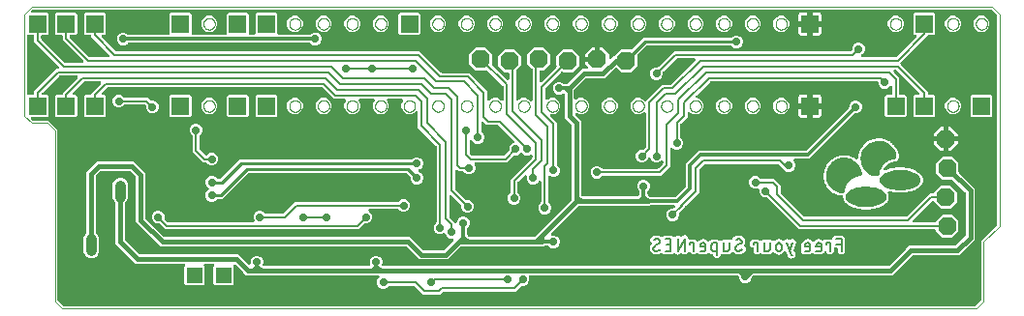
<source format=gbl>
G04 EAGLE Gerber RS-274X export*
G75*
%MOMM*%
%FSLAX34Y34*%
%LPD*%
%INunten Kupfer*%
%IPPOS*%
%AMOC8*
5,1,8,0,0,1.08239X$1,22.5*%
G01*
%ADD10C,0.000000*%
%ADD11C,0.203200*%
%ADD12P,1.732040X8X202.500000*%
%ADD13P,1.732040X8X292.500000*%
%ADD14R,1.508000X1.508000*%
%ADD15C,0.704800*%
%ADD16C,0.804800*%
%ADD17C,0.254000*%
%ADD18R,1.350000X1.350000*%
%ADD19C,0.914400*%
%ADD20C,0.406400*%
%ADD21C,0.304800*%

G36*
X830594Y2013D02*
X830594Y2013D01*
X830693Y2016D01*
X830751Y2033D01*
X830811Y2041D01*
X830903Y2077D01*
X830998Y2105D01*
X831050Y2135D01*
X831107Y2158D01*
X831187Y2216D01*
X831272Y2266D01*
X831348Y2332D01*
X831364Y2344D01*
X831372Y2354D01*
X831393Y2372D01*
X835828Y6807D01*
X835888Y6885D01*
X835956Y6957D01*
X835985Y7010D01*
X836022Y7058D01*
X836062Y7149D01*
X836110Y7236D01*
X836125Y7294D01*
X836149Y7350D01*
X836164Y7448D01*
X836189Y7544D01*
X836195Y7644D01*
X836199Y7664D01*
X836197Y7676D01*
X836199Y7704D01*
X836199Y59249D01*
X849798Y72847D01*
X849858Y72925D01*
X849926Y72997D01*
X849955Y73050D01*
X849992Y73098D01*
X850032Y73189D01*
X850080Y73276D01*
X850095Y73334D01*
X850119Y73390D01*
X850134Y73488D01*
X850159Y73584D01*
X850165Y73684D01*
X850169Y73704D01*
X850167Y73716D01*
X850169Y73744D01*
X850169Y256456D01*
X850157Y256554D01*
X850154Y256653D01*
X850137Y256711D01*
X850129Y256771D01*
X850093Y256863D01*
X850065Y256958D01*
X850035Y257010D01*
X850012Y257067D01*
X849954Y257147D01*
X849904Y257232D01*
X849838Y257308D01*
X849826Y257324D01*
X849816Y257332D01*
X849798Y257353D01*
X845363Y261788D01*
X845285Y261848D01*
X845213Y261916D01*
X845160Y261945D01*
X845112Y261982D01*
X845021Y262022D01*
X844934Y262070D01*
X844876Y262085D01*
X844820Y262109D01*
X844722Y262124D01*
X844626Y262149D01*
X844526Y262155D01*
X844506Y262159D01*
X844494Y262157D01*
X844466Y262159D01*
X7704Y262159D01*
X7606Y262147D01*
X7507Y262144D01*
X7449Y262127D01*
X7389Y262119D01*
X7297Y262083D01*
X7202Y262055D01*
X7150Y262025D01*
X7093Y262002D01*
X7013Y261944D01*
X6928Y261894D01*
X6853Y261828D01*
X6836Y261816D01*
X6828Y261806D01*
X6807Y261788D01*
X6087Y261067D01*
X6002Y260958D01*
X5913Y260851D01*
X5904Y260832D01*
X5892Y260816D01*
X5837Y260688D01*
X5778Y260563D01*
X5774Y260543D01*
X5766Y260524D01*
X5744Y260386D01*
X5718Y260250D01*
X5719Y260230D01*
X5716Y260210D01*
X5729Y260071D01*
X5737Y259933D01*
X5744Y259914D01*
X5746Y259894D01*
X5793Y259763D01*
X5836Y259631D01*
X5846Y259613D01*
X5853Y259594D01*
X5931Y259480D01*
X6006Y259362D01*
X6020Y259348D01*
X6032Y259331D01*
X6136Y259239D01*
X6237Y259144D01*
X6255Y259134D01*
X6270Y259121D01*
X6394Y259058D01*
X6516Y258990D01*
X6535Y258985D01*
X6553Y258976D01*
X6689Y258946D01*
X6824Y258911D01*
X6852Y258909D01*
X6864Y258906D01*
X6884Y258907D01*
X6984Y258901D01*
X19849Y258901D01*
X21021Y257729D01*
X21021Y240991D01*
X19849Y239819D01*
X15766Y239819D01*
X15648Y239804D01*
X15529Y239797D01*
X15491Y239784D01*
X15450Y239779D01*
X15340Y239736D01*
X15227Y239699D01*
X15192Y239677D01*
X15155Y239662D01*
X15059Y239593D01*
X14958Y239529D01*
X14930Y239499D01*
X14897Y239476D01*
X14821Y239384D01*
X14740Y239297D01*
X14720Y239262D01*
X14695Y239231D01*
X14644Y239123D01*
X14586Y239019D01*
X14576Y238979D01*
X14559Y238943D01*
X14537Y238826D01*
X14507Y238711D01*
X14503Y238651D01*
X14499Y238631D01*
X14501Y238610D01*
X14497Y238550D01*
X14497Y236675D01*
X14509Y236577D01*
X14512Y236478D01*
X14529Y236420D01*
X14537Y236360D01*
X14573Y236268D01*
X14601Y236173D01*
X14631Y236120D01*
X14654Y236064D01*
X14712Y235984D01*
X14762Y235899D01*
X14828Y235823D01*
X14840Y235807D01*
X14850Y235799D01*
X14868Y235778D01*
X35168Y215478D01*
X35246Y215418D01*
X35318Y215350D01*
X35371Y215321D01*
X35419Y215284D01*
X35510Y215244D01*
X35597Y215196D01*
X35655Y215181D01*
X35711Y215157D01*
X35809Y215142D01*
X35905Y215117D01*
X36005Y215111D01*
X36025Y215107D01*
X36037Y215109D01*
X36065Y215107D01*
X50613Y215107D01*
X50750Y215124D01*
X50889Y215137D01*
X50908Y215144D01*
X50928Y215147D01*
X51057Y215198D01*
X51188Y215245D01*
X51205Y215256D01*
X51224Y215264D01*
X51336Y215345D01*
X51452Y215423D01*
X51465Y215439D01*
X51481Y215450D01*
X51570Y215558D01*
X51662Y215662D01*
X51671Y215680D01*
X51684Y215695D01*
X51743Y215821D01*
X51807Y215945D01*
X51811Y215965D01*
X51820Y215983D01*
X51846Y216119D01*
X51876Y216255D01*
X51876Y216276D01*
X51879Y216295D01*
X51871Y216434D01*
X51867Y216573D01*
X51861Y216593D01*
X51860Y216613D01*
X51817Y216745D01*
X51778Y216879D01*
X51768Y216896D01*
X51762Y216915D01*
X51687Y217033D01*
X51617Y217153D01*
X51598Y217174D01*
X51591Y217184D01*
X51577Y217198D01*
X51510Y217273D01*
X33463Y235320D01*
X33463Y238550D01*
X33448Y238668D01*
X33441Y238787D01*
X33428Y238825D01*
X33423Y238866D01*
X33380Y238976D01*
X33343Y239089D01*
X33321Y239124D01*
X33306Y239161D01*
X33237Y239257D01*
X33173Y239358D01*
X33143Y239386D01*
X33120Y239419D01*
X33028Y239495D01*
X32941Y239576D01*
X32906Y239596D01*
X32875Y239621D01*
X32767Y239672D01*
X32663Y239730D01*
X32623Y239740D01*
X32587Y239757D01*
X32470Y239779D01*
X32355Y239809D01*
X32295Y239813D01*
X32275Y239817D01*
X32254Y239815D01*
X32194Y239819D01*
X28111Y239819D01*
X26939Y240991D01*
X26939Y257729D01*
X28111Y258901D01*
X44849Y258901D01*
X46021Y257729D01*
X46021Y240991D01*
X44849Y239819D01*
X40766Y239819D01*
X40648Y239804D01*
X40529Y239797D01*
X40491Y239784D01*
X40450Y239779D01*
X40340Y239736D01*
X40227Y239699D01*
X40192Y239677D01*
X40155Y239662D01*
X40059Y239593D01*
X39958Y239529D01*
X39930Y239499D01*
X39897Y239476D01*
X39821Y239384D01*
X39740Y239297D01*
X39720Y239262D01*
X39695Y239231D01*
X39644Y239123D01*
X39586Y239019D01*
X39576Y238979D01*
X39559Y238943D01*
X39537Y238826D01*
X39507Y238711D01*
X39503Y238651D01*
X39499Y238631D01*
X39501Y238610D01*
X39497Y238550D01*
X39497Y238345D01*
X39509Y238247D01*
X39512Y238148D01*
X39529Y238090D01*
X39537Y238030D01*
X39573Y237938D01*
X39601Y237843D01*
X39631Y237790D01*
X39654Y237734D01*
X39712Y237654D01*
X39762Y237569D01*
X39828Y237493D01*
X39840Y237477D01*
X39850Y237469D01*
X39868Y237448D01*
X56758Y220558D01*
X56836Y220498D01*
X56908Y220430D01*
X56961Y220401D01*
X57009Y220364D01*
X57100Y220324D01*
X57187Y220276D01*
X57245Y220261D01*
X57301Y220237D01*
X57399Y220222D01*
X57495Y220197D01*
X57595Y220191D01*
X57615Y220187D01*
X57627Y220189D01*
X57655Y220187D01*
X73473Y220187D01*
X73610Y220204D01*
X73749Y220217D01*
X73768Y220224D01*
X73788Y220227D01*
X73917Y220278D01*
X74048Y220325D01*
X74065Y220336D01*
X74084Y220344D01*
X74196Y220425D01*
X74312Y220503D01*
X74325Y220519D01*
X74341Y220530D01*
X74430Y220638D01*
X74522Y220742D01*
X74531Y220760D01*
X74544Y220775D01*
X74603Y220901D01*
X74667Y221025D01*
X74671Y221045D01*
X74680Y221063D01*
X74706Y221199D01*
X74736Y221335D01*
X74736Y221356D01*
X74739Y221375D01*
X74731Y221514D01*
X74727Y221653D01*
X74721Y221673D01*
X74720Y221693D01*
X74677Y221825D01*
X74638Y221959D01*
X74628Y221976D01*
X74622Y221995D01*
X74547Y222113D01*
X74477Y222233D01*
X74458Y222254D01*
X74451Y222264D01*
X74436Y222278D01*
X74370Y222353D01*
X58463Y238260D01*
X58463Y238550D01*
X58448Y238668D01*
X58441Y238787D01*
X58428Y238825D01*
X58423Y238866D01*
X58380Y238976D01*
X58343Y239089D01*
X58321Y239124D01*
X58306Y239161D01*
X58237Y239257D01*
X58173Y239358D01*
X58143Y239386D01*
X58120Y239419D01*
X58028Y239495D01*
X57941Y239576D01*
X57906Y239596D01*
X57875Y239621D01*
X57767Y239672D01*
X57663Y239730D01*
X57623Y239740D01*
X57587Y239757D01*
X57470Y239779D01*
X57355Y239809D01*
X57295Y239813D01*
X57275Y239817D01*
X57254Y239815D01*
X57194Y239819D01*
X53111Y239819D01*
X51939Y240991D01*
X51939Y257729D01*
X53111Y258901D01*
X69849Y258901D01*
X71021Y257729D01*
X71021Y240991D01*
X69849Y239819D01*
X68501Y239819D01*
X68364Y239802D01*
X68225Y239789D01*
X68206Y239782D01*
X68186Y239779D01*
X68057Y239728D01*
X67926Y239681D01*
X67909Y239670D01*
X67890Y239662D01*
X67778Y239581D01*
X67662Y239503D01*
X67649Y239487D01*
X67633Y239476D01*
X67544Y239368D01*
X67452Y239264D01*
X67443Y239246D01*
X67430Y239231D01*
X67371Y239105D01*
X67307Y238981D01*
X67303Y238961D01*
X67294Y238943D01*
X67268Y238807D01*
X67238Y238671D01*
X67238Y238650D01*
X67235Y238631D01*
X67243Y238492D01*
X67247Y238353D01*
X67253Y238333D01*
X67254Y238313D01*
X67297Y238181D01*
X67336Y238047D01*
X67346Y238030D01*
X67352Y238011D01*
X67427Y237893D01*
X67497Y237773D01*
X67516Y237752D01*
X67523Y237742D01*
X67538Y237728D01*
X67604Y237653D01*
X79618Y225638D01*
X79696Y225578D01*
X79768Y225510D01*
X79821Y225481D01*
X79869Y225444D01*
X79960Y225404D01*
X80047Y225356D01*
X80105Y225341D01*
X80161Y225317D01*
X80259Y225302D01*
X80355Y225277D01*
X80455Y225271D01*
X80475Y225267D01*
X80487Y225269D01*
X80515Y225267D01*
X345420Y225267D01*
X364098Y206588D01*
X364176Y206528D01*
X364248Y206460D01*
X364301Y206431D01*
X364349Y206394D01*
X364440Y206354D01*
X364527Y206306D01*
X364585Y206291D01*
X364641Y206267D01*
X364739Y206252D01*
X364835Y206227D01*
X364935Y206221D01*
X364955Y206217D01*
X364967Y206219D01*
X364995Y206217D01*
X388600Y206217D01*
X404337Y190480D01*
X404337Y183181D01*
X404354Y183043D01*
X404367Y182905D01*
X404374Y182886D01*
X404377Y182866D01*
X404428Y182737D01*
X404475Y182606D01*
X404486Y182589D01*
X404494Y182570D01*
X404575Y182458D01*
X404653Y182343D01*
X404669Y182329D01*
X404680Y182313D01*
X404788Y182224D01*
X404892Y182132D01*
X404910Y182123D01*
X404925Y182110D01*
X405051Y182051D01*
X405175Y181988D01*
X405195Y181983D01*
X405213Y181975D01*
X405350Y181948D01*
X405485Y181918D01*
X405506Y181919D01*
X405525Y181915D01*
X405664Y181923D01*
X405803Y181928D01*
X405823Y181933D01*
X405843Y181935D01*
X405975Y181977D01*
X406109Y182016D01*
X406126Y182026D01*
X406145Y182033D01*
X406263Y182107D01*
X406383Y182178D01*
X406404Y182196D01*
X406414Y182203D01*
X406428Y182218D01*
X406503Y182284D01*
X407514Y183295D01*
X410087Y184361D01*
X412873Y184361D01*
X415446Y183295D01*
X416457Y182284D01*
X416566Y182199D01*
X416673Y182110D01*
X416692Y182101D01*
X416708Y182089D01*
X416835Y182034D01*
X416961Y181975D01*
X416981Y181971D01*
X417000Y181963D01*
X417138Y181941D01*
X417274Y181915D01*
X417294Y181916D01*
X417314Y181913D01*
X417453Y181926D01*
X417591Y181935D01*
X417610Y181941D01*
X417630Y181943D01*
X417762Y181990D01*
X417893Y182033D01*
X417911Y182043D01*
X417930Y182050D01*
X418045Y182128D01*
X418162Y182203D01*
X418176Y182218D01*
X418193Y182229D01*
X418285Y182333D01*
X418380Y182434D01*
X418390Y182452D01*
X418403Y182467D01*
X418466Y182591D01*
X418534Y182713D01*
X418539Y182732D01*
X418548Y182751D01*
X418578Y182886D01*
X418613Y183021D01*
X418615Y183049D01*
X418618Y183061D01*
X418617Y183081D01*
X418623Y183181D01*
X418623Y194404D01*
X418610Y194511D01*
X418605Y194619D01*
X418590Y194669D01*
X418583Y194720D01*
X418544Y194820D01*
X418512Y194923D01*
X418485Y194967D01*
X418466Y195015D01*
X418403Y195103D01*
X418347Y195195D01*
X418292Y195255D01*
X418280Y195273D01*
X418267Y195283D01*
X418239Y195314D01*
X404716Y208462D01*
X404628Y208528D01*
X404545Y208601D01*
X404501Y208623D01*
X404462Y208653D01*
X404360Y208695D01*
X404262Y208745D01*
X404214Y208756D01*
X404168Y208775D01*
X404059Y208791D01*
X403952Y208815D01*
X403902Y208814D01*
X403853Y208821D01*
X403744Y208809D01*
X403634Y208805D01*
X403586Y208792D01*
X403537Y208786D01*
X403434Y208748D01*
X403328Y208717D01*
X403286Y208692D01*
X403240Y208675D01*
X403149Y208611D01*
X403054Y208555D01*
X402997Y208505D01*
X402979Y208492D01*
X402968Y208479D01*
X402934Y208449D01*
X402923Y208438D01*
X394637Y208438D01*
X388778Y214297D01*
X388778Y222583D01*
X394637Y228442D01*
X402923Y228442D01*
X408782Y222583D01*
X408782Y214216D01*
X408750Y214142D01*
X408693Y214028D01*
X408687Y213997D01*
X408674Y213968D01*
X408654Y213841D01*
X408628Y213716D01*
X408629Y213685D01*
X408624Y213654D01*
X408636Y213527D01*
X408642Y213399D01*
X408651Y213368D01*
X408654Y213337D01*
X408697Y213217D01*
X408735Y213094D01*
X408751Y213068D01*
X408762Y213038D01*
X408834Y212932D01*
X408900Y212823D01*
X408931Y212789D01*
X408940Y212775D01*
X408957Y212760D01*
X409008Y212703D01*
X421549Y200511D01*
X421653Y200432D01*
X421753Y200349D01*
X421780Y200337D01*
X421803Y200319D01*
X421924Y200269D01*
X422041Y200214D01*
X422070Y200208D01*
X422097Y200197D01*
X422226Y200178D01*
X422354Y200154D01*
X422383Y200156D01*
X422412Y200152D01*
X422541Y200166D01*
X422671Y200174D01*
X422699Y200183D01*
X422728Y200186D01*
X422850Y200232D01*
X422973Y200272D01*
X422998Y200287D01*
X423026Y200298D01*
X423132Y200372D01*
X423242Y200442D01*
X423262Y200463D01*
X423286Y200480D01*
X423371Y200579D01*
X423460Y200674D01*
X423474Y200699D01*
X423493Y200721D01*
X423551Y200838D01*
X423614Y200952D01*
X423621Y200980D01*
X423634Y201007D01*
X423661Y201134D01*
X423693Y201260D01*
X423696Y201302D01*
X423699Y201318D01*
X423698Y201340D01*
X423703Y201421D01*
X423703Y205899D01*
X423688Y206017D01*
X423681Y206136D01*
X423668Y206174D01*
X423663Y206215D01*
X423620Y206325D01*
X423583Y206438D01*
X423561Y206473D01*
X423546Y206510D01*
X423477Y206606D01*
X423413Y206707D01*
X423383Y206735D01*
X423360Y206768D01*
X423268Y206844D01*
X423181Y206925D01*
X423146Y206945D01*
X423115Y206970D01*
X423007Y207021D01*
X422903Y207079D01*
X422863Y207089D01*
X422827Y207106D01*
X422710Y207128D01*
X422595Y207158D01*
X422535Y207162D01*
X422515Y207166D01*
X422494Y207164D01*
X422434Y207168D01*
X420037Y207168D01*
X414178Y213027D01*
X414178Y221313D01*
X420037Y227172D01*
X428323Y227172D01*
X434182Y221313D01*
X434182Y213027D01*
X430108Y208954D01*
X430048Y208876D01*
X429980Y208804D01*
X429951Y208751D01*
X429914Y208703D01*
X429874Y208612D01*
X429826Y208525D01*
X429811Y208466D01*
X429787Y208411D01*
X429772Y208313D01*
X429747Y208217D01*
X429741Y208117D01*
X429737Y208097D01*
X429739Y208084D01*
X429737Y208056D01*
X429737Y183581D01*
X429754Y183443D01*
X429767Y183305D01*
X429774Y183286D01*
X429777Y183266D01*
X429828Y183137D01*
X429875Y183006D01*
X429886Y182989D01*
X429894Y182970D01*
X429975Y182858D01*
X430053Y182743D01*
X430069Y182729D01*
X430080Y182713D01*
X430188Y182624D01*
X430292Y182532D01*
X430310Y182523D01*
X430325Y182510D01*
X430451Y182451D01*
X430575Y182388D01*
X430595Y182383D01*
X430613Y182375D01*
X430750Y182348D01*
X430885Y182318D01*
X430906Y182319D01*
X430925Y182315D01*
X431064Y182323D01*
X431203Y182328D01*
X431223Y182333D01*
X431243Y182335D01*
X431375Y182377D01*
X431509Y182416D01*
X431526Y182426D01*
X431545Y182433D01*
X431663Y182507D01*
X431783Y182578D01*
X431804Y182596D01*
X431814Y182603D01*
X431828Y182618D01*
X431903Y182684D01*
X432514Y183295D01*
X435087Y184361D01*
X437873Y184361D01*
X440446Y183295D01*
X441857Y181884D01*
X441966Y181799D01*
X442073Y181710D01*
X442092Y181701D01*
X442108Y181689D01*
X442236Y181634D01*
X442361Y181575D01*
X442381Y181571D01*
X442400Y181563D01*
X442538Y181541D01*
X442674Y181515D01*
X442694Y181516D01*
X442714Y181513D01*
X442853Y181526D01*
X442991Y181535D01*
X443010Y181541D01*
X443030Y181543D01*
X443162Y181590D01*
X443293Y181633D01*
X443311Y181643D01*
X443330Y181650D01*
X443445Y181728D01*
X443562Y181803D01*
X443576Y181818D01*
X443593Y181829D01*
X443685Y181933D01*
X443780Y182034D01*
X443790Y182052D01*
X443803Y182067D01*
X443866Y182191D01*
X443934Y182313D01*
X443939Y182332D01*
X443948Y182351D01*
X443978Y182486D01*
X444013Y182621D01*
X444015Y182649D01*
X444018Y182661D01*
X444017Y182681D01*
X444023Y182781D01*
X444023Y209326D01*
X444011Y209425D01*
X444008Y209524D01*
X443991Y209582D01*
X443983Y209642D01*
X443947Y209734D01*
X443919Y209829D01*
X443889Y209881D01*
X443866Y209938D01*
X443808Y210018D01*
X443758Y210103D01*
X443692Y210178D01*
X443680Y210195D01*
X443670Y210203D01*
X443652Y210224D01*
X439578Y214297D01*
X439578Y222583D01*
X445437Y228442D01*
X453723Y228442D01*
X459582Y222583D01*
X459582Y214297D01*
X453723Y208438D01*
X451326Y208438D01*
X451208Y208423D01*
X451089Y208416D01*
X451051Y208403D01*
X451010Y208398D01*
X450900Y208355D01*
X450787Y208318D01*
X450752Y208296D01*
X450715Y208281D01*
X450619Y208212D01*
X450518Y208148D01*
X450490Y208118D01*
X450457Y208095D01*
X450381Y208003D01*
X450300Y207916D01*
X450280Y207881D01*
X450255Y207850D01*
X450204Y207742D01*
X450146Y207638D01*
X450136Y207598D01*
X450119Y207562D01*
X450097Y207445D01*
X450067Y207330D01*
X450063Y207270D01*
X450059Y207250D01*
X450061Y207229D01*
X450057Y207169D01*
X450057Y199577D01*
X450074Y199440D01*
X450087Y199301D01*
X450094Y199282D01*
X450097Y199262D01*
X450148Y199133D01*
X450195Y199002D01*
X450206Y198985D01*
X450214Y198966D01*
X450295Y198854D01*
X450373Y198739D01*
X450389Y198725D01*
X450400Y198709D01*
X450508Y198620D01*
X450612Y198528D01*
X450630Y198519D01*
X450645Y198506D01*
X450771Y198447D01*
X450895Y198383D01*
X450915Y198379D01*
X450933Y198370D01*
X451069Y198344D01*
X451205Y198314D01*
X451226Y198314D01*
X451245Y198311D01*
X451384Y198319D01*
X451523Y198323D01*
X451543Y198329D01*
X451563Y198330D01*
X451695Y198373D01*
X451829Y198412D01*
X451846Y198422D01*
X451865Y198428D01*
X451983Y198503D01*
X452103Y198573D01*
X452124Y198592D01*
X452134Y198599D01*
X452148Y198613D01*
X452223Y198680D01*
X464877Y211333D01*
X464950Y211428D01*
X465029Y211517D01*
X465047Y211553D01*
X465072Y211585D01*
X465119Y211694D01*
X465173Y211800D01*
X465182Y211839D01*
X465198Y211876D01*
X465217Y211994D01*
X465243Y212110D01*
X465242Y212151D01*
X465248Y212191D01*
X465237Y212309D01*
X465233Y212428D01*
X465222Y212467D01*
X465218Y212507D01*
X465178Y212619D01*
X465145Y212734D01*
X465124Y212768D01*
X465111Y212806D01*
X465044Y212905D01*
X464983Y213008D01*
X464978Y213013D01*
X464978Y221313D01*
X470837Y227172D01*
X479123Y227172D01*
X484982Y221313D01*
X484982Y213027D01*
X479123Y207168D01*
X470812Y207168D01*
X470755Y207219D01*
X470719Y207237D01*
X470687Y207262D01*
X470578Y207309D01*
X470472Y207363D01*
X470432Y207372D01*
X470395Y207388D01*
X470277Y207407D01*
X470162Y207433D01*
X470121Y207432D01*
X470081Y207438D01*
X469963Y207427D01*
X469844Y207423D01*
X469805Y207412D01*
X469765Y207408D01*
X469652Y207368D01*
X469538Y207335D01*
X469503Y207315D01*
X469465Y207301D01*
X469367Y207234D01*
X469264Y207173D01*
X469219Y207134D01*
X469202Y207122D01*
X469189Y207107D01*
X469143Y207067D01*
X455508Y193432D01*
X455448Y193354D01*
X455380Y193282D01*
X455351Y193229D01*
X455314Y193181D01*
X455274Y193090D01*
X455226Y193003D01*
X455211Y192945D01*
X455187Y192889D01*
X455172Y192791D01*
X455147Y192695D01*
X455141Y192595D01*
X455137Y192575D01*
X455139Y192563D01*
X455137Y192535D01*
X455137Y183981D01*
X455154Y183844D01*
X455167Y183705D01*
X455174Y183686D01*
X455177Y183666D01*
X455228Y183537D01*
X455275Y183406D01*
X455286Y183389D01*
X455294Y183370D01*
X455375Y183258D01*
X455453Y183143D01*
X455469Y183129D01*
X455480Y183113D01*
X455588Y183024D01*
X455692Y182932D01*
X455710Y182923D01*
X455725Y182910D01*
X455851Y182851D01*
X455975Y182788D01*
X455995Y182783D01*
X456013Y182775D01*
X456149Y182749D01*
X456285Y182718D01*
X456306Y182719D01*
X456325Y182715D01*
X456464Y182723D01*
X456603Y182728D01*
X456623Y182733D01*
X456643Y182735D01*
X456775Y182777D01*
X456909Y182816D01*
X456926Y182826D01*
X456945Y182833D01*
X457063Y182907D01*
X457183Y182978D01*
X457204Y182996D01*
X457214Y183003D01*
X457228Y183018D01*
X457304Y183084D01*
X457514Y183295D01*
X460087Y184361D01*
X462873Y184361D01*
X465446Y183295D01*
X467415Y181326D01*
X468481Y178753D01*
X468481Y175967D01*
X467415Y173394D01*
X465446Y171425D01*
X462873Y170359D01*
X460791Y170359D01*
X460654Y170342D01*
X460515Y170329D01*
X460496Y170322D01*
X460476Y170319D01*
X460347Y170268D01*
X460216Y170221D01*
X460199Y170210D01*
X460180Y170202D01*
X460068Y170121D01*
X459952Y170043D01*
X459939Y170027D01*
X459923Y170016D01*
X459834Y169908D01*
X459742Y169804D01*
X459733Y169786D01*
X459720Y169771D01*
X459661Y169645D01*
X459597Y169521D01*
X459593Y169501D01*
X459584Y169483D01*
X459558Y169347D01*
X459528Y169211D01*
X459528Y169190D01*
X459525Y169171D01*
X459533Y169032D01*
X459537Y168893D01*
X459543Y168873D01*
X459544Y168853D01*
X459587Y168721D01*
X459626Y168587D01*
X459636Y168570D01*
X459642Y168551D01*
X459717Y168433D01*
X459787Y168313D01*
X459806Y168292D01*
X459813Y168282D01*
X459828Y168268D01*
X459894Y168193D01*
X465297Y162790D01*
X465297Y126222D01*
X465309Y126124D01*
X465312Y126025D01*
X465329Y125967D01*
X465337Y125907D01*
X465373Y125815D01*
X465401Y125719D01*
X465431Y125667D01*
X465454Y125611D01*
X465512Y125531D01*
X465562Y125446D01*
X465628Y125370D01*
X465640Y125354D01*
X465650Y125346D01*
X465668Y125325D01*
X466964Y124029D01*
X467805Y121999D01*
X467805Y119801D01*
X466964Y117771D01*
X465409Y116216D01*
X463379Y115375D01*
X461181Y115375D01*
X459432Y116100D01*
X459384Y116113D01*
X459339Y116134D01*
X459231Y116155D01*
X459125Y116184D01*
X459075Y116185D01*
X459026Y116194D01*
X458917Y116187D01*
X458807Y116189D01*
X458759Y116177D01*
X458709Y116174D01*
X458605Y116140D01*
X458498Y116115D01*
X458454Y116091D01*
X458407Y116076D01*
X458314Y116017D01*
X458217Y115966D01*
X458180Y115933D01*
X458138Y115906D01*
X458063Y115826D01*
X457981Y115752D01*
X457954Y115711D01*
X457920Y115674D01*
X457867Y115578D01*
X457807Y115486D01*
X457790Y115439D01*
X457766Y115396D01*
X457739Y115290D01*
X457703Y115186D01*
X457699Y115136D01*
X457687Y115088D01*
X457677Y114927D01*
X457677Y93462D01*
X457689Y93364D01*
X457692Y93265D01*
X457709Y93207D01*
X457717Y93147D01*
X457753Y93055D01*
X457781Y92959D01*
X457811Y92907D01*
X457834Y92851D01*
X457892Y92771D01*
X457942Y92686D01*
X458008Y92610D01*
X458020Y92594D01*
X458030Y92586D01*
X458048Y92565D01*
X459344Y91269D01*
X460185Y89239D01*
X460185Y87041D01*
X459344Y85011D01*
X457789Y83456D01*
X455759Y82615D01*
X453561Y82615D01*
X451531Y83456D01*
X449976Y85011D01*
X449135Y87041D01*
X449135Y89239D01*
X449976Y91269D01*
X451272Y92565D01*
X451332Y92643D01*
X451400Y92715D01*
X451429Y92768D01*
X451466Y92816D01*
X451506Y92907D01*
X451554Y92994D01*
X451569Y93052D01*
X451593Y93108D01*
X451608Y93206D01*
X451633Y93301D01*
X451639Y93402D01*
X451643Y93422D01*
X451641Y93434D01*
X451643Y93462D01*
X451643Y110728D01*
X451635Y110797D01*
X451636Y110867D01*
X451615Y110954D01*
X451603Y111043D01*
X451578Y111108D01*
X451561Y111176D01*
X451519Y111255D01*
X451486Y111339D01*
X451445Y111395D01*
X451413Y111457D01*
X451352Y111524D01*
X451300Y111596D01*
X451246Y111641D01*
X451199Y111692D01*
X451124Y111742D01*
X451055Y111799D01*
X450991Y111829D01*
X450933Y111867D01*
X450848Y111896D01*
X450767Y111935D01*
X450698Y111948D01*
X450632Y111970D01*
X450543Y111977D01*
X450455Y111994D01*
X450385Y111990D01*
X450315Y111995D01*
X450227Y111980D01*
X450137Y111975D01*
X450071Y111953D01*
X450002Y111941D01*
X449920Y111904D01*
X449835Y111877D01*
X449776Y111839D01*
X449712Y111810D01*
X449642Y111754D01*
X449566Y111706D01*
X449518Y111656D01*
X449464Y111612D01*
X449409Y111540D01*
X449348Y111475D01*
X449314Y111414D01*
X449272Y111358D01*
X449201Y111213D01*
X449184Y111170D01*
X447629Y109616D01*
X445599Y108775D01*
X443401Y108775D01*
X441371Y109616D01*
X439816Y111171D01*
X438975Y113201D01*
X438975Y115415D01*
X438958Y115552D01*
X438945Y115691D01*
X438938Y115710D01*
X438935Y115730D01*
X438885Y115859D01*
X438837Y115990D01*
X438826Y116007D01*
X438818Y116026D01*
X438737Y116138D01*
X438659Y116254D01*
X438643Y116267D01*
X438632Y116283D01*
X438524Y116372D01*
X438420Y116464D01*
X438402Y116473D01*
X438387Y116486D01*
X438261Y116545D01*
X438137Y116609D01*
X438117Y116613D01*
X438099Y116622D01*
X437963Y116648D01*
X437827Y116678D01*
X437806Y116678D01*
X437787Y116681D01*
X437648Y116673D01*
X437509Y116669D01*
X437489Y116663D01*
X437469Y116662D01*
X437337Y116619D01*
X437203Y116580D01*
X437186Y116570D01*
X437167Y116564D01*
X437049Y116489D01*
X436929Y116419D01*
X436908Y116400D01*
X436898Y116393D01*
X436884Y116378D01*
X436809Y116312D01*
X431378Y110882D01*
X431318Y110804D01*
X431250Y110732D01*
X431221Y110679D01*
X431184Y110631D01*
X431144Y110540D01*
X431096Y110453D01*
X431081Y110395D01*
X431057Y110339D01*
X431042Y110241D01*
X431017Y110145D01*
X431011Y110045D01*
X431007Y110025D01*
X431009Y110013D01*
X431007Y109985D01*
X431007Y101842D01*
X431019Y101744D01*
X431022Y101645D01*
X431039Y101587D01*
X431047Y101527D01*
X431083Y101435D01*
X431111Y101339D01*
X431141Y101287D01*
X431164Y101231D01*
X431222Y101151D01*
X431272Y101066D01*
X431338Y100990D01*
X431350Y100974D01*
X431360Y100966D01*
X431378Y100945D01*
X432674Y99649D01*
X433515Y97619D01*
X433515Y95421D01*
X432674Y93391D01*
X431119Y91836D01*
X429089Y90995D01*
X426891Y90995D01*
X424861Y91836D01*
X423306Y93391D01*
X422465Y95421D01*
X422465Y97619D01*
X423306Y99649D01*
X424602Y100945D01*
X424662Y101023D01*
X424730Y101095D01*
X424759Y101148D01*
X424796Y101196D01*
X424836Y101287D01*
X424884Y101374D01*
X424899Y101432D01*
X424923Y101488D01*
X424938Y101586D01*
X424963Y101681D01*
X424969Y101782D01*
X424973Y101802D01*
X424971Y101814D01*
X424973Y101842D01*
X424973Y113010D01*
X443652Y131688D01*
X443712Y131766D01*
X443780Y131838D01*
X443809Y131891D01*
X443846Y131939D01*
X443886Y132030D01*
X443934Y132117D01*
X443949Y132175D01*
X443973Y132231D01*
X443988Y132329D01*
X444013Y132425D01*
X444019Y132525D01*
X444023Y132545D01*
X444021Y132557D01*
X444023Y132585D01*
X444023Y133727D01*
X444017Y133777D01*
X444019Y133826D01*
X443997Y133934D01*
X443983Y134043D01*
X443965Y134089D01*
X443955Y134138D01*
X443907Y134237D01*
X443866Y134338D01*
X443837Y134379D01*
X443815Y134423D01*
X443744Y134507D01*
X443680Y134596D01*
X443641Y134628D01*
X443609Y134665D01*
X443519Y134729D01*
X443435Y134799D01*
X443390Y134820D01*
X443349Y134848D01*
X443246Y134887D01*
X443147Y134934D01*
X443098Y134943D01*
X443052Y134961D01*
X442942Y134973D01*
X442835Y134994D01*
X442785Y134991D01*
X442736Y134996D01*
X442627Y134981D01*
X442517Y134974D01*
X442470Y134959D01*
X442421Y134952D01*
X442268Y134900D01*
X440519Y134175D01*
X438321Y134175D01*
X436291Y135016D01*
X435237Y136069D01*
X435143Y136142D01*
X435054Y136221D01*
X435018Y136239D01*
X434986Y136264D01*
X434877Y136312D01*
X434771Y136366D01*
X434732Y136375D01*
X434694Y136391D01*
X434577Y136409D01*
X434461Y136435D01*
X434420Y136434D01*
X434380Y136440D01*
X434262Y136429D01*
X434143Y136426D01*
X434104Y136414D01*
X434064Y136411D01*
X433952Y136370D01*
X433837Y136337D01*
X433802Y136317D01*
X433764Y136303D01*
X433666Y136236D01*
X433563Y136176D01*
X433518Y136136D01*
X433501Y136124D01*
X433488Y136109D01*
X433442Y136069D01*
X432390Y135016D01*
X430359Y134175D01*
X428527Y134175D01*
X428429Y134163D01*
X428330Y134160D01*
X428272Y134143D01*
X428212Y134135D01*
X428120Y134099D01*
X428025Y134071D01*
X427972Y134041D01*
X427916Y134018D01*
X427836Y133960D01*
X427751Y133910D01*
X427675Y133844D01*
X427659Y133832D01*
X427651Y133822D01*
X427630Y133804D01*
X421620Y127793D01*
X394539Y127793D01*
X394490Y127787D01*
X394440Y127789D01*
X394332Y127767D01*
X394223Y127753D01*
X394177Y127735D01*
X394129Y127725D01*
X394030Y127677D01*
X393928Y127636D01*
X393888Y127607D01*
X393843Y127585D01*
X393759Y127514D01*
X393670Y127450D01*
X393639Y127411D01*
X393601Y127379D01*
X393538Y127289D01*
X393468Y127205D01*
X393446Y127160D01*
X393418Y127119D01*
X393379Y127016D01*
X393332Y126917D01*
X393323Y126868D01*
X393305Y126822D01*
X393293Y126712D01*
X393272Y126605D01*
X393275Y126555D01*
X393270Y126506D01*
X393285Y126396D01*
X393292Y126287D01*
X393307Y126240D01*
X393314Y126191D01*
X393366Y126038D01*
X394145Y124159D01*
X394145Y121961D01*
X393304Y119931D01*
X391749Y118376D01*
X389719Y117535D01*
X387521Y117535D01*
X385491Y118376D01*
X384195Y119672D01*
X384117Y119732D01*
X384045Y119800D01*
X383992Y119829D01*
X383944Y119866D01*
X383853Y119906D01*
X383766Y119954D01*
X383708Y119969D01*
X383652Y119993D01*
X383554Y120008D01*
X383459Y120033D01*
X383358Y120039D01*
X383338Y120043D01*
X383326Y120041D01*
X383298Y120043D01*
X379750Y120043D01*
X378563Y121230D01*
X378454Y121315D01*
X378347Y121404D01*
X378328Y121413D01*
X378312Y121425D01*
X378184Y121481D01*
X378059Y121540D01*
X378039Y121543D01*
X378020Y121552D01*
X377882Y121573D01*
X377746Y121599D01*
X377726Y121598D01*
X377706Y121601D01*
X377567Y121588D01*
X377429Y121580D01*
X377410Y121573D01*
X377390Y121572D01*
X377258Y121524D01*
X377127Y121482D01*
X377109Y121471D01*
X377090Y121464D01*
X376975Y121386D01*
X376858Y121311D01*
X376844Y121297D01*
X376827Y121285D01*
X376735Y121181D01*
X376640Y121080D01*
X376630Y121062D01*
X376617Y121047D01*
X376553Y120923D01*
X376486Y120801D01*
X376481Y120782D01*
X376472Y120764D01*
X376442Y120628D01*
X376407Y120493D01*
X376405Y120465D01*
X376402Y120453D01*
X376403Y120433D01*
X376397Y120333D01*
X376397Y105025D01*
X376409Y104927D01*
X376412Y104828D01*
X376429Y104770D01*
X376437Y104710D01*
X376473Y104618D01*
X376501Y104523D01*
X376531Y104470D01*
X376554Y104414D01*
X376612Y104334D01*
X376662Y104249D01*
X376728Y104173D01*
X376740Y104157D01*
X376750Y104149D01*
X376768Y104128D01*
X385720Y95176D01*
X385798Y95116D01*
X385870Y95048D01*
X385923Y95019D01*
X385971Y94982D01*
X386062Y94942D01*
X386149Y94894D01*
X386207Y94879D01*
X386263Y94855D01*
X386361Y94840D01*
X386457Y94815D01*
X386557Y94809D01*
X386577Y94805D01*
X386589Y94807D01*
X386617Y94805D01*
X388449Y94805D01*
X390479Y93964D01*
X392034Y92409D01*
X392875Y90379D01*
X392875Y88181D01*
X392034Y86151D01*
X390479Y84596D01*
X388449Y83755D01*
X386251Y83755D01*
X384221Y84596D01*
X382666Y86151D01*
X381825Y88181D01*
X381825Y90013D01*
X381813Y90111D01*
X381810Y90210D01*
X381793Y90268D01*
X381785Y90328D01*
X381749Y90420D01*
X381721Y90515D01*
X381691Y90568D01*
X381668Y90624D01*
X381610Y90704D01*
X381560Y90789D01*
X381494Y90865D01*
X381482Y90881D01*
X381472Y90889D01*
X381454Y90910D01*
X373483Y98880D01*
X373374Y98965D01*
X373267Y99054D01*
X373248Y99063D01*
X373232Y99075D01*
X373104Y99131D01*
X372979Y99190D01*
X372959Y99193D01*
X372940Y99202D01*
X372802Y99223D01*
X372666Y99249D01*
X372646Y99248D01*
X372626Y99251D01*
X372487Y99238D01*
X372349Y99230D01*
X372330Y99223D01*
X372310Y99222D01*
X372178Y99174D01*
X372047Y99132D01*
X372029Y99121D01*
X372010Y99114D01*
X371895Y99036D01*
X371778Y98961D01*
X371764Y98947D01*
X371747Y98935D01*
X371655Y98831D01*
X371560Y98730D01*
X371550Y98712D01*
X371537Y98697D01*
X371473Y98573D01*
X371406Y98451D01*
X371401Y98432D01*
X371392Y98414D01*
X371362Y98278D01*
X371327Y98143D01*
X371325Y98115D01*
X371322Y98103D01*
X371323Y98083D01*
X371317Y97983D01*
X371317Y80265D01*
X371329Y80167D01*
X371332Y80068D01*
X371349Y80010D01*
X371357Y79950D01*
X371393Y79858D01*
X371421Y79763D01*
X371451Y79710D01*
X371474Y79654D01*
X371532Y79574D01*
X371582Y79489D01*
X371648Y79413D01*
X371660Y79397D01*
X371670Y79389D01*
X371688Y79368D01*
X375849Y75208D01*
X375958Y75123D01*
X376065Y75034D01*
X376084Y75025D01*
X376100Y75013D01*
X376228Y74957D01*
X376353Y74898D01*
X376373Y74895D01*
X376392Y74886D01*
X376530Y74865D01*
X376666Y74839D01*
X376686Y74840D01*
X376706Y74837D01*
X376845Y74850D01*
X376983Y74858D01*
X377002Y74865D01*
X377022Y74866D01*
X377154Y74914D01*
X377285Y74956D01*
X377303Y74967D01*
X377322Y74974D01*
X377437Y75052D01*
X377554Y75127D01*
X377568Y75141D01*
X377585Y75153D01*
X377677Y75257D01*
X377772Y75358D01*
X377782Y75376D01*
X377795Y75391D01*
X377858Y75515D01*
X377926Y75637D01*
X377931Y75656D01*
X377940Y75674D01*
X377970Y75810D01*
X378005Y75945D01*
X378007Y75973D01*
X378010Y75985D01*
X378009Y76005D01*
X378015Y76105D01*
X378015Y76159D01*
X378856Y78189D01*
X380411Y79744D01*
X382441Y80585D01*
X384639Y80585D01*
X386669Y79744D01*
X388224Y78189D01*
X389065Y76159D01*
X389065Y73961D01*
X388224Y71931D01*
X387436Y71143D01*
X387376Y71065D01*
X387308Y70993D01*
X387279Y70940D01*
X387242Y70892D01*
X387202Y70801D01*
X387154Y70714D01*
X387139Y70656D01*
X387115Y70600D01*
X387100Y70502D01*
X387075Y70407D01*
X387069Y70306D01*
X387065Y70286D01*
X387067Y70274D01*
X387065Y70246D01*
X387065Y64934D01*
X387077Y64836D01*
X387080Y64737D01*
X387097Y64679D01*
X387105Y64619D01*
X387141Y64527D01*
X387169Y64431D01*
X387199Y64379D01*
X387222Y64323D01*
X387280Y64243D01*
X387330Y64158D01*
X387396Y64082D01*
X387408Y64066D01*
X387418Y64058D01*
X387436Y64037D01*
X388649Y62825D01*
X388727Y62764D01*
X388799Y62696D01*
X388852Y62667D01*
X388900Y62630D01*
X388991Y62590D01*
X389078Y62542D01*
X389136Y62527D01*
X389192Y62503D01*
X389290Y62488D01*
X389385Y62463D01*
X389485Y62457D01*
X389506Y62453D01*
X389518Y62455D01*
X389546Y62453D01*
X444844Y62453D01*
X444942Y62465D01*
X445041Y62468D01*
X445099Y62485D01*
X445159Y62493D01*
X445251Y62529D01*
X445347Y62557D01*
X445399Y62587D01*
X445455Y62610D01*
X445535Y62668D01*
X445620Y62718D01*
X445696Y62784D01*
X445712Y62796D01*
X445720Y62806D01*
X445741Y62824D01*
X478196Y95279D01*
X478256Y95357D01*
X478324Y95429D01*
X478353Y95482D01*
X478390Y95530D01*
X478430Y95621D01*
X478478Y95708D01*
X478493Y95766D01*
X478517Y95822D01*
X478532Y95920D01*
X478557Y96015D01*
X478563Y96116D01*
X478567Y96136D01*
X478565Y96148D01*
X478567Y96176D01*
X478567Y160364D01*
X478555Y160462D01*
X478552Y160561D01*
X478535Y160619D01*
X478527Y160679D01*
X478491Y160771D01*
X478463Y160867D01*
X478433Y160919D01*
X478410Y160975D01*
X478352Y161055D01*
X478302Y161140D01*
X478236Y161216D01*
X478224Y161232D01*
X478214Y161240D01*
X478196Y161261D01*
X474951Y164506D01*
X472217Y167240D01*
X472217Y187172D01*
X472211Y187222D01*
X472213Y187271D01*
X472191Y187379D01*
X472177Y187488D01*
X472159Y187534D01*
X472149Y187583D01*
X472101Y187682D01*
X472060Y187784D01*
X472031Y187824D01*
X472009Y187869D01*
X471938Y187952D01*
X471874Y188041D01*
X471835Y188073D01*
X471803Y188111D01*
X471713Y188174D01*
X471629Y188244D01*
X471584Y188265D01*
X471543Y188294D01*
X471440Y188333D01*
X471341Y188379D01*
X471292Y188389D01*
X471246Y188406D01*
X471136Y188419D01*
X471029Y188439D01*
X470979Y188436D01*
X470930Y188442D01*
X470821Y188426D01*
X470711Y188419D01*
X470664Y188404D01*
X470615Y188397D01*
X470462Y188345D01*
X468459Y187515D01*
X466261Y187515D01*
X464231Y188356D01*
X462676Y189911D01*
X461835Y191941D01*
X461835Y194139D01*
X462676Y196169D01*
X464231Y197724D01*
X466261Y198565D01*
X468459Y198565D01*
X470489Y197724D01*
X471277Y196936D01*
X471355Y196876D01*
X471427Y196808D01*
X471480Y196779D01*
X471528Y196742D01*
X471619Y196702D01*
X471706Y196654D01*
X471764Y196639D01*
X471820Y196615D01*
X471918Y196600D01*
X472013Y196575D01*
X472114Y196569D01*
X472134Y196565D01*
X472146Y196567D01*
X472174Y196565D01*
X473546Y196565D01*
X473644Y196577D01*
X473743Y196580D01*
X473801Y196597D01*
X473861Y196605D01*
X473953Y196641D01*
X474049Y196669D01*
X474101Y196699D01*
X474157Y196722D01*
X474237Y196780D01*
X474323Y196830D01*
X474398Y196896D01*
X474414Y196908D01*
X474422Y196918D01*
X474443Y196936D01*
X484546Y207039D01*
X487280Y209773D01*
X491075Y209773D01*
X491212Y209790D01*
X491351Y209803D01*
X491370Y209810D01*
X491390Y209813D01*
X491519Y209864D01*
X491650Y209911D01*
X491667Y209922D01*
X491686Y209930D01*
X491798Y210011D01*
X491914Y210089D01*
X491927Y210105D01*
X491943Y210116D01*
X492032Y210224D01*
X492124Y210328D01*
X492133Y210346D01*
X492146Y210361D01*
X492205Y210487D01*
X492269Y210611D01*
X492273Y210631D01*
X492282Y210649D01*
X492308Y210785D01*
X492338Y210921D01*
X492338Y210942D01*
X492341Y210961D01*
X492333Y211100D01*
X492329Y211239D01*
X492323Y211259D01*
X492322Y211279D01*
X492279Y211411D01*
X492240Y211545D01*
X492230Y211562D01*
X492224Y211581D01*
X492149Y211699D01*
X492079Y211819D01*
X492060Y211840D01*
X492054Y211850D01*
X492039Y211864D01*
X491972Y211939D01*
X489838Y214073D01*
X489838Y216409D01*
X499618Y216409D01*
X499736Y216424D01*
X499855Y216431D01*
X499893Y216443D01*
X499933Y216449D01*
X500044Y216492D01*
X500157Y216529D01*
X500191Y216551D01*
X500229Y216566D01*
X500325Y216635D01*
X500426Y216699D01*
X500454Y216729D01*
X500486Y216752D01*
X500562Y216844D01*
X500644Y216931D01*
X500663Y216966D01*
X500689Y216997D01*
X500740Y217105D01*
X500797Y217209D01*
X500807Y217249D01*
X500825Y217285D01*
X500847Y217402D01*
X500877Y217517D01*
X500881Y217577D01*
X500884Y217597D01*
X500883Y217618D01*
X500887Y217678D01*
X500887Y217933D01*
X501142Y217933D01*
X501260Y217948D01*
X501379Y217955D01*
X501417Y217968D01*
X501458Y217973D01*
X501568Y218017D01*
X501681Y218053D01*
X501716Y218075D01*
X501753Y218090D01*
X501849Y218160D01*
X501950Y218223D01*
X501978Y218253D01*
X502011Y218277D01*
X502087Y218368D01*
X502168Y218455D01*
X502188Y218490D01*
X502213Y218522D01*
X502264Y218629D01*
X502322Y218734D01*
X502332Y218773D01*
X502349Y218809D01*
X502371Y218926D01*
X502401Y219042D01*
X502405Y219102D01*
X502409Y219122D01*
X502407Y219142D01*
X502411Y219202D01*
X502411Y228982D01*
X504747Y228982D01*
X510922Y222807D01*
X510922Y219969D01*
X510939Y219832D01*
X510952Y219693D01*
X510959Y219674D01*
X510962Y219654D01*
X511013Y219525D01*
X511060Y219393D01*
X511071Y219377D01*
X511079Y219358D01*
X511160Y219245D01*
X511238Y219130D01*
X511254Y219117D01*
X511265Y219101D01*
X511373Y219012D01*
X511477Y218920D01*
X511495Y218911D01*
X511510Y218898D01*
X511636Y218838D01*
X511760Y218775D01*
X511780Y218771D01*
X511798Y218762D01*
X511934Y218736D01*
X512070Y218706D01*
X512091Y218706D01*
X512110Y218702D01*
X512249Y218711D01*
X512388Y218715D01*
X512408Y218721D01*
X512428Y218722D01*
X512560Y218765D01*
X512694Y218804D01*
X512711Y218814D01*
X512730Y218820D01*
X512848Y218895D01*
X512968Y218965D01*
X512989Y218984D01*
X512999Y218990D01*
X513013Y219005D01*
X513088Y219072D01*
X515231Y221214D01*
X515241Y221215D01*
X515340Y221218D01*
X515398Y221235D01*
X515458Y221243D01*
X515550Y221279D01*
X515645Y221307D01*
X515697Y221337D01*
X515754Y221360D01*
X515834Y221418D01*
X515919Y221468D01*
X515994Y221534D01*
X516011Y221546D01*
X516019Y221556D01*
X516040Y221574D01*
X521637Y227172D01*
X530078Y227172D01*
X530109Y227156D01*
X530148Y227147D01*
X530185Y227131D01*
X530303Y227113D01*
X530419Y227087D01*
X530459Y227088D01*
X530499Y227081D01*
X530617Y227093D01*
X530737Y227096D01*
X530776Y227107D01*
X530816Y227111D01*
X530928Y227151D01*
X531042Y227185D01*
X531077Y227205D01*
X531115Y227219D01*
X531214Y227286D01*
X531316Y227346D01*
X531361Y227386D01*
X531378Y227397D01*
X531392Y227413D01*
X531437Y227453D01*
X538648Y234663D01*
X540935Y236951D01*
X617232Y236951D01*
X617330Y236963D01*
X617429Y236966D01*
X617487Y236983D01*
X617547Y236991D01*
X617639Y237027D01*
X617735Y237055D01*
X617787Y237085D01*
X617843Y237108D01*
X617923Y237166D01*
X618008Y237216D01*
X618084Y237282D01*
X618100Y237294D01*
X618108Y237304D01*
X618129Y237322D01*
X619171Y238364D01*
X621201Y239205D01*
X623399Y239205D01*
X625429Y238364D01*
X626984Y236809D01*
X627825Y234779D01*
X627825Y232581D01*
X626984Y230551D01*
X625429Y228996D01*
X623399Y228155D01*
X621201Y228155D01*
X619171Y228996D01*
X618129Y230038D01*
X618051Y230098D01*
X617979Y230166D01*
X617926Y230195D01*
X617878Y230232D01*
X617787Y230272D01*
X617700Y230320D01*
X617642Y230335D01*
X617586Y230359D01*
X617488Y230374D01*
X617393Y230399D01*
X617292Y230405D01*
X617272Y230409D01*
X617260Y230407D01*
X617232Y230409D01*
X544171Y230409D01*
X544072Y230397D01*
X543973Y230394D01*
X543915Y230377D01*
X543855Y230369D01*
X543763Y230333D01*
X543668Y230305D01*
X543616Y230275D01*
X543559Y230252D01*
X543479Y230194D01*
X543394Y230144D01*
X543318Y230078D01*
X543302Y230066D01*
X543294Y230056D01*
X543273Y230038D01*
X536063Y222827D01*
X535990Y222733D01*
X535911Y222644D01*
X535892Y222608D01*
X535868Y222576D01*
X535820Y222466D01*
X535766Y222360D01*
X535757Y222321D01*
X535741Y222284D01*
X535723Y222166D01*
X535696Y222050D01*
X535698Y222010D01*
X535691Y221970D01*
X535703Y221851D01*
X535706Y221732D01*
X535717Y221693D01*
X535721Y221653D01*
X535761Y221541D01*
X535782Y221471D01*
X535782Y213027D01*
X529923Y207168D01*
X521637Y207168D01*
X518012Y210794D01*
X517918Y210867D01*
X517828Y210945D01*
X517793Y210964D01*
X517761Y210989D01*
X517651Y211036D01*
X517545Y211090D01*
X517506Y211099D01*
X517469Y211115D01*
X517351Y211134D01*
X517235Y211160D01*
X517195Y211158D01*
X517155Y211165D01*
X517036Y211154D01*
X516917Y211150D01*
X516878Y211139D01*
X516838Y211135D01*
X516726Y211095D01*
X516612Y211062D01*
X516577Y211041D01*
X516539Y211027D01*
X516440Y210961D01*
X516338Y210900D01*
X516292Y210860D01*
X516276Y210849D01*
X516262Y210834D01*
X516217Y210794D01*
X509864Y204441D01*
X507130Y201707D01*
X491146Y201707D01*
X491048Y201695D01*
X490949Y201692D01*
X490891Y201675D01*
X490831Y201667D01*
X490739Y201631D01*
X490643Y201603D01*
X490591Y201573D01*
X490535Y201550D01*
X490455Y201492D01*
X490369Y201442D01*
X490294Y201376D01*
X490278Y201364D01*
X490270Y201354D01*
X490249Y201336D01*
X480654Y191741D01*
X480594Y191663D01*
X480526Y191591D01*
X480497Y191538D01*
X480460Y191490D01*
X480420Y191399D01*
X480372Y191312D01*
X480357Y191254D01*
X480333Y191198D01*
X480318Y191100D01*
X480293Y191005D01*
X480287Y190905D01*
X480283Y190884D01*
X480285Y190872D01*
X480283Y190844D01*
X480283Y184127D01*
X480300Y183990D01*
X480313Y183851D01*
X480320Y183832D01*
X480323Y183812D01*
X480374Y183683D01*
X480421Y183552D01*
X480432Y183535D01*
X480440Y183516D01*
X480521Y183404D01*
X480599Y183289D01*
X480615Y183275D01*
X480626Y183259D01*
X480734Y183170D01*
X480838Y183078D01*
X480856Y183069D01*
X480871Y183056D01*
X480997Y182997D01*
X481121Y182934D01*
X481141Y182929D01*
X481159Y182921D01*
X481296Y182894D01*
X481431Y182864D01*
X481452Y182865D01*
X481471Y182861D01*
X481610Y182869D01*
X481749Y182874D01*
X481769Y182879D01*
X481789Y182881D01*
X481921Y182923D01*
X482055Y182962D01*
X482072Y182972D01*
X482091Y182979D01*
X482209Y183053D01*
X482329Y183124D01*
X482350Y183142D01*
X482360Y183149D01*
X482374Y183164D01*
X482450Y183230D01*
X482514Y183295D01*
X485087Y184361D01*
X487873Y184361D01*
X490446Y183295D01*
X492415Y181326D01*
X493481Y178753D01*
X493481Y175967D01*
X492415Y173394D01*
X490446Y171425D01*
X487873Y170359D01*
X485087Y170359D01*
X483158Y171158D01*
X483091Y171177D01*
X483027Y171205D01*
X482938Y171219D01*
X482851Y171242D01*
X482782Y171244D01*
X482713Y171254D01*
X482623Y171246D01*
X482533Y171247D01*
X482465Y171231D01*
X482396Y171225D01*
X482311Y171194D01*
X482224Y171173D01*
X482162Y171141D01*
X482097Y171117D01*
X482022Y171067D01*
X481943Y171025D01*
X481891Y170978D01*
X481833Y170938D01*
X481774Y170871D01*
X481708Y170811D01*
X481669Y170752D01*
X481623Y170700D01*
X481582Y170620D01*
X481533Y170545D01*
X481510Y170479D01*
X481478Y170417D01*
X481459Y170329D01*
X481430Y170244D01*
X481424Y170175D01*
X481409Y170107D01*
X481411Y170017D01*
X481404Y169927D01*
X481416Y169858D01*
X481418Y169789D01*
X481443Y169702D01*
X481459Y169614D01*
X481487Y169550D01*
X481507Y169483D01*
X481552Y169406D01*
X481589Y169324D01*
X481633Y169269D01*
X481668Y169209D01*
X481775Y169088D01*
X486633Y164230D01*
X486633Y99986D01*
X486645Y99888D01*
X486648Y99789D01*
X486665Y99731D01*
X486673Y99671D01*
X486709Y99578D01*
X486737Y99483D01*
X486767Y99431D01*
X486790Y99375D01*
X486848Y99295D01*
X486898Y99209D01*
X486964Y99134D01*
X486976Y99118D01*
X486986Y99110D01*
X487004Y99089D01*
X487709Y98384D01*
X487787Y98324D01*
X487859Y98256D01*
X487912Y98227D01*
X487960Y98190D01*
X488051Y98150D01*
X488138Y98102D01*
X488196Y98087D01*
X488252Y98063D01*
X488350Y98048D01*
X488445Y98023D01*
X488545Y98017D01*
X488566Y98013D01*
X488578Y98015D01*
X488606Y98013D01*
X535014Y98013D01*
X535112Y98025D01*
X535211Y98028D01*
X535269Y98045D01*
X535329Y98053D01*
X535421Y98089D01*
X535517Y98117D01*
X535569Y98147D01*
X535625Y98170D01*
X535705Y98228D01*
X535790Y98278D01*
X535866Y98344D01*
X535882Y98356D01*
X535890Y98366D01*
X535911Y98384D01*
X537124Y99597D01*
X537184Y99675D01*
X537252Y99747D01*
X537281Y99800D01*
X537318Y99848D01*
X537358Y99939D01*
X537406Y100026D01*
X537421Y100084D01*
X537445Y100140D01*
X537460Y100238D01*
X537485Y100333D01*
X537491Y100433D01*
X537495Y100454D01*
X537493Y100466D01*
X537495Y100494D01*
X537495Y102246D01*
X537483Y102344D01*
X537480Y102443D01*
X537463Y102501D01*
X537455Y102561D01*
X537419Y102653D01*
X537391Y102749D01*
X537361Y102801D01*
X537338Y102857D01*
X537280Y102937D01*
X537230Y103023D01*
X537164Y103098D01*
X537152Y103114D01*
X537142Y103122D01*
X537123Y103143D01*
X536336Y103930D01*
X535495Y105961D01*
X535495Y108159D01*
X536336Y110189D01*
X537891Y111744D01*
X539921Y112585D01*
X542119Y112585D01*
X544149Y111744D01*
X545704Y110189D01*
X546545Y108159D01*
X546545Y105961D01*
X545704Y103930D01*
X544917Y103143D01*
X544856Y103065D01*
X544788Y102993D01*
X544759Y102940D01*
X544722Y102892D01*
X544682Y102801D01*
X544634Y102714D01*
X544619Y102656D01*
X544595Y102600D01*
X544580Y102502D01*
X544555Y102407D01*
X544549Y102306D01*
X544545Y102286D01*
X544547Y102274D01*
X544545Y102246D01*
X544545Y100494D01*
X544557Y100396D01*
X544560Y100297D01*
X544577Y100239D01*
X544585Y100179D01*
X544621Y100087D01*
X544649Y99991D01*
X544679Y99939D01*
X544702Y99883D01*
X544760Y99803D01*
X544810Y99718D01*
X544876Y99642D01*
X544888Y99626D01*
X544898Y99618D01*
X544916Y99597D01*
X546637Y97876D01*
X546715Y97816D01*
X546787Y97748D01*
X546840Y97719D01*
X546888Y97682D01*
X546979Y97642D01*
X547066Y97594D01*
X547124Y97579D01*
X547180Y97555D01*
X547278Y97540D01*
X547373Y97515D01*
X547474Y97509D01*
X547494Y97505D01*
X547506Y97507D01*
X547534Y97505D01*
X568244Y97505D01*
X568342Y97517D01*
X568442Y97520D01*
X568500Y97537D01*
X568560Y97545D01*
X568652Y97581D01*
X568747Y97609D01*
X568799Y97639D01*
X568856Y97662D01*
X568936Y97720D01*
X569021Y97770D01*
X569096Y97836D01*
X569113Y97848D01*
X569121Y97858D01*
X569142Y97876D01*
X577764Y106498D01*
X577824Y106577D01*
X577892Y106649D01*
X577921Y106702D01*
X577958Y106750D01*
X577998Y106840D01*
X578046Y106927D01*
X578061Y106986D01*
X578085Y107041D01*
X578100Y107139D01*
X578125Y107235D01*
X578131Y107335D01*
X578135Y107355D01*
X578133Y107368D01*
X578135Y107396D01*
X578135Y127190D01*
X589090Y138145D01*
X682544Y138145D01*
X682642Y138157D01*
X682741Y138160D01*
X682800Y138177D01*
X682860Y138185D01*
X682952Y138221D01*
X683047Y138249D01*
X683099Y138279D01*
X683155Y138302D01*
X683236Y138360D01*
X683321Y138410D01*
X683396Y138476D01*
X683413Y138488D01*
X683421Y138498D01*
X683442Y138516D01*
X720544Y175618D01*
X720604Y175697D01*
X720672Y175769D01*
X720701Y175822D01*
X720738Y175870D01*
X720778Y175960D01*
X720826Y176047D01*
X720841Y176106D01*
X720865Y176161D01*
X720880Y176259D01*
X720905Y176355D01*
X720911Y176455D01*
X720915Y176475D01*
X720913Y176488D01*
X720915Y176516D01*
X720915Y177629D01*
X721756Y179659D01*
X723311Y181214D01*
X725341Y182055D01*
X727539Y182055D01*
X729569Y181214D01*
X731124Y179659D01*
X731965Y177629D01*
X731965Y175431D01*
X731124Y173401D01*
X729569Y171846D01*
X727539Y171005D01*
X726426Y171005D01*
X726328Y170993D01*
X726229Y170990D01*
X726170Y170973D01*
X726110Y170965D01*
X726018Y170929D01*
X725923Y170901D01*
X725871Y170871D01*
X725815Y170848D01*
X725734Y170790D01*
X725649Y170740D01*
X725574Y170674D01*
X725557Y170662D01*
X725549Y170652D01*
X725528Y170634D01*
X685990Y131095D01*
X673232Y131095D01*
X673094Y131078D01*
X672956Y131065D01*
X672937Y131058D01*
X672917Y131055D01*
X672787Y131004D01*
X672656Y130957D01*
X672640Y130946D01*
X672621Y130938D01*
X672508Y130857D01*
X672393Y130779D01*
X672380Y130763D01*
X672364Y130752D01*
X672274Y130644D01*
X672183Y130540D01*
X672174Y130522D01*
X672161Y130507D01*
X672101Y130381D01*
X672038Y130257D01*
X672034Y130237D01*
X672025Y130219D01*
X671999Y130083D01*
X671969Y129947D01*
X671969Y129926D01*
X671965Y129907D01*
X671974Y129768D01*
X671978Y129629D01*
X671984Y129609D01*
X671985Y129589D01*
X672028Y129457D01*
X672067Y129323D01*
X672077Y129306D01*
X672083Y129287D01*
X672158Y129169D01*
X672228Y129049D01*
X672247Y129028D01*
X672253Y129018D01*
X672268Y129004D01*
X672335Y128928D01*
X672704Y128559D01*
X673545Y126529D01*
X673545Y124331D01*
X672704Y122301D01*
X671149Y120746D01*
X669119Y119905D01*
X666921Y119905D01*
X664891Y120746D01*
X663275Y122362D01*
X663250Y122406D01*
X663243Y122413D01*
X663238Y122421D01*
X663132Y122542D01*
X659522Y126152D01*
X659444Y126212D01*
X659372Y126280D01*
X659319Y126309D01*
X659271Y126346D01*
X659180Y126386D01*
X659093Y126434D01*
X659035Y126449D01*
X658979Y126473D01*
X658881Y126488D01*
X658785Y126513D01*
X658685Y126519D01*
X658665Y126523D01*
X658653Y126521D01*
X658625Y126523D01*
X594865Y126523D01*
X594767Y126511D01*
X594668Y126508D01*
X594610Y126491D01*
X594550Y126483D01*
X594458Y126447D01*
X594363Y126419D01*
X594310Y126389D01*
X594254Y126366D01*
X594174Y126308D01*
X594089Y126258D01*
X594013Y126192D01*
X593997Y126180D01*
X593989Y126170D01*
X593968Y126152D01*
X590128Y122312D01*
X590068Y122234D01*
X590000Y122162D01*
X589971Y122109D01*
X589934Y122061D01*
X589894Y121970D01*
X589846Y121883D01*
X589831Y121825D01*
X589807Y121769D01*
X589792Y121671D01*
X589767Y121575D01*
X589761Y121475D01*
X589757Y121455D01*
X589759Y121443D01*
X589757Y121415D01*
X589757Y101620D01*
X577728Y89592D01*
X577668Y89514D01*
X577600Y89442D01*
X577571Y89389D01*
X577534Y89341D01*
X577494Y89250D01*
X577446Y89163D01*
X577431Y89105D01*
X577407Y89049D01*
X577392Y88956D01*
X572316Y83880D01*
X572256Y83802D01*
X572188Y83730D01*
X572159Y83677D01*
X572122Y83629D01*
X572082Y83538D01*
X572034Y83451D01*
X572019Y83393D01*
X571995Y83337D01*
X571980Y83239D01*
X571955Y83143D01*
X571949Y83043D01*
X571945Y83023D01*
X571947Y83011D01*
X571945Y82983D01*
X571945Y81151D01*
X571104Y79121D01*
X569549Y77566D01*
X567519Y76725D01*
X565321Y76725D01*
X563291Y77566D01*
X561736Y79121D01*
X560895Y81151D01*
X560895Y83349D01*
X561736Y85379D01*
X563291Y86934D01*
X565321Y87775D01*
X567153Y87775D01*
X567251Y87787D01*
X567350Y87790D01*
X567408Y87807D01*
X567468Y87815D01*
X567560Y87851D01*
X567655Y87878D01*
X567708Y87909D01*
X567764Y87932D01*
X567844Y87990D01*
X567929Y88040D01*
X568005Y88106D01*
X568021Y88118D01*
X568029Y88128D01*
X568050Y88146D01*
X568192Y88288D01*
X568277Y88398D01*
X568366Y88505D01*
X568375Y88524D01*
X568387Y88540D01*
X568442Y88668D01*
X568502Y88793D01*
X568505Y88813D01*
X568513Y88832D01*
X568535Y88969D01*
X568561Y89106D01*
X568560Y89126D01*
X568563Y89146D01*
X568550Y89284D01*
X568542Y89423D01*
X568535Y89442D01*
X568534Y89462D01*
X568486Y89594D01*
X568444Y89725D01*
X568433Y89742D01*
X568426Y89762D01*
X568348Y89876D01*
X568273Y89994D01*
X568259Y90008D01*
X568247Y90025D01*
X568143Y90117D01*
X568042Y90212D01*
X568024Y90222D01*
X568009Y90235D01*
X567885Y90298D01*
X567763Y90366D01*
X567744Y90371D01*
X567726Y90380D01*
X567590Y90410D01*
X567455Y90445D01*
X567428Y90447D01*
X567416Y90450D01*
X567395Y90449D01*
X567295Y90455D01*
X547534Y90455D01*
X547436Y90443D01*
X547337Y90440D01*
X547279Y90423D01*
X547219Y90415D01*
X547127Y90379D01*
X547031Y90351D01*
X546979Y90321D01*
X546923Y90298D01*
X546843Y90240D01*
X546758Y90190D01*
X546682Y90124D01*
X546666Y90112D01*
X546658Y90102D01*
X546637Y90084D01*
X546500Y89947D01*
X484796Y89947D01*
X484698Y89935D01*
X484599Y89932D01*
X484541Y89915D01*
X484481Y89907D01*
X484389Y89871D01*
X484293Y89843D01*
X484241Y89813D01*
X484185Y89790D01*
X484105Y89732D01*
X484020Y89682D01*
X483944Y89616D01*
X483928Y89604D01*
X483920Y89594D01*
X483899Y89576D01*
X460435Y66111D01*
X460349Y66002D01*
X460261Y65895D01*
X460252Y65876D01*
X460240Y65860D01*
X460184Y65732D01*
X460125Y65607D01*
X460121Y65587D01*
X460113Y65568D01*
X460091Y65430D01*
X460065Y65294D01*
X460067Y65274D01*
X460063Y65254D01*
X460077Y65115D01*
X460085Y64977D01*
X460091Y64958D01*
X460093Y64938D01*
X460140Y64806D01*
X460183Y64675D01*
X460194Y64657D01*
X460201Y64638D01*
X460279Y64523D01*
X460353Y64406D01*
X460368Y64392D01*
X460379Y64375D01*
X460484Y64283D01*
X460585Y64188D01*
X460603Y64178D01*
X460618Y64165D01*
X460742Y64101D01*
X460863Y64034D01*
X460883Y64029D01*
X460901Y64020D01*
X461037Y63990D01*
X461171Y63955D01*
X461199Y63953D01*
X461211Y63950D01*
X461232Y63951D01*
X461332Y63945D01*
X463379Y63945D01*
X465409Y63104D01*
X466964Y61549D01*
X467805Y59519D01*
X467805Y57321D01*
X466964Y55291D01*
X465409Y53736D01*
X463379Y52895D01*
X461181Y52895D01*
X459151Y53736D01*
X458363Y54524D01*
X458285Y54584D01*
X458213Y54652D01*
X458160Y54681D01*
X458112Y54718D01*
X458021Y54758D01*
X457934Y54806D01*
X457876Y54821D01*
X457820Y54845D01*
X457722Y54860D01*
X457627Y54885D01*
X457526Y54891D01*
X457506Y54895D01*
X457494Y54893D01*
X457466Y54895D01*
X454824Y54895D01*
X454726Y54883D01*
X454627Y54880D01*
X454569Y54863D01*
X454509Y54855D01*
X454417Y54819D01*
X454321Y54791D01*
X454269Y54761D01*
X454213Y54738D01*
X454133Y54680D01*
X454048Y54630D01*
X453972Y54564D01*
X453956Y54552D01*
X453948Y54542D01*
X453927Y54524D01*
X453790Y54387D01*
X381926Y54387D01*
X381828Y54375D01*
X381729Y54372D01*
X381671Y54355D01*
X381611Y54347D01*
X381519Y54311D01*
X381423Y54283D01*
X381371Y54253D01*
X381315Y54230D01*
X381235Y54172D01*
X381149Y54122D01*
X381074Y54056D01*
X381058Y54044D01*
X381050Y54034D01*
X381029Y54016D01*
X372704Y45691D01*
X369970Y42957D01*
X345040Y42957D01*
X342306Y45691D01*
X333981Y54016D01*
X333903Y54076D01*
X333831Y54144D01*
X333778Y54173D01*
X333730Y54210D01*
X333639Y54250D01*
X333552Y54298D01*
X333494Y54313D01*
X333438Y54337D01*
X333340Y54352D01*
X333245Y54377D01*
X333145Y54383D01*
X333124Y54387D01*
X333112Y54385D01*
X333084Y54387D01*
X118980Y54387D01*
X97567Y75800D01*
X97567Y114644D01*
X97555Y114742D01*
X97552Y114841D01*
X97535Y114899D01*
X97527Y114959D01*
X97491Y115051D01*
X97463Y115147D01*
X97433Y115199D01*
X97410Y115255D01*
X97352Y115335D01*
X97302Y115420D01*
X97236Y115496D01*
X97224Y115512D01*
X97214Y115520D01*
X97196Y115541D01*
X92681Y120056D01*
X92603Y120116D01*
X92531Y120184D01*
X92478Y120213D01*
X92430Y120250D01*
X92339Y120290D01*
X92252Y120338D01*
X92194Y120353D01*
X92138Y120377D01*
X92040Y120392D01*
X91945Y120417D01*
X91844Y120423D01*
X91824Y120427D01*
X91812Y120425D01*
X91784Y120427D01*
X66966Y120427D01*
X66868Y120415D01*
X66769Y120412D01*
X66711Y120395D01*
X66651Y120387D01*
X66559Y120351D01*
X66463Y120323D01*
X66411Y120293D01*
X66355Y120270D01*
X66275Y120212D01*
X66190Y120162D01*
X66114Y120096D01*
X66098Y120084D01*
X66090Y120074D01*
X66069Y120056D01*
X62824Y116811D01*
X62764Y116733D01*
X62696Y116661D01*
X62667Y116608D01*
X62630Y116560D01*
X62590Y116469D01*
X62542Y116382D01*
X62527Y116324D01*
X62503Y116268D01*
X62488Y116170D01*
X62463Y116075D01*
X62457Y115974D01*
X62453Y115954D01*
X62455Y115942D01*
X62453Y115914D01*
X62453Y66748D01*
X62465Y66650D01*
X62468Y66551D01*
X62485Y66493D01*
X62493Y66433D01*
X62529Y66341D01*
X62557Y66246D01*
X62587Y66193D01*
X62610Y66137D01*
X62668Y66057D01*
X62718Y65972D01*
X62757Y65927D01*
X62759Y65924D01*
X62763Y65921D01*
X62784Y65896D01*
X62796Y65880D01*
X62806Y65872D01*
X62824Y65851D01*
X63992Y64683D01*
X64993Y62267D01*
X64993Y49493D01*
X63992Y47077D01*
X62143Y45228D01*
X59727Y44227D01*
X57113Y44227D01*
X54697Y45228D01*
X52848Y47077D01*
X51847Y49493D01*
X51847Y62267D01*
X52848Y64683D01*
X54016Y65851D01*
X54076Y65929D01*
X54144Y66001D01*
X54169Y66046D01*
X54174Y66052D01*
X54177Y66059D01*
X54210Y66102D01*
X54250Y66193D01*
X54298Y66280D01*
X54313Y66338D01*
X54337Y66394D01*
X54352Y66492D01*
X54377Y66588D01*
X54383Y66688D01*
X54387Y66708D01*
X54385Y66720D01*
X54387Y66748D01*
X54387Y119780D01*
X63100Y128493D01*
X95650Y128493D01*
X105633Y118510D01*
X105633Y79666D01*
X105645Y79568D01*
X105648Y79469D01*
X105665Y79411D01*
X105673Y79351D01*
X105709Y79259D01*
X105737Y79163D01*
X105767Y79111D01*
X105790Y79055D01*
X105848Y78975D01*
X105898Y78890D01*
X105964Y78814D01*
X105976Y78798D01*
X105986Y78790D01*
X106004Y78769D01*
X121949Y62824D01*
X122027Y62764D01*
X122099Y62696D01*
X122152Y62667D01*
X122200Y62630D01*
X122291Y62590D01*
X122378Y62542D01*
X122436Y62527D01*
X122492Y62503D01*
X122590Y62488D01*
X122685Y62463D01*
X122786Y62457D01*
X122806Y62453D01*
X122818Y62455D01*
X122846Y62453D01*
X336950Y62453D01*
X339684Y59719D01*
X348009Y51394D01*
X348087Y51334D01*
X348159Y51266D01*
X348212Y51237D01*
X348260Y51200D01*
X348351Y51160D01*
X348438Y51112D01*
X348496Y51097D01*
X348552Y51073D01*
X348650Y51058D01*
X348745Y51033D01*
X348846Y51027D01*
X348866Y51023D01*
X348878Y51025D01*
X348906Y51023D01*
X366104Y51023D01*
X366202Y51035D01*
X366301Y51038D01*
X366359Y51055D01*
X366419Y51063D01*
X366511Y51099D01*
X366607Y51127D01*
X366659Y51157D01*
X366715Y51180D01*
X366795Y51238D01*
X366880Y51288D01*
X366956Y51354D01*
X366972Y51366D01*
X366980Y51376D01*
X367001Y51394D01*
X374975Y59369D01*
X375061Y59478D01*
X375149Y59585D01*
X375158Y59604D01*
X375170Y59620D01*
X375226Y59748D01*
X375285Y59873D01*
X375289Y59893D01*
X375297Y59912D01*
X375318Y60049D01*
X375345Y60186D01*
X375343Y60206D01*
X375347Y60226D01*
X375333Y60365D01*
X375325Y60503D01*
X375319Y60522D01*
X375317Y60542D01*
X375270Y60674D01*
X375227Y60805D01*
X375216Y60823D01*
X375209Y60842D01*
X375131Y60957D01*
X375057Y61074D01*
X375042Y61088D01*
X375031Y61105D01*
X374926Y61197D01*
X374825Y61292D01*
X374807Y61302D01*
X374792Y61315D01*
X374668Y61379D01*
X374547Y61446D01*
X374527Y61451D01*
X374509Y61460D01*
X374373Y61490D01*
X374239Y61525D01*
X374211Y61527D01*
X374199Y61530D01*
X374178Y61529D01*
X374078Y61535D01*
X372281Y61535D01*
X370251Y62376D01*
X368696Y63930D01*
X368175Y65189D01*
X368116Y65292D01*
X368064Y65399D01*
X368038Y65430D01*
X368018Y65465D01*
X367935Y65551D01*
X367858Y65641D01*
X367824Y65664D01*
X367796Y65693D01*
X367695Y65756D01*
X367598Y65824D01*
X367560Y65839D01*
X367525Y65860D01*
X367412Y65895D01*
X367300Y65937D01*
X367260Y65941D01*
X367221Y65953D01*
X367102Y65959D01*
X366984Y65972D01*
X366944Y65967D01*
X366904Y65968D01*
X366787Y65944D01*
X366669Y65928D01*
X366612Y65908D01*
X366592Y65904D01*
X366574Y65895D01*
X366517Y65876D01*
X364319Y64965D01*
X362121Y64965D01*
X360091Y65806D01*
X358536Y67361D01*
X357695Y69391D01*
X357695Y71589D01*
X358536Y73619D01*
X359832Y74915D01*
X359892Y74993D01*
X359960Y75065D01*
X359989Y75118D01*
X360026Y75166D01*
X360066Y75257D01*
X360114Y75344D01*
X360129Y75402D01*
X360153Y75458D01*
X360168Y75556D01*
X360193Y75651D01*
X360199Y75752D01*
X360203Y75772D01*
X360201Y75784D01*
X360203Y75812D01*
X360203Y141735D01*
X360191Y141833D01*
X360188Y141932D01*
X360171Y141990D01*
X360163Y142050D01*
X360127Y142142D01*
X360099Y142237D01*
X360069Y142290D01*
X360046Y142346D01*
X359988Y142426D01*
X359938Y142511D01*
X359872Y142587D01*
X359860Y142603D01*
X359850Y142611D01*
X359832Y142632D01*
X343693Y158770D01*
X343693Y171609D01*
X343676Y171747D01*
X343663Y171885D01*
X343656Y171904D01*
X343653Y171924D01*
X343602Y172053D01*
X343555Y172184D01*
X343544Y172201D01*
X343536Y172220D01*
X343455Y172332D01*
X343377Y172447D01*
X343361Y172461D01*
X343350Y172477D01*
X343242Y172566D01*
X343138Y172658D01*
X343120Y172667D01*
X343105Y172680D01*
X342979Y172739D01*
X342855Y172802D01*
X342835Y172807D01*
X342817Y172815D01*
X342680Y172842D01*
X342545Y172872D01*
X342524Y172871D01*
X342505Y172875D01*
X342366Y172867D01*
X342227Y172862D01*
X342207Y172857D01*
X342187Y172855D01*
X342055Y172813D01*
X341921Y172774D01*
X341904Y172764D01*
X341885Y172757D01*
X341767Y172683D01*
X341647Y172612D01*
X341626Y172594D01*
X341616Y172587D01*
X341602Y172572D01*
X341527Y172506D01*
X340446Y171425D01*
X337873Y170359D01*
X335087Y170359D01*
X332514Y171425D01*
X330545Y173394D01*
X329479Y175967D01*
X329479Y178753D01*
X330545Y181326D01*
X330726Y181506D01*
X330811Y181616D01*
X330900Y181723D01*
X330909Y181742D01*
X330921Y181758D01*
X330976Y181885D01*
X331035Y182011D01*
X331039Y182031D01*
X331047Y182050D01*
X331069Y182187D01*
X331095Y182324D01*
X331094Y182344D01*
X331097Y182364D01*
X331084Y182502D01*
X331075Y182641D01*
X331069Y182660D01*
X331067Y182680D01*
X331020Y182812D01*
X330977Y182943D01*
X330967Y182960D01*
X330960Y182980D01*
X330882Y183095D01*
X330807Y183212D01*
X330793Y183226D01*
X330781Y183243D01*
X330677Y183335D01*
X330576Y183430D01*
X330558Y183440D01*
X330543Y183453D01*
X330419Y183517D01*
X330297Y183584D01*
X330278Y183589D01*
X330260Y183598D01*
X330123Y183628D01*
X329989Y183663D01*
X329961Y183665D01*
X329949Y183668D01*
X329929Y183667D01*
X329829Y183673D01*
X318131Y183673D01*
X317994Y183656D01*
X317855Y183643D01*
X317836Y183636D01*
X317816Y183633D01*
X317687Y183582D01*
X317556Y183535D01*
X317539Y183524D01*
X317520Y183516D01*
X317408Y183435D01*
X317293Y183357D01*
X317279Y183341D01*
X317263Y183330D01*
X317174Y183222D01*
X317082Y183118D01*
X317073Y183100D01*
X317060Y183085D01*
X317001Y182959D01*
X316938Y182835D01*
X316933Y182815D01*
X316925Y182797D01*
X316899Y182661D01*
X316868Y182525D01*
X316869Y182504D01*
X316865Y182485D01*
X316873Y182346D01*
X316878Y182207D01*
X316883Y182187D01*
X316885Y182167D01*
X316927Y182035D01*
X316966Y181901D01*
X316976Y181884D01*
X316983Y181865D01*
X317057Y181747D01*
X317128Y181627D01*
X317146Y181606D01*
X317153Y181596D01*
X317168Y181582D01*
X317234Y181506D01*
X317415Y181326D01*
X318481Y178753D01*
X318481Y175967D01*
X317415Y173394D01*
X315446Y171425D01*
X312873Y170359D01*
X310087Y170359D01*
X307514Y171425D01*
X305545Y173394D01*
X304479Y175967D01*
X304479Y178753D01*
X305545Y181326D01*
X305726Y181506D01*
X305811Y181616D01*
X305900Y181723D01*
X305909Y181742D01*
X305921Y181758D01*
X305976Y181885D01*
X306035Y182011D01*
X306039Y182031D01*
X306047Y182050D01*
X306069Y182187D01*
X306095Y182324D01*
X306094Y182344D01*
X306097Y182364D01*
X306084Y182502D01*
X306075Y182641D01*
X306069Y182660D01*
X306067Y182680D01*
X306020Y182812D01*
X305977Y182943D01*
X305967Y182960D01*
X305960Y182980D01*
X305882Y183095D01*
X305807Y183212D01*
X305793Y183226D01*
X305781Y183243D01*
X305677Y183335D01*
X305576Y183430D01*
X305558Y183440D01*
X305543Y183453D01*
X305419Y183517D01*
X305297Y183584D01*
X305278Y183589D01*
X305260Y183598D01*
X305123Y183628D01*
X304989Y183663D01*
X304961Y183665D01*
X304949Y183668D01*
X304929Y183667D01*
X304829Y183673D01*
X293131Y183673D01*
X292994Y183656D01*
X292855Y183643D01*
X292836Y183636D01*
X292816Y183633D01*
X292687Y183582D01*
X292556Y183535D01*
X292539Y183524D01*
X292520Y183516D01*
X292408Y183435D01*
X292293Y183357D01*
X292279Y183341D01*
X292263Y183330D01*
X292174Y183222D01*
X292082Y183118D01*
X292073Y183100D01*
X292060Y183085D01*
X292001Y182959D01*
X291938Y182835D01*
X291933Y182815D01*
X291925Y182797D01*
X291899Y182661D01*
X291868Y182525D01*
X291869Y182504D01*
X291865Y182485D01*
X291873Y182346D01*
X291878Y182207D01*
X291883Y182187D01*
X291885Y182167D01*
X291927Y182035D01*
X291966Y181901D01*
X291976Y181884D01*
X291983Y181865D01*
X292057Y181747D01*
X292128Y181627D01*
X292146Y181606D01*
X292153Y181596D01*
X292168Y181582D01*
X292234Y181506D01*
X292415Y181326D01*
X293481Y178753D01*
X293481Y175967D01*
X292415Y173394D01*
X290446Y171425D01*
X287873Y170359D01*
X285087Y170359D01*
X282514Y171425D01*
X280545Y173394D01*
X279479Y175967D01*
X279479Y178753D01*
X280545Y181326D01*
X280726Y181506D01*
X280811Y181616D01*
X280900Y181723D01*
X280909Y181742D01*
X280921Y181758D01*
X280976Y181885D01*
X281035Y182011D01*
X281039Y182031D01*
X281047Y182050D01*
X281069Y182187D01*
X281095Y182324D01*
X281094Y182344D01*
X281097Y182364D01*
X281084Y182502D01*
X281075Y182641D01*
X281069Y182660D01*
X281067Y182680D01*
X281020Y182812D01*
X280977Y182943D01*
X280967Y182960D01*
X280960Y182980D01*
X280882Y183095D01*
X280807Y183212D01*
X280793Y183226D01*
X280781Y183243D01*
X280677Y183335D01*
X280576Y183430D01*
X280558Y183440D01*
X280543Y183453D01*
X280419Y183517D01*
X280297Y183584D01*
X280278Y183589D01*
X280260Y183598D01*
X280123Y183628D01*
X279989Y183663D01*
X279961Y183665D01*
X279949Y183668D01*
X279929Y183667D01*
X279829Y183673D01*
X270530Y183673D01*
X260742Y193462D01*
X260664Y193522D01*
X260592Y193590D01*
X260539Y193619D01*
X260491Y193656D01*
X260400Y193696D01*
X260313Y193744D01*
X260255Y193759D01*
X260199Y193783D01*
X260101Y193798D01*
X260005Y193823D01*
X259905Y193829D01*
X259885Y193833D01*
X259873Y193831D01*
X259845Y193833D01*
X72895Y193833D01*
X72797Y193821D01*
X72698Y193818D01*
X72640Y193801D01*
X72580Y193793D01*
X72488Y193757D01*
X72393Y193729D01*
X72340Y193699D01*
X72284Y193676D01*
X72204Y193618D01*
X72119Y193568D01*
X72043Y193502D01*
X72027Y193490D01*
X72019Y193480D01*
X71998Y193462D01*
X67604Y189067D01*
X67519Y188958D01*
X67430Y188851D01*
X67421Y188832D01*
X67409Y188816D01*
X67353Y188688D01*
X67294Y188563D01*
X67291Y188543D01*
X67282Y188524D01*
X67261Y188386D01*
X67235Y188250D01*
X67236Y188230D01*
X67233Y188210D01*
X67246Y188071D01*
X67254Y187933D01*
X67261Y187914D01*
X67262Y187894D01*
X67310Y187762D01*
X67352Y187631D01*
X67363Y187613D01*
X67370Y187594D01*
X67448Y187479D01*
X67523Y187362D01*
X67537Y187348D01*
X67549Y187331D01*
X67653Y187239D01*
X67754Y187144D01*
X67772Y187134D01*
X67787Y187121D01*
X67911Y187057D01*
X68033Y186990D01*
X68052Y186985D01*
X68070Y186976D01*
X68206Y186946D01*
X68341Y186911D01*
X68369Y186909D01*
X68381Y186906D01*
X68401Y186907D01*
X68501Y186901D01*
X69849Y186901D01*
X71021Y185729D01*
X71021Y168991D01*
X69849Y167819D01*
X53111Y167819D01*
X51939Y168991D01*
X51939Y185729D01*
X53111Y186901D01*
X57194Y186901D01*
X57312Y186916D01*
X57431Y186923D01*
X57469Y186936D01*
X57510Y186941D01*
X57620Y186984D01*
X57733Y187021D01*
X57768Y187043D01*
X57805Y187058D01*
X57901Y187127D01*
X58002Y187191D01*
X58030Y187221D01*
X58063Y187244D01*
X58139Y187336D01*
X58220Y187423D01*
X58240Y187458D01*
X58265Y187489D01*
X58316Y187597D01*
X58374Y187701D01*
X58384Y187741D01*
X58401Y187777D01*
X58423Y187894D01*
X58453Y188009D01*
X58457Y188069D01*
X58461Y188089D01*
X58459Y188110D01*
X58463Y188170D01*
X58463Y188460D01*
X66750Y196747D01*
X66835Y196856D01*
X66924Y196963D01*
X66933Y196982D01*
X66945Y196998D01*
X67001Y197126D01*
X67060Y197251D01*
X67063Y197271D01*
X67072Y197290D01*
X67093Y197428D01*
X67119Y197564D01*
X67118Y197584D01*
X67121Y197604D01*
X67108Y197743D01*
X67100Y197881D01*
X67093Y197900D01*
X67092Y197920D01*
X67044Y198052D01*
X67002Y198183D01*
X66991Y198201D01*
X66984Y198220D01*
X66906Y198335D01*
X66831Y198452D01*
X66817Y198466D01*
X66805Y198483D01*
X66701Y198575D01*
X66600Y198670D01*
X66582Y198680D01*
X66567Y198693D01*
X66443Y198757D01*
X66321Y198824D01*
X66302Y198829D01*
X66284Y198838D01*
X66148Y198868D01*
X66013Y198903D01*
X65985Y198905D01*
X65973Y198908D01*
X65953Y198907D01*
X65853Y198913D01*
X52575Y198913D01*
X52477Y198901D01*
X52378Y198898D01*
X52320Y198881D01*
X52260Y198873D01*
X52168Y198837D01*
X52073Y198809D01*
X52020Y198779D01*
X51964Y198756D01*
X51884Y198698D01*
X51799Y198648D01*
X51723Y198582D01*
X51707Y198570D01*
X51699Y198560D01*
X51678Y198542D01*
X42204Y189067D01*
X42119Y188958D01*
X42030Y188851D01*
X42021Y188832D01*
X42009Y188816D01*
X41953Y188688D01*
X41894Y188563D01*
X41891Y188543D01*
X41882Y188524D01*
X41861Y188386D01*
X41835Y188250D01*
X41836Y188230D01*
X41833Y188210D01*
X41846Y188071D01*
X41854Y187933D01*
X41861Y187914D01*
X41862Y187894D01*
X41910Y187762D01*
X41952Y187631D01*
X41963Y187613D01*
X41970Y187594D01*
X42048Y187479D01*
X42123Y187362D01*
X42137Y187348D01*
X42149Y187331D01*
X42253Y187239D01*
X42354Y187144D01*
X42372Y187134D01*
X42387Y187121D01*
X42511Y187057D01*
X42633Y186990D01*
X42652Y186985D01*
X42670Y186976D01*
X42806Y186946D01*
X42941Y186911D01*
X42969Y186909D01*
X42981Y186906D01*
X43001Y186907D01*
X43101Y186901D01*
X44849Y186901D01*
X46021Y185729D01*
X46021Y168991D01*
X44849Y167819D01*
X28111Y167819D01*
X26939Y168991D01*
X26939Y185729D01*
X28111Y186901D01*
X32194Y186901D01*
X32312Y186916D01*
X32431Y186923D01*
X32469Y186936D01*
X32510Y186941D01*
X32620Y186984D01*
X32733Y187021D01*
X32768Y187043D01*
X32805Y187058D01*
X32901Y187127D01*
X33002Y187191D01*
X33030Y187221D01*
X33063Y187244D01*
X33139Y187336D01*
X33220Y187423D01*
X33240Y187458D01*
X33265Y187489D01*
X33316Y187597D01*
X33374Y187701D01*
X33384Y187741D01*
X33401Y187777D01*
X33423Y187894D01*
X33453Y188009D01*
X33457Y188069D01*
X33461Y188089D01*
X33459Y188110D01*
X33463Y188170D01*
X33463Y188860D01*
X46430Y201827D01*
X46515Y201936D01*
X46604Y202043D01*
X46613Y202062D01*
X46625Y202078D01*
X46681Y202206D01*
X46740Y202331D01*
X46743Y202351D01*
X46752Y202370D01*
X46773Y202508D01*
X46799Y202644D01*
X46798Y202664D01*
X46801Y202684D01*
X46788Y202823D01*
X46780Y202961D01*
X46773Y202980D01*
X46772Y203000D01*
X46724Y203132D01*
X46682Y203263D01*
X46671Y203281D01*
X46664Y203300D01*
X46586Y203415D01*
X46511Y203532D01*
X46497Y203546D01*
X46485Y203563D01*
X46381Y203655D01*
X46280Y203750D01*
X46262Y203760D01*
X46247Y203773D01*
X46123Y203836D01*
X46001Y203904D01*
X45982Y203909D01*
X45964Y203918D01*
X45828Y203948D01*
X45693Y203983D01*
X45665Y203985D01*
X45653Y203988D01*
X45633Y203987D01*
X45533Y203993D01*
X30985Y203993D01*
X30887Y203981D01*
X30788Y203978D01*
X30730Y203961D01*
X30670Y203953D01*
X30578Y203917D01*
X30483Y203889D01*
X30430Y203859D01*
X30374Y203836D01*
X30294Y203778D01*
X30209Y203728D01*
X30133Y203662D01*
X30117Y203650D01*
X30109Y203640D01*
X30088Y203622D01*
X15534Y189067D01*
X15449Y188958D01*
X15360Y188851D01*
X15351Y188832D01*
X15339Y188816D01*
X15283Y188688D01*
X15224Y188563D01*
X15221Y188543D01*
X15212Y188524D01*
X15191Y188386D01*
X15165Y188250D01*
X15166Y188230D01*
X15163Y188210D01*
X15176Y188071D01*
X15184Y187933D01*
X15191Y187914D01*
X15192Y187894D01*
X15240Y187762D01*
X15282Y187631D01*
X15293Y187613D01*
X15300Y187594D01*
X15378Y187479D01*
X15453Y187362D01*
X15467Y187348D01*
X15479Y187331D01*
X15583Y187239D01*
X15684Y187144D01*
X15702Y187134D01*
X15717Y187121D01*
X15841Y187057D01*
X15963Y186990D01*
X15982Y186985D01*
X16000Y186976D01*
X16136Y186946D01*
X16271Y186911D01*
X16299Y186909D01*
X16311Y186906D01*
X16331Y186907D01*
X16431Y186901D01*
X19849Y186901D01*
X21021Y185729D01*
X21021Y168991D01*
X19849Y167819D01*
X6984Y167819D01*
X6847Y167802D01*
X6708Y167789D01*
X6689Y167782D01*
X6669Y167779D01*
X6540Y167728D01*
X6409Y167681D01*
X6392Y167670D01*
X6373Y167662D01*
X6261Y167581D01*
X6146Y167503D01*
X6132Y167487D01*
X6116Y167476D01*
X6027Y167368D01*
X5935Y167264D01*
X5926Y167246D01*
X5913Y167231D01*
X5854Y167105D01*
X5791Y166981D01*
X5786Y166961D01*
X5778Y166943D01*
X5751Y166807D01*
X5721Y166671D01*
X5722Y166650D01*
X5718Y166631D01*
X5726Y166492D01*
X5731Y166353D01*
X5736Y166333D01*
X5737Y166313D01*
X5780Y166181D01*
X5819Y166047D01*
X5829Y166030D01*
X5836Y166011D01*
X5910Y165893D01*
X5981Y165773D01*
X5999Y165752D01*
X6006Y165742D01*
X6021Y165728D01*
X6087Y165653D01*
X6807Y164932D01*
X6885Y164872D01*
X6957Y164804D01*
X7010Y164775D01*
X7058Y164738D01*
X7149Y164698D01*
X7236Y164650D01*
X7294Y164635D01*
X7350Y164611D01*
X7448Y164596D01*
X7544Y164571D01*
X7644Y164565D01*
X7664Y164561D01*
X7676Y164563D01*
X7704Y164561D01*
X21149Y164561D01*
X27127Y158582D01*
X28671Y157039D01*
X28671Y7704D01*
X28683Y7606D01*
X28686Y7507D01*
X28703Y7449D01*
X28711Y7389D01*
X28747Y7297D01*
X28775Y7202D01*
X28805Y7150D01*
X28828Y7093D01*
X28886Y7013D01*
X28936Y6928D01*
X29002Y6852D01*
X29014Y6836D01*
X29024Y6828D01*
X29042Y6807D01*
X33477Y2372D01*
X33555Y2312D01*
X33627Y2244D01*
X33680Y2215D01*
X33728Y2178D01*
X33819Y2138D01*
X33906Y2090D01*
X33964Y2075D01*
X34020Y2051D01*
X34118Y2036D01*
X34214Y2011D01*
X34314Y2005D01*
X34334Y2001D01*
X34346Y2003D01*
X34374Y2001D01*
X830496Y2001D01*
X830594Y2013D01*
G37*
%LPC*%
G36*
X348000Y12223D02*
X348000Y12223D01*
X340752Y19472D01*
X340674Y19532D01*
X340602Y19600D01*
X340549Y19629D01*
X340501Y19666D01*
X340410Y19706D01*
X340323Y19754D01*
X340265Y19769D01*
X340209Y19793D01*
X340111Y19808D01*
X340015Y19833D01*
X339915Y19839D01*
X339895Y19843D01*
X339883Y19841D01*
X339855Y19843D01*
X319012Y19843D01*
X318914Y19831D01*
X318815Y19828D01*
X318757Y19811D01*
X318697Y19803D01*
X318605Y19767D01*
X318509Y19739D01*
X318457Y19709D01*
X318401Y19686D01*
X318321Y19628D01*
X318236Y19578D01*
X318160Y19512D01*
X318144Y19500D01*
X318136Y19490D01*
X318115Y19472D01*
X316819Y18176D01*
X314789Y17335D01*
X312591Y17335D01*
X310561Y18176D01*
X309006Y19731D01*
X308165Y21761D01*
X308165Y23959D01*
X309006Y25990D01*
X309837Y26821D01*
X309922Y26930D01*
X310011Y27037D01*
X310020Y27056D01*
X310032Y27072D01*
X310088Y27199D01*
X310147Y27325D01*
X310151Y27345D01*
X310159Y27364D01*
X310181Y27502D01*
X310207Y27638D01*
X310205Y27658D01*
X310209Y27678D01*
X310195Y27817D01*
X310187Y27955D01*
X310181Y27974D01*
X310179Y27994D01*
X310132Y28126D01*
X310089Y28257D01*
X310078Y28275D01*
X310071Y28294D01*
X309993Y28409D01*
X309919Y28526D01*
X309904Y28540D01*
X309893Y28557D01*
X309788Y28649D01*
X309687Y28744D01*
X309669Y28754D01*
X309654Y28767D01*
X309530Y28830D01*
X309409Y28898D01*
X309389Y28903D01*
X309371Y28912D01*
X309235Y28942D01*
X309101Y28977D01*
X309073Y28979D01*
X309061Y28982D01*
X309040Y28981D01*
X308940Y28987D01*
X193910Y28987D01*
X191176Y31721D01*
X184907Y37989D01*
X184798Y38075D01*
X184691Y38163D01*
X184672Y38172D01*
X184656Y38184D01*
X184528Y38240D01*
X184403Y38299D01*
X184383Y38303D01*
X184364Y38311D01*
X184226Y38333D01*
X184090Y38359D01*
X184070Y38357D01*
X184050Y38361D01*
X183911Y38347D01*
X183773Y38339D01*
X183754Y38333D01*
X183734Y38331D01*
X183602Y38284D01*
X183471Y38241D01*
X183453Y38230D01*
X183434Y38223D01*
X183319Y38145D01*
X183202Y38071D01*
X183188Y38056D01*
X183171Y38045D01*
X183079Y37940D01*
X182984Y37839D01*
X182974Y37821D01*
X182961Y37806D01*
X182897Y37682D01*
X182830Y37561D01*
X182825Y37541D01*
X182816Y37523D01*
X182786Y37387D01*
X182751Y37253D01*
X182749Y37225D01*
X182746Y37213D01*
X182747Y37192D01*
X182741Y37092D01*
X182741Y21631D01*
X181569Y20459D01*
X166411Y20459D01*
X165239Y21631D01*
X165239Y36789D01*
X165431Y36980D01*
X165516Y37090D01*
X165605Y37197D01*
X165614Y37216D01*
X165626Y37232D01*
X165681Y37360D01*
X165740Y37485D01*
X165744Y37505D01*
X165752Y37524D01*
X165774Y37662D01*
X165800Y37798D01*
X165799Y37818D01*
X165802Y37838D01*
X165789Y37977D01*
X165781Y38115D01*
X165774Y38134D01*
X165772Y38154D01*
X165725Y38285D01*
X165682Y38417D01*
X165672Y38435D01*
X165665Y38454D01*
X165587Y38568D01*
X165512Y38686D01*
X165498Y38700D01*
X165486Y38717D01*
X165382Y38809D01*
X165281Y38904D01*
X165263Y38914D01*
X165248Y38927D01*
X165124Y38990D01*
X165002Y39058D01*
X164983Y39063D01*
X164965Y39072D01*
X164829Y39102D01*
X164694Y39137D01*
X164666Y39139D01*
X164654Y39142D01*
X164634Y39141D01*
X164534Y39147D01*
X158046Y39147D01*
X157908Y39130D01*
X157770Y39117D01*
X157751Y39110D01*
X157731Y39107D01*
X157601Y39056D01*
X157471Y39009D01*
X157454Y38998D01*
X157435Y38990D01*
X157323Y38909D01*
X157208Y38831D01*
X157194Y38815D01*
X157178Y38804D01*
X157089Y38696D01*
X156997Y38592D01*
X156988Y38574D01*
X156975Y38559D01*
X156916Y38433D01*
X156853Y38309D01*
X156848Y38289D01*
X156840Y38271D01*
X156813Y38135D01*
X156783Y37999D01*
X156784Y37978D01*
X156780Y37959D01*
X156788Y37820D01*
X156793Y37681D01*
X156798Y37661D01*
X156799Y37641D01*
X156842Y37509D01*
X156881Y37375D01*
X156891Y37358D01*
X156898Y37339D01*
X156972Y37221D01*
X157043Y37101D01*
X157061Y37080D01*
X157068Y37070D01*
X157083Y37056D01*
X157149Y36980D01*
X157341Y36789D01*
X157341Y21631D01*
X156169Y20459D01*
X141011Y20459D01*
X139839Y21631D01*
X139839Y36789D01*
X140031Y36980D01*
X140116Y37090D01*
X140205Y37197D01*
X140214Y37216D01*
X140226Y37232D01*
X140281Y37360D01*
X140340Y37485D01*
X140344Y37505D01*
X140352Y37524D01*
X140374Y37662D01*
X140400Y37798D01*
X140399Y37818D01*
X140402Y37838D01*
X140389Y37977D01*
X140381Y38115D01*
X140374Y38134D01*
X140372Y38154D01*
X140325Y38285D01*
X140282Y38417D01*
X140272Y38435D01*
X140265Y38454D01*
X140187Y38568D01*
X140112Y38686D01*
X140098Y38700D01*
X140086Y38717D01*
X139982Y38809D01*
X139881Y38904D01*
X139863Y38914D01*
X139848Y38927D01*
X139724Y38990D01*
X139602Y39058D01*
X139583Y39063D01*
X139565Y39072D01*
X139429Y39102D01*
X139294Y39137D01*
X139266Y39139D01*
X139254Y39142D01*
X139234Y39141D01*
X139134Y39147D01*
X97390Y39147D01*
X79787Y56750D01*
X79787Y92002D01*
X79775Y92100D01*
X79772Y92199D01*
X79755Y92257D01*
X79747Y92317D01*
X79711Y92409D01*
X79683Y92504D01*
X79653Y92557D01*
X79630Y92613D01*
X79572Y92693D01*
X79522Y92778D01*
X79456Y92854D01*
X79444Y92870D01*
X79434Y92878D01*
X79416Y92899D01*
X78248Y94067D01*
X77247Y96483D01*
X77247Y109257D01*
X78248Y111673D01*
X80097Y113522D01*
X82513Y114523D01*
X85127Y114523D01*
X87543Y113522D01*
X89392Y111673D01*
X90393Y109257D01*
X90393Y96483D01*
X89392Y94067D01*
X88224Y92899D01*
X88164Y92821D01*
X88096Y92749D01*
X88067Y92696D01*
X88030Y92648D01*
X87990Y92557D01*
X87942Y92470D01*
X87927Y92412D01*
X87903Y92356D01*
X87888Y92258D01*
X87863Y92162D01*
X87857Y92062D01*
X87853Y92042D01*
X87855Y92030D01*
X87853Y92002D01*
X87853Y60616D01*
X87865Y60518D01*
X87868Y60419D01*
X87885Y60361D01*
X87893Y60301D01*
X87929Y60209D01*
X87957Y60113D01*
X87987Y60061D01*
X88010Y60005D01*
X88068Y59925D01*
X88118Y59840D01*
X88184Y59764D01*
X88196Y59748D01*
X88206Y59740D01*
X88224Y59719D01*
X100359Y47584D01*
X100437Y47524D01*
X100509Y47456D01*
X100562Y47427D01*
X100610Y47390D01*
X100701Y47350D01*
X100788Y47302D01*
X100846Y47287D01*
X100902Y47263D01*
X101000Y47248D01*
X101095Y47223D01*
X101196Y47217D01*
X101216Y47213D01*
X101228Y47215D01*
X101256Y47213D01*
X187090Y47213D01*
X195509Y38795D01*
X195618Y38709D01*
X195725Y38621D01*
X195744Y38612D01*
X195760Y38600D01*
X195888Y38544D01*
X196013Y38485D01*
X196033Y38481D01*
X196052Y38473D01*
X196190Y38451D01*
X196326Y38425D01*
X196346Y38427D01*
X196366Y38423D01*
X196505Y38437D01*
X196643Y38445D01*
X196662Y38451D01*
X196682Y38453D01*
X196814Y38500D01*
X196945Y38543D01*
X196963Y38554D01*
X196982Y38561D01*
X197097Y38639D01*
X197214Y38713D01*
X197228Y38728D01*
X197245Y38739D01*
X197337Y38844D01*
X197432Y38945D01*
X197442Y38963D01*
X197455Y38978D01*
X197519Y39102D01*
X197586Y39223D01*
X197591Y39243D01*
X197600Y39261D01*
X197630Y39397D01*
X197665Y39531D01*
X197667Y39559D01*
X197670Y39571D01*
X197669Y39592D01*
X197675Y39692D01*
X197675Y41739D01*
X198516Y43769D01*
X200071Y45324D01*
X202101Y46165D01*
X204299Y46165D01*
X206329Y45324D01*
X207884Y43769D01*
X208725Y41739D01*
X208725Y39541D01*
X208421Y38808D01*
X208408Y38760D01*
X208387Y38715D01*
X208366Y38607D01*
X208337Y38501D01*
X208336Y38451D01*
X208327Y38402D01*
X208334Y38293D01*
X208332Y38183D01*
X208344Y38135D01*
X208347Y38085D01*
X208380Y37981D01*
X208406Y37874D01*
X208429Y37830D01*
X208445Y37783D01*
X208504Y37690D01*
X208555Y37593D01*
X208588Y37556D01*
X208615Y37514D01*
X208695Y37438D01*
X208769Y37357D01*
X208810Y37330D01*
X208846Y37296D01*
X208943Y37243D01*
X209034Y37183D01*
X209081Y37166D01*
X209125Y37142D01*
X209231Y37115D01*
X209335Y37079D01*
X209385Y37075D01*
X209433Y37063D01*
X209594Y37053D01*
X300946Y37053D01*
X300996Y37059D01*
X301045Y37057D01*
X301153Y37079D01*
X301262Y37093D01*
X301308Y37111D01*
X301357Y37121D01*
X301456Y37169D01*
X301558Y37210D01*
X301598Y37239D01*
X301643Y37261D01*
X301726Y37332D01*
X301815Y37396D01*
X301847Y37435D01*
X301884Y37467D01*
X301948Y37557D01*
X302018Y37641D01*
X302039Y37686D01*
X302068Y37727D01*
X302107Y37830D01*
X302153Y37929D01*
X302163Y37978D01*
X302180Y38024D01*
X302192Y38134D01*
X302213Y38241D01*
X302210Y38291D01*
X302216Y38340D01*
X302200Y38449D01*
X302193Y38559D01*
X302178Y38606D01*
X302171Y38655D01*
X302119Y38808D01*
X301815Y39541D01*
X301815Y41739D01*
X302656Y43769D01*
X304211Y45324D01*
X306241Y46165D01*
X308439Y46165D01*
X310469Y45324D01*
X312024Y43769D01*
X312865Y41739D01*
X312865Y39541D01*
X312561Y38808D01*
X312548Y38760D01*
X312527Y38715D01*
X312506Y38607D01*
X312477Y38501D01*
X312476Y38451D01*
X312467Y38402D01*
X312474Y38293D01*
X312472Y38183D01*
X312484Y38135D01*
X312487Y38085D01*
X312520Y37981D01*
X312546Y37874D01*
X312569Y37830D01*
X312585Y37783D01*
X312644Y37690D01*
X312695Y37593D01*
X312728Y37556D01*
X312755Y37514D01*
X312835Y37438D01*
X312909Y37357D01*
X312950Y37330D01*
X312986Y37296D01*
X313083Y37243D01*
X313174Y37183D01*
X313221Y37166D01*
X313265Y37142D01*
X313371Y37115D01*
X313475Y37079D01*
X313525Y37075D01*
X313573Y37063D01*
X313734Y37053D01*
X754724Y37053D01*
X754822Y37065D01*
X754921Y37068D01*
X754979Y37085D01*
X755039Y37093D01*
X755131Y37129D01*
X755227Y37157D01*
X755279Y37187D01*
X755335Y37210D01*
X755415Y37268D01*
X755500Y37318D01*
X755576Y37384D01*
X755592Y37396D01*
X755600Y37406D01*
X755621Y37424D01*
X770296Y52099D01*
X773030Y54833D01*
X813144Y54833D01*
X813242Y54845D01*
X813341Y54848D01*
X813399Y54865D01*
X813459Y54873D01*
X813551Y54909D01*
X813647Y54937D01*
X813699Y54967D01*
X813755Y54990D01*
X813835Y55048D01*
X813920Y55098D01*
X813996Y55164D01*
X814012Y55176D01*
X814020Y55186D01*
X814041Y55204D01*
X822366Y63529D01*
X822426Y63607D01*
X822494Y63679D01*
X822523Y63732D01*
X822560Y63780D01*
X822600Y63871D01*
X822648Y63958D01*
X822663Y64016D01*
X822687Y64072D01*
X822702Y64170D01*
X822727Y64265D01*
X822733Y64366D01*
X822737Y64386D01*
X822735Y64398D01*
X822737Y64426D01*
X822737Y101259D01*
X822724Y101368D01*
X822719Y101476D01*
X822704Y101525D01*
X822697Y101575D01*
X822657Y101676D01*
X822625Y101781D01*
X822599Y101824D01*
X822580Y101871D01*
X822516Y101959D01*
X822459Y102052D01*
X822406Y102110D01*
X822394Y102128D01*
X822380Y102139D01*
X822351Y102171D01*
X811348Y112831D01*
X811277Y112884D01*
X811212Y112945D01*
X811150Y112979D01*
X811093Y113022D01*
X811011Y113056D01*
X810933Y113099D01*
X810865Y113116D01*
X810799Y113143D01*
X810711Y113156D01*
X810625Y113178D01*
X810499Y113186D01*
X810485Y113188D01*
X810478Y113187D01*
X810465Y113188D01*
X802307Y113188D01*
X796448Y119047D01*
X796448Y127333D01*
X802307Y133192D01*
X810593Y133192D01*
X816452Y127333D01*
X816452Y119653D01*
X816465Y119545D01*
X816470Y119436D01*
X816485Y119388D01*
X816492Y119338D01*
X816532Y119236D01*
X816564Y119132D01*
X816590Y119089D01*
X816609Y119042D01*
X816673Y118954D01*
X816730Y118861D01*
X816783Y118802D01*
X816795Y118785D01*
X816809Y118774D01*
X816838Y118742D01*
X828034Y107895D01*
X828105Y107842D01*
X828170Y107781D01*
X828231Y107747D01*
X829592Y106386D01*
X829597Y106382D01*
X829606Y106372D01*
X830803Y105213D01*
X830803Y103547D01*
X830804Y103540D01*
X830803Y103527D01*
X830834Y101598D01*
X830813Y101519D01*
X830805Y101393D01*
X830803Y101378D01*
X830804Y101372D01*
X830803Y101358D01*
X830803Y60560D01*
X817010Y46767D01*
X776896Y46767D01*
X776798Y46755D01*
X776699Y46752D01*
X776641Y46735D01*
X776581Y46727D01*
X776489Y46691D01*
X776393Y46663D01*
X776341Y46633D01*
X776285Y46610D01*
X776205Y46552D01*
X776119Y46502D01*
X776044Y46436D01*
X776028Y46424D01*
X776020Y46414D01*
X775999Y46396D01*
X761324Y31721D01*
X758590Y28987D01*
X637196Y28987D01*
X637098Y28975D01*
X636999Y28972D01*
X636941Y28955D01*
X636881Y28947D01*
X636789Y28911D01*
X636693Y28883D01*
X636641Y28853D01*
X636585Y28830D01*
X636505Y28772D01*
X636419Y28722D01*
X636344Y28656D01*
X636328Y28644D01*
X636320Y28634D01*
X636299Y28616D01*
X635816Y28133D01*
X635756Y28055D01*
X635688Y27983D01*
X635659Y27930D01*
X635622Y27882D01*
X635582Y27791D01*
X635534Y27704D01*
X635519Y27646D01*
X635495Y27590D01*
X635480Y27492D01*
X635455Y27397D01*
X635449Y27297D01*
X635445Y27276D01*
X635447Y27264D01*
X635445Y27236D01*
X635445Y26841D01*
X634604Y24811D01*
X633049Y23256D01*
X631019Y22415D01*
X628821Y22415D01*
X626791Y23256D01*
X625236Y24811D01*
X624395Y26841D01*
X624395Y27236D01*
X624383Y27334D01*
X624380Y27433D01*
X624363Y27491D01*
X624355Y27551D01*
X624319Y27643D01*
X624291Y27739D01*
X624261Y27791D01*
X624238Y27847D01*
X624180Y27927D01*
X624130Y28012D01*
X624064Y28088D01*
X624052Y28104D01*
X624042Y28112D01*
X624024Y28133D01*
X623541Y28616D01*
X623463Y28676D01*
X623391Y28744D01*
X623338Y28773D01*
X623290Y28810D01*
X623199Y28850D01*
X623112Y28898D01*
X623054Y28913D01*
X622998Y28937D01*
X622900Y28952D01*
X622805Y28977D01*
X622704Y28983D01*
X622684Y28987D01*
X622672Y28985D01*
X622644Y28987D01*
X442004Y28987D01*
X441954Y28981D01*
X441905Y28983D01*
X441797Y28961D01*
X441688Y28947D01*
X441642Y28929D01*
X441593Y28919D01*
X441494Y28871D01*
X441392Y28830D01*
X441352Y28801D01*
X441307Y28779D01*
X441224Y28708D01*
X441135Y28644D01*
X441103Y28605D01*
X441066Y28573D01*
X441002Y28483D01*
X440932Y28399D01*
X440911Y28354D01*
X440882Y28313D01*
X440843Y28210D01*
X440797Y28111D01*
X440787Y28062D01*
X440770Y28016D01*
X440758Y27906D01*
X440737Y27799D01*
X440740Y27749D01*
X440734Y27700D01*
X440750Y27590D01*
X440757Y27481D01*
X440772Y27434D01*
X440779Y27385D01*
X440831Y27232D01*
X441135Y26499D01*
X441135Y24301D01*
X440294Y22271D01*
X438739Y20716D01*
X436709Y19875D01*
X434877Y19875D01*
X434779Y19863D01*
X434680Y19860D01*
X434622Y19843D01*
X434562Y19835D01*
X434470Y19799D01*
X434375Y19771D01*
X434322Y19741D01*
X434266Y19718D01*
X434186Y19660D01*
X434101Y19610D01*
X434025Y19544D01*
X434009Y19532D01*
X434001Y19522D01*
X433980Y19504D01*
X429240Y14763D01*
X366265Y14763D01*
X366167Y14751D01*
X366068Y14748D01*
X366010Y14731D01*
X365950Y14723D01*
X365858Y14687D01*
X365763Y14659D01*
X365710Y14629D01*
X365654Y14606D01*
X365574Y14548D01*
X365489Y14498D01*
X365413Y14432D01*
X365397Y14420D01*
X365389Y14410D01*
X365368Y14392D01*
X363200Y12223D01*
X348000Y12223D01*
G37*
%LPD*%
%LPC*%
G36*
X499281Y113855D02*
X499281Y113855D01*
X497251Y114696D01*
X495696Y116251D01*
X494855Y118281D01*
X494855Y120479D01*
X495696Y122509D01*
X497251Y124064D01*
X499281Y124905D01*
X501479Y124905D01*
X503509Y124064D01*
X504805Y122768D01*
X504883Y122708D01*
X504955Y122640D01*
X505008Y122611D01*
X505056Y122574D01*
X505147Y122534D01*
X505234Y122486D01*
X505292Y122471D01*
X505348Y122447D01*
X505446Y122432D01*
X505541Y122407D01*
X505641Y122401D01*
X505662Y122397D01*
X505674Y122399D01*
X505702Y122397D01*
X553215Y122397D01*
X553313Y122409D01*
X553412Y122412D01*
X553470Y122429D01*
X553530Y122437D01*
X553622Y122473D01*
X553717Y122501D01*
X553770Y122531D01*
X553826Y122554D01*
X553906Y122612D01*
X553991Y122662D01*
X554067Y122728D01*
X554083Y122740D01*
X554091Y122750D01*
X554112Y122768D01*
X557952Y126608D01*
X558012Y126686D01*
X558080Y126758D01*
X558109Y126811D01*
X558146Y126859D01*
X558186Y126950D01*
X558234Y127037D01*
X558249Y127095D01*
X558273Y127151D01*
X558288Y127249D01*
X558313Y127345D01*
X558319Y127445D01*
X558323Y127465D01*
X558321Y127477D01*
X558323Y127505D01*
X558323Y128346D01*
X558306Y128483D01*
X558293Y128622D01*
X558286Y128641D01*
X558283Y128661D01*
X558232Y128791D01*
X558185Y128922D01*
X558174Y128938D01*
X558166Y128957D01*
X558085Y129070D01*
X558007Y129185D01*
X557991Y129198D01*
X557980Y129214D01*
X557872Y129303D01*
X557768Y129395D01*
X557750Y129404D01*
X557735Y129417D01*
X557609Y129477D01*
X557485Y129540D01*
X557465Y129544D01*
X557447Y129553D01*
X557310Y129579D01*
X557175Y129609D01*
X557154Y129609D01*
X557135Y129613D01*
X556996Y129604D01*
X556857Y129600D01*
X556837Y129594D01*
X556817Y129593D01*
X556685Y129550D01*
X556551Y129511D01*
X556534Y129501D01*
X556515Y129495D01*
X556397Y129420D01*
X556277Y129350D01*
X556256Y129331D01*
X556246Y129325D01*
X556232Y129310D01*
X556157Y129243D01*
X555580Y128666D01*
X553549Y127825D01*
X551351Y127825D01*
X549321Y128666D01*
X547766Y130221D01*
X547273Y131412D01*
X547204Y131534D01*
X547139Y131656D01*
X547125Y131671D01*
X547115Y131689D01*
X547018Y131789D01*
X546925Y131891D01*
X546908Y131903D01*
X546894Y131917D01*
X546775Y131990D01*
X546659Y132066D01*
X546640Y132073D01*
X546623Y132083D01*
X546490Y132124D01*
X546358Y132169D01*
X546338Y132171D01*
X546319Y132177D01*
X546180Y132184D01*
X546041Y132195D01*
X546021Y132191D01*
X546001Y132192D01*
X545865Y132164D01*
X545728Y132140D01*
X545709Y132132D01*
X545690Y132128D01*
X545565Y132067D01*
X545438Y132010D01*
X545422Y131997D01*
X545404Y131988D01*
X545298Y131898D01*
X545190Y131811D01*
X545177Y131795D01*
X545162Y131782D01*
X545082Y131668D01*
X544998Y131557D01*
X544986Y131532D01*
X544979Y131522D01*
X544972Y131503D01*
X544927Y131412D01*
X544434Y130220D01*
X542879Y128666D01*
X540849Y127825D01*
X538651Y127825D01*
X536621Y128666D01*
X535066Y130221D01*
X534225Y132251D01*
X534225Y134449D01*
X535066Y136479D01*
X536621Y138034D01*
X538651Y138875D01*
X540483Y138875D01*
X540581Y138887D01*
X540680Y138890D01*
X540738Y138907D01*
X540798Y138915D01*
X540890Y138951D01*
X540985Y138979D01*
X541038Y139009D01*
X541094Y139032D01*
X541174Y139090D01*
X541259Y139140D01*
X541335Y139206D01*
X541351Y139218D01*
X541359Y139228D01*
X541380Y139246D01*
X542712Y140578D01*
X542772Y140656D01*
X542840Y140728D01*
X542869Y140781D01*
X542906Y140829D01*
X542946Y140920D01*
X542994Y141007D01*
X543009Y141065D01*
X543033Y141121D01*
X543048Y141219D01*
X543073Y141315D01*
X543079Y141415D01*
X543083Y141435D01*
X543081Y141447D01*
X543083Y141475D01*
X543083Y170999D01*
X543066Y171137D01*
X543053Y171275D01*
X543046Y171294D01*
X543043Y171314D01*
X542992Y171444D01*
X542945Y171574D01*
X542934Y171591D01*
X542926Y171610D01*
X542845Y171722D01*
X542767Y171837D01*
X542751Y171851D01*
X542740Y171867D01*
X542632Y171956D01*
X542528Y172048D01*
X542510Y172057D01*
X542495Y172070D01*
X542369Y172129D01*
X542245Y172192D01*
X542225Y172197D01*
X542207Y172205D01*
X542070Y172232D01*
X541935Y172262D01*
X541914Y172261D01*
X541895Y172265D01*
X541756Y172257D01*
X541617Y172252D01*
X541597Y172247D01*
X541577Y172245D01*
X541445Y172203D01*
X541311Y172164D01*
X541294Y172154D01*
X541275Y172147D01*
X541157Y172073D01*
X541037Y172002D01*
X541016Y171984D01*
X541006Y171977D01*
X540992Y171962D01*
X540916Y171896D01*
X540446Y171425D01*
X537873Y170359D01*
X535087Y170359D01*
X532514Y171425D01*
X530545Y173394D01*
X529479Y175967D01*
X529479Y178753D01*
X530545Y181326D01*
X532514Y183295D01*
X535087Y184361D01*
X537873Y184361D01*
X540446Y183295D01*
X541720Y182021D01*
X541814Y181948D01*
X541903Y181869D01*
X541939Y181851D01*
X541971Y181826D01*
X542080Y181779D01*
X542186Y181725D01*
X542226Y181716D01*
X542263Y181700D01*
X542381Y181681D01*
X542496Y181655D01*
X542537Y181656D01*
X542577Y181650D01*
X542695Y181661D01*
X542814Y181665D01*
X542853Y181676D01*
X542893Y181680D01*
X543006Y181720D01*
X543120Y181753D01*
X543155Y181773D01*
X543193Y181787D01*
X543291Y181854D01*
X543394Y181915D01*
X543439Y181954D01*
X543456Y181966D01*
X543469Y181981D01*
X543515Y182021D01*
X555412Y193918D01*
X557550Y196057D01*
X564645Y196057D01*
X564743Y196069D01*
X564842Y196072D01*
X564900Y196089D01*
X564960Y196097D01*
X565052Y196133D01*
X565147Y196161D01*
X565200Y196191D01*
X565256Y196214D01*
X565336Y196272D01*
X565421Y196322D01*
X565497Y196388D01*
X565513Y196400D01*
X565521Y196410D01*
X565542Y196428D01*
X586180Y217067D01*
X586265Y217176D01*
X586354Y217283D01*
X586363Y217302D01*
X586375Y217318D01*
X586431Y217446D01*
X586490Y217571D01*
X586493Y217591D01*
X586502Y217610D01*
X586523Y217748D01*
X586549Y217884D01*
X586548Y217904D01*
X586551Y217924D01*
X586538Y218063D01*
X586530Y218201D01*
X586523Y218220D01*
X586522Y218240D01*
X586474Y218372D01*
X586432Y218503D01*
X586421Y218521D01*
X586414Y218540D01*
X586336Y218655D01*
X586261Y218772D01*
X586247Y218786D01*
X586235Y218803D01*
X586131Y218895D01*
X586030Y218990D01*
X586012Y219000D01*
X585997Y219013D01*
X585873Y219076D01*
X585751Y219144D01*
X585732Y219149D01*
X585714Y219158D01*
X585578Y219188D01*
X585443Y219223D01*
X585415Y219225D01*
X585403Y219228D01*
X585383Y219227D01*
X585283Y219233D01*
X570735Y219233D01*
X570637Y219221D01*
X570538Y219218D01*
X570480Y219201D01*
X570420Y219193D01*
X570328Y219157D01*
X570233Y219129D01*
X570180Y219099D01*
X570124Y219076D01*
X570044Y219018D01*
X569959Y218968D01*
X569883Y218902D01*
X569867Y218890D01*
X569859Y218880D01*
X569838Y218862D01*
X558346Y207370D01*
X558286Y207292D01*
X558218Y207220D01*
X558189Y207167D01*
X558152Y207119D01*
X558112Y207028D01*
X558064Y206941D01*
X558049Y206883D01*
X558025Y206827D01*
X558010Y206729D01*
X557985Y206633D01*
X557979Y206533D01*
X557975Y206513D01*
X557977Y206501D01*
X557975Y206473D01*
X557975Y204641D01*
X557134Y202611D01*
X555579Y201056D01*
X553549Y200215D01*
X551351Y200215D01*
X549321Y201056D01*
X547766Y202611D01*
X546925Y204641D01*
X546925Y206839D01*
X547766Y208869D01*
X549321Y210424D01*
X551351Y211265D01*
X553183Y211265D01*
X553281Y211277D01*
X553380Y211280D01*
X553438Y211297D01*
X553498Y211305D01*
X553590Y211341D01*
X553685Y211369D01*
X553738Y211399D01*
X553794Y211422D01*
X553874Y211480D01*
X553959Y211530D01*
X554035Y211596D01*
X554051Y211608D01*
X554059Y211618D01*
X554080Y211636D01*
X567710Y225267D01*
X722125Y225267D01*
X722223Y225279D01*
X722322Y225282D01*
X722380Y225299D01*
X722440Y225307D01*
X722532Y225343D01*
X722627Y225371D01*
X722680Y225401D01*
X722736Y225424D01*
X722816Y225482D01*
X722901Y225532D01*
X722977Y225598D01*
X722993Y225610D01*
X723001Y225620D01*
X723022Y225638D01*
X723084Y225700D01*
X723144Y225778D01*
X723212Y225850D01*
X723241Y225903D01*
X723278Y225951D01*
X723318Y226042D01*
X723366Y226129D01*
X723381Y226187D01*
X723405Y226243D01*
X723420Y226341D01*
X723445Y226437D01*
X723451Y226537D01*
X723455Y226557D01*
X723453Y226569D01*
X723455Y226597D01*
X723455Y228429D01*
X724296Y230459D01*
X725851Y232014D01*
X727881Y232855D01*
X730079Y232855D01*
X732109Y232014D01*
X733664Y230459D01*
X734505Y228429D01*
X734505Y226231D01*
X733664Y224201D01*
X732110Y222646D01*
X732067Y222629D01*
X732006Y222594D01*
X731941Y222568D01*
X731869Y222516D01*
X731790Y222471D01*
X731740Y222423D01*
X731684Y222382D01*
X731626Y222312D01*
X731562Y222250D01*
X731526Y222190D01*
X731481Y222137D01*
X731443Y222055D01*
X731396Y221979D01*
X731375Y221912D01*
X731345Y221849D01*
X731329Y221761D01*
X731302Y221675D01*
X731299Y221605D01*
X731286Y221536D01*
X731291Y221447D01*
X731287Y221357D01*
X731301Y221289D01*
X731305Y221219D01*
X731333Y221134D01*
X731351Y221046D01*
X731382Y220983D01*
X731403Y220917D01*
X731452Y220841D01*
X731491Y220760D01*
X731536Y220707D01*
X731574Y220648D01*
X731639Y220586D01*
X731697Y220518D01*
X731754Y220478D01*
X731805Y220430D01*
X731884Y220387D01*
X731957Y220335D01*
X732023Y220310D01*
X732084Y220276D01*
X732171Y220254D01*
X732255Y220222D01*
X732324Y220214D01*
X732392Y220197D01*
X732552Y220187D01*
X761495Y220187D01*
X761593Y220199D01*
X761692Y220202D01*
X761750Y220219D01*
X761810Y220227D01*
X761902Y220263D01*
X761997Y220291D01*
X762050Y220321D01*
X762106Y220344D01*
X762186Y220402D01*
X762271Y220452D01*
X762347Y220518D01*
X762363Y220530D01*
X762371Y220540D01*
X762392Y220558D01*
X779486Y237653D01*
X779571Y237762D01*
X779660Y237869D01*
X779669Y237888D01*
X779681Y237904D01*
X779737Y238032D01*
X779796Y238157D01*
X779799Y238177D01*
X779808Y238196D01*
X779829Y238334D01*
X779855Y238470D01*
X779854Y238490D01*
X779857Y238510D01*
X779844Y238649D01*
X779836Y238787D01*
X779829Y238806D01*
X779828Y238826D01*
X779780Y238958D01*
X779738Y239089D01*
X779727Y239107D01*
X779720Y239126D01*
X779642Y239241D01*
X779567Y239358D01*
X779553Y239372D01*
X779541Y239389D01*
X779437Y239481D01*
X779336Y239576D01*
X779318Y239586D01*
X779303Y239599D01*
X779179Y239662D01*
X779057Y239730D01*
X779038Y239735D01*
X779020Y239744D01*
X778884Y239774D01*
X778749Y239809D01*
X778721Y239811D01*
X778709Y239814D01*
X778689Y239813D01*
X778589Y239819D01*
X778111Y239819D01*
X776939Y240991D01*
X776939Y257729D01*
X778111Y258901D01*
X794849Y258901D01*
X796021Y257729D01*
X796021Y240991D01*
X794849Y239819D01*
X790711Y239819D01*
X790613Y239807D01*
X790514Y239804D01*
X790456Y239787D01*
X790396Y239779D01*
X790304Y239743D01*
X790209Y239715D01*
X790156Y239685D01*
X790100Y239662D01*
X790020Y239604D01*
X789935Y239554D01*
X789859Y239488D01*
X789843Y239476D01*
X789835Y239466D01*
X789814Y239448D01*
X765894Y215528D01*
X765821Y215433D01*
X765742Y215344D01*
X765724Y215308D01*
X765699Y215276D01*
X765652Y215167D01*
X765597Y215061D01*
X765589Y215022D01*
X765573Y214984D01*
X765554Y214867D01*
X765528Y214751D01*
X765529Y214710D01*
X765523Y214670D01*
X765534Y214552D01*
X765537Y214433D01*
X765549Y214394D01*
X765552Y214354D01*
X765593Y214241D01*
X765626Y214127D01*
X765646Y214093D01*
X765660Y214054D01*
X765727Y213956D01*
X765787Y213853D01*
X765827Y213808D01*
X765839Y213791D01*
X765854Y213778D01*
X765894Y213733D01*
X789497Y190130D01*
X789497Y188170D01*
X789512Y188052D01*
X789519Y187933D01*
X789532Y187895D01*
X789537Y187854D01*
X789580Y187744D01*
X789617Y187631D01*
X789639Y187596D01*
X789654Y187559D01*
X789723Y187463D01*
X789787Y187362D01*
X789817Y187334D01*
X789840Y187301D01*
X789932Y187225D01*
X790019Y187144D01*
X790054Y187124D01*
X790085Y187099D01*
X790193Y187048D01*
X790297Y186990D01*
X790337Y186980D01*
X790373Y186963D01*
X790490Y186941D01*
X790605Y186911D01*
X790665Y186907D01*
X790685Y186903D01*
X790706Y186905D01*
X790766Y186901D01*
X794849Y186901D01*
X796021Y185729D01*
X796021Y168991D01*
X794849Y167819D01*
X778111Y167819D01*
X776939Y168991D01*
X776939Y185729D01*
X778111Y186901D01*
X781129Y186901D01*
X781266Y186918D01*
X781405Y186931D01*
X781424Y186938D01*
X781444Y186941D01*
X781573Y186992D01*
X781704Y187039D01*
X781721Y187050D01*
X781740Y187058D01*
X781852Y187139D01*
X781968Y187217D01*
X781981Y187233D01*
X781997Y187244D01*
X782086Y187351D01*
X782178Y187456D01*
X782187Y187474D01*
X782200Y187489D01*
X782259Y187615D01*
X782323Y187739D01*
X782327Y187759D01*
X782336Y187777D01*
X782362Y187913D01*
X782392Y188049D01*
X782392Y188070D01*
X782395Y188089D01*
X782387Y188228D01*
X782383Y188367D01*
X782377Y188387D01*
X782376Y188407D01*
X782333Y188539D01*
X782294Y188673D01*
X782284Y188690D01*
X782278Y188709D01*
X782203Y188827D01*
X782133Y188947D01*
X782114Y188968D01*
X782107Y188978D01*
X782093Y188992D01*
X782026Y189067D01*
X762392Y208702D01*
X762314Y208762D01*
X762242Y208830D01*
X762189Y208859D01*
X762141Y208896D01*
X762050Y208936D01*
X761963Y208984D01*
X761905Y208999D01*
X761849Y209023D01*
X761751Y209038D01*
X761655Y209063D01*
X761555Y209069D01*
X761535Y209073D01*
X761523Y209071D01*
X761495Y209073D01*
X760917Y209073D01*
X760780Y209056D01*
X760641Y209043D01*
X760622Y209036D01*
X760602Y209033D01*
X760473Y208982D01*
X760342Y208935D01*
X760325Y208924D01*
X760306Y208916D01*
X760194Y208835D01*
X760079Y208757D01*
X760065Y208741D01*
X760049Y208730D01*
X759960Y208622D01*
X759868Y208518D01*
X759859Y208500D01*
X759846Y208485D01*
X759787Y208359D01*
X759723Y208235D01*
X759719Y208215D01*
X759710Y208197D01*
X759684Y208061D01*
X759654Y207925D01*
X759654Y207904D01*
X759651Y207885D01*
X759659Y207746D01*
X759663Y207607D01*
X759669Y207587D01*
X759670Y207567D01*
X759713Y207435D01*
X759752Y207301D01*
X759762Y207284D01*
X759768Y207265D01*
X759843Y207147D01*
X759913Y207027D01*
X759932Y207006D01*
X759939Y206996D01*
X759953Y206982D01*
X760020Y206907D01*
X762358Y204568D01*
X764497Y202430D01*
X764497Y188170D01*
X764512Y188052D01*
X764519Y187933D01*
X764532Y187895D01*
X764537Y187854D01*
X764580Y187744D01*
X764617Y187631D01*
X764639Y187596D01*
X764654Y187559D01*
X764723Y187463D01*
X764787Y187362D01*
X764817Y187334D01*
X764840Y187301D01*
X764932Y187225D01*
X765019Y187144D01*
X765054Y187124D01*
X765085Y187099D01*
X765193Y187048D01*
X765297Y186990D01*
X765337Y186980D01*
X765373Y186963D01*
X765490Y186941D01*
X765605Y186911D01*
X765665Y186907D01*
X765685Y186903D01*
X765706Y186905D01*
X765766Y186901D01*
X769849Y186901D01*
X771021Y185729D01*
X771021Y168991D01*
X769849Y167819D01*
X753111Y167819D01*
X751939Y168991D01*
X751939Y185729D01*
X753111Y186901D01*
X757194Y186901D01*
X757312Y186916D01*
X757431Y186923D01*
X757469Y186936D01*
X757510Y186941D01*
X757620Y186984D01*
X757733Y187021D01*
X757768Y187043D01*
X757805Y187058D01*
X757901Y187127D01*
X758002Y187191D01*
X758030Y187221D01*
X758063Y187244D01*
X758139Y187336D01*
X758220Y187423D01*
X758240Y187458D01*
X758265Y187489D01*
X758316Y187597D01*
X758374Y187701D01*
X758384Y187741D01*
X758401Y187777D01*
X758423Y187894D01*
X758453Y188009D01*
X758457Y188069D01*
X758461Y188089D01*
X758459Y188110D01*
X758463Y188170D01*
X758463Y193866D01*
X758446Y194004D01*
X758433Y194142D01*
X758426Y194161D01*
X758423Y194181D01*
X758372Y194311D01*
X758325Y194442D01*
X758314Y194458D01*
X758306Y194477D01*
X758225Y194589D01*
X758147Y194705D01*
X758131Y194718D01*
X758120Y194734D01*
X758012Y194823D01*
X757908Y194915D01*
X757890Y194924D01*
X757875Y194937D01*
X757749Y194997D01*
X757625Y195060D01*
X757605Y195064D01*
X757587Y195073D01*
X757450Y195099D01*
X757315Y195129D01*
X757294Y195129D01*
X757275Y195133D01*
X757136Y195124D01*
X756997Y195120D01*
X756977Y195114D01*
X756957Y195113D01*
X756825Y195070D01*
X756691Y195031D01*
X756674Y195021D01*
X756655Y195015D01*
X756537Y194940D01*
X756417Y194870D01*
X756396Y194851D01*
X756386Y194845D01*
X756372Y194830D01*
X756297Y194763D01*
X754969Y193436D01*
X752939Y192595D01*
X750741Y192595D01*
X748711Y193436D01*
X747156Y194991D01*
X746315Y197021D01*
X746315Y197644D01*
X746300Y197762D01*
X746293Y197881D01*
X746280Y197919D01*
X746275Y197960D01*
X746232Y198070D01*
X746195Y198183D01*
X746173Y198218D01*
X746158Y198255D01*
X746089Y198351D01*
X746025Y198452D01*
X745995Y198480D01*
X745972Y198513D01*
X745880Y198589D01*
X745793Y198670D01*
X745758Y198690D01*
X745727Y198715D01*
X745619Y198766D01*
X745515Y198824D01*
X745475Y198834D01*
X745439Y198851D01*
X745322Y198873D01*
X745207Y198903D01*
X745147Y198907D01*
X745127Y198911D01*
X745106Y198909D01*
X745046Y198913D01*
X599945Y198913D01*
X599847Y198901D01*
X599748Y198898D01*
X599690Y198881D01*
X599630Y198873D01*
X599538Y198837D01*
X599443Y198809D01*
X599390Y198779D01*
X599334Y198756D01*
X599254Y198698D01*
X599169Y198648D01*
X599093Y198582D01*
X599077Y198570D01*
X599069Y198560D01*
X599048Y198542D01*
X587034Y186527D01*
X586949Y186418D01*
X586860Y186311D01*
X586851Y186292D01*
X586839Y186276D01*
X586783Y186148D01*
X586724Y186023D01*
X586721Y186003D01*
X586712Y185984D01*
X586691Y185846D01*
X586665Y185710D01*
X586666Y185690D01*
X586663Y185670D01*
X586676Y185531D01*
X586684Y185393D01*
X586691Y185374D01*
X586692Y185354D01*
X586740Y185222D01*
X586782Y185091D01*
X586793Y185073D01*
X586800Y185054D01*
X586878Y184939D01*
X586953Y184822D01*
X586967Y184808D01*
X586979Y184791D01*
X587083Y184699D01*
X587184Y184604D01*
X587202Y184594D01*
X587217Y184581D01*
X587341Y184517D01*
X587463Y184450D01*
X587482Y184445D01*
X587500Y184436D01*
X587636Y184406D01*
X587771Y184371D01*
X587799Y184369D01*
X587811Y184366D01*
X587831Y184367D01*
X587862Y184365D01*
X590446Y183295D01*
X592415Y181326D01*
X593481Y178753D01*
X593481Y175967D01*
X592415Y173394D01*
X590446Y171425D01*
X587873Y170359D01*
X585087Y170359D01*
X582514Y171425D01*
X581763Y172176D01*
X581654Y172261D01*
X581547Y172350D01*
X581528Y172359D01*
X581512Y172371D01*
X581384Y172426D01*
X581259Y172485D01*
X581239Y172489D01*
X581220Y172497D01*
X581082Y172519D01*
X580946Y172545D01*
X580926Y172544D01*
X580906Y172547D01*
X580767Y172534D01*
X580629Y172525D01*
X580610Y172519D01*
X580590Y172517D01*
X580458Y172470D01*
X580327Y172427D01*
X580309Y172417D01*
X580290Y172410D01*
X580175Y172332D01*
X580058Y172257D01*
X580044Y172242D01*
X580027Y172231D01*
X579935Y172127D01*
X579840Y172026D01*
X579830Y172008D01*
X579817Y171993D01*
X579754Y171869D01*
X579686Y171747D01*
X579681Y171728D01*
X579672Y171709D01*
X579642Y171574D01*
X579607Y171439D01*
X579605Y171411D01*
X579602Y171399D01*
X579603Y171379D01*
X579597Y171279D01*
X579597Y167660D01*
X573618Y161682D01*
X573558Y161604D01*
X573490Y161532D01*
X573461Y161479D01*
X573424Y161431D01*
X573384Y161340D01*
X573336Y161253D01*
X573321Y161195D01*
X573297Y161139D01*
X573282Y161041D01*
X573257Y160945D01*
X573251Y160845D01*
X573247Y160825D01*
X573249Y160813D01*
X573247Y160785D01*
X573247Y150102D01*
X573259Y150004D01*
X573262Y149905D01*
X573279Y149847D01*
X573287Y149787D01*
X573323Y149695D01*
X573351Y149599D01*
X573381Y149547D01*
X573404Y149491D01*
X573462Y149411D01*
X573512Y149326D01*
X573578Y149250D01*
X573590Y149234D01*
X573600Y149226D01*
X573618Y149205D01*
X574914Y147909D01*
X575755Y145879D01*
X575755Y143681D01*
X574914Y141651D01*
X573359Y140096D01*
X571329Y139255D01*
X569131Y139255D01*
X567100Y140096D01*
X566523Y140673D01*
X566414Y140758D01*
X566307Y140847D01*
X566288Y140856D01*
X566272Y140868D01*
X566144Y140924D01*
X566019Y140983D01*
X565999Y140987D01*
X565980Y140995D01*
X565842Y141017D01*
X565706Y141043D01*
X565686Y141041D01*
X565666Y141045D01*
X565527Y141031D01*
X565389Y141023D01*
X565370Y141017D01*
X565350Y141015D01*
X565219Y140968D01*
X565087Y140925D01*
X565069Y140914D01*
X565050Y140907D01*
X564935Y140829D01*
X564818Y140755D01*
X564804Y140740D01*
X564787Y140729D01*
X564695Y140624D01*
X564600Y140523D01*
X564590Y140505D01*
X564577Y140490D01*
X564514Y140366D01*
X564446Y140245D01*
X564441Y140225D01*
X564432Y140207D01*
X564402Y140071D01*
X564367Y139937D01*
X564365Y139909D01*
X564362Y139897D01*
X564363Y139876D01*
X564357Y139776D01*
X564357Y124480D01*
X556240Y116363D01*
X505702Y116363D01*
X505604Y116351D01*
X505505Y116348D01*
X505447Y116331D01*
X505387Y116323D01*
X505295Y116287D01*
X505199Y116259D01*
X505147Y116229D01*
X505091Y116206D01*
X505011Y116148D01*
X504925Y116098D01*
X504850Y116032D01*
X504834Y116020D01*
X504826Y116010D01*
X504805Y115992D01*
X503509Y114696D01*
X501479Y113855D01*
X499281Y113855D01*
G37*
%LPD*%
%LPC*%
G36*
X734337Y86769D02*
X734337Y86769D01*
X734318Y86771D01*
X734300Y86778D01*
X734160Y86790D01*
X734021Y86807D01*
X734002Y86804D01*
X733984Y86806D01*
X733845Y86783D01*
X733725Y86767D01*
X732636Y86897D01*
X732614Y86897D01*
X732535Y86905D01*
X731288Y86954D01*
X731224Y86965D01*
X731084Y86993D01*
X731068Y86992D01*
X731053Y86995D01*
X730976Y86989D01*
X729781Y87234D01*
X729759Y87235D01*
X729677Y87251D01*
X728307Y87414D01*
X727095Y87779D01*
X727074Y87783D01*
X726984Y87807D01*
X725725Y88065D01*
X725698Y88067D01*
X724607Y88522D01*
X724589Y88527D01*
X724485Y88565D01*
X723358Y88904D01*
X723295Y88915D01*
X722342Y89454D01*
X722335Y89457D01*
X722204Y89521D01*
X721181Y89947D01*
X721106Y89968D01*
X720324Y90580D01*
X720312Y90587D01*
X720302Y90596D01*
X720293Y90602D01*
X720290Y90605D01*
X720280Y90610D01*
X720167Y90684D01*
X719186Y91239D01*
X719156Y91251D01*
X718579Y91914D01*
X718548Y91942D01*
X718524Y91974D01*
X718403Y92081D01*
X717544Y92753D01*
X717506Y92793D01*
X717148Y93498D01*
X717106Y93561D01*
X717071Y93629D01*
X716974Y93757D01*
X716517Y94281D01*
X716509Y94308D01*
X716492Y94394D01*
X716461Y94458D01*
X716439Y94527D01*
X716392Y94601D01*
X716354Y94681D01*
X716308Y94736D01*
X716270Y94796D01*
X716216Y94849D01*
X716127Y95381D01*
X716095Y95489D01*
X716070Y95599D01*
X716042Y95665D01*
X716036Y95686D01*
X716026Y95702D01*
X716007Y95747D01*
X715773Y96207D01*
X715779Y96249D01*
X715803Y96371D01*
X715800Y96406D01*
X715805Y96442D01*
X715791Y96564D01*
X715783Y96688D01*
X715772Y96722D01*
X715768Y96757D01*
X715724Y96873D01*
X715685Y96991D01*
X715666Y97021D01*
X715654Y97054D01*
X715623Y97103D01*
X715688Y97493D01*
X715689Y97529D01*
X715698Y97564D01*
X715695Y97687D01*
X715700Y97811D01*
X715693Y97846D01*
X715692Y97882D01*
X715659Y98001D01*
X715633Y98122D01*
X715617Y98154D01*
X715608Y98188D01*
X715546Y98296D01*
X715491Y98406D01*
X715468Y98433D01*
X715450Y98464D01*
X715364Y98553D01*
X715283Y98646D01*
X715253Y98667D01*
X715228Y98692D01*
X715123Y98757D01*
X715021Y98827D01*
X714988Y98840D01*
X714957Y98858D01*
X714839Y98895D01*
X714723Y98937D01*
X714687Y98941D01*
X714653Y98952D01*
X714530Y98957D01*
X714407Y98970D01*
X714371Y98965D01*
X714335Y98966D01*
X714176Y98943D01*
X713973Y98901D01*
X713939Y98899D01*
X713535Y99011D01*
X713418Y99027D01*
X713303Y99052D01*
X713241Y99053D01*
X713220Y99056D01*
X713200Y99054D01*
X713183Y99054D01*
X713136Y99064D01*
X713082Y99084D01*
X712981Y99096D01*
X712881Y99116D01*
X712787Y99118D01*
X712766Y99120D01*
X712753Y99118D01*
X712720Y99119D01*
X712409Y99104D01*
X712362Y99146D01*
X712239Y99232D01*
X712118Y99320D01*
X712109Y99323D01*
X712101Y99329D01*
X711962Y99381D01*
X711822Y99436D01*
X711813Y99437D01*
X711804Y99441D01*
X711656Y99457D01*
X711507Y99475D01*
X711497Y99474D01*
X711488Y99475D01*
X711387Y99461D01*
X710554Y99818D01*
X710547Y99820D01*
X710542Y99824D01*
X710389Y99876D01*
X709300Y100176D01*
X708317Y100766D01*
X708312Y100768D01*
X708308Y100772D01*
X708164Y100844D01*
X707135Y101286D01*
X706250Y101994D01*
X706246Y101996D01*
X706243Y102000D01*
X706215Y102019D01*
X706205Y102028D01*
X706187Y102038D01*
X706111Y102091D01*
X705152Y102667D01*
X704377Y103478D01*
X704374Y103480D01*
X704372Y103484D01*
X704252Y103592D01*
X703377Y104292D01*
X702723Y105193D01*
X702719Y105197D01*
X702717Y105201D01*
X702614Y105324D01*
X701835Y106139D01*
X701309Y107119D01*
X701306Y107123D01*
X701304Y107129D01*
X701218Y107264D01*
X700550Y108184D01*
X700163Y109230D01*
X700159Y109236D01*
X700158Y109243D01*
X700091Y109389D01*
X699547Y110403D01*
X699308Y111503D01*
X699305Y111511D01*
X699304Y111520D01*
X699258Y111674D01*
X698853Y112768D01*
X698772Y113913D01*
X698770Y113922D01*
X698770Y113932D01*
X698746Y114092D01*
X698510Y115179D01*
X698514Y115267D01*
X698500Y115334D01*
X698497Y115402D01*
X698493Y115413D01*
X698576Y116435D01*
X698576Y116451D01*
X698579Y116468D01*
X698577Y116629D01*
X698517Y117469D01*
X698540Y117502D01*
X698566Y117577D01*
X698601Y117647D01*
X698618Y117726D01*
X698645Y117803D01*
X698652Y117881D01*
X698669Y117958D01*
X698666Y118039D01*
X698673Y118119D01*
X698660Y118197D01*
X698657Y118275D01*
X698634Y118353D01*
X698620Y118433D01*
X698595Y118491D01*
X698792Y119285D01*
X698795Y119308D01*
X698802Y119330D01*
X698826Y119489D01*
X698893Y120310D01*
X698914Y120333D01*
X698949Y120399D01*
X698992Y120459D01*
X699023Y120538D01*
X699064Y120614D01*
X699081Y120686D01*
X699108Y120755D01*
X699119Y120840D01*
X699139Y120923D01*
X699138Y120997D01*
X699147Y121071D01*
X699136Y121155D01*
X699135Y121241D01*
X699131Y121257D01*
X699457Y122019D01*
X699462Y122039D01*
X699472Y122058D01*
X699521Y122211D01*
X699726Y123032D01*
X699761Y123078D01*
X699816Y123133D01*
X699857Y123204D01*
X699907Y123269D01*
X699937Y123340D01*
X699977Y123408D01*
X699999Y123486D01*
X700031Y123561D01*
X700043Y123639D01*
X700064Y123713D01*
X700067Y123795D01*
X700074Y123843D01*
X700530Y124570D01*
X700538Y124587D01*
X700550Y124602D01*
X700622Y124746D01*
X700967Y125552D01*
X700977Y125561D01*
X701043Y125610D01*
X701092Y125670D01*
X701149Y125724D01*
X701192Y125793D01*
X701244Y125856D01*
X701276Y125927D01*
X701318Y125993D01*
X701343Y126071D01*
X701377Y126145D01*
X701391Y126222D01*
X701393Y126228D01*
X701974Y126897D01*
X701983Y126912D01*
X701996Y126924D01*
X702090Y127054D01*
X702565Y127811D01*
X702632Y127846D01*
X702688Y127897D01*
X702751Y127940D01*
X702806Y128003D01*
X702868Y128059D01*
X702910Y128122D01*
X702960Y128179D01*
X702998Y128254D01*
X703044Y128324D01*
X703066Y128387D01*
X703750Y128966D01*
X703761Y128979D01*
X703774Y128988D01*
X703887Y129103D01*
X704475Y129780D01*
X704546Y129804D01*
X704608Y129845D01*
X704676Y129878D01*
X704741Y129932D01*
X704812Y129979D01*
X704862Y130034D01*
X704920Y130082D01*
X704969Y130151D01*
X705026Y130214D01*
X705058Y130274D01*
X705821Y130742D01*
X705834Y130753D01*
X705849Y130760D01*
X705978Y130856D01*
X706655Y131431D01*
X706663Y131433D01*
X706745Y131447D01*
X706814Y131479D01*
X706887Y131501D01*
X706958Y131544D01*
X707035Y131579D01*
X707094Y131627D01*
X707159Y131666D01*
X707217Y131726D01*
X707282Y131778D01*
X707328Y131839D01*
X707340Y131851D01*
X708152Y132190D01*
X708167Y132199D01*
X708184Y132204D01*
X708326Y132280D01*
X709060Y132730D01*
X709111Y132737D01*
X709192Y132739D01*
X709268Y132760D01*
X709346Y132771D01*
X709421Y132802D01*
X709499Y132824D01*
X709567Y132863D01*
X709639Y132893D01*
X709704Y132941D01*
X709774Y132982D01*
X709831Y133036D01*
X709880Y133074D01*
X710707Y133275D01*
X710725Y133282D01*
X710744Y133285D01*
X710896Y133337D01*
X711668Y133660D01*
X711692Y133653D01*
X711770Y133652D01*
X711848Y133641D01*
X711929Y133650D01*
X712010Y133649D01*
X712086Y133668D01*
X712164Y133676D01*
X712240Y133705D01*
X712319Y133724D01*
X712388Y133761D01*
X712461Y133789D01*
X712528Y133835D01*
X712600Y133874D01*
X712621Y133893D01*
X713449Y133959D01*
X713469Y133963D01*
X713490Y133963D01*
X713649Y133991D01*
X714452Y134187D01*
X714502Y134164D01*
X714588Y134149D01*
X714671Y134125D01*
X714744Y134123D01*
X714815Y134110D01*
X714902Y134118D01*
X714989Y134115D01*
X715060Y134130D01*
X715132Y134136D01*
X715214Y134165D01*
X715299Y134183D01*
X715364Y134216D01*
X715433Y134240D01*
X715458Y134256D01*
X716324Y134201D01*
X716334Y134202D01*
X716344Y134200D01*
X716505Y134203D01*
X717527Y134284D01*
X717531Y134283D01*
X717543Y134279D01*
X717548Y134279D01*
X717559Y134276D01*
X718665Y134063D01*
X718825Y134042D01*
X719841Y133978D01*
X719875Y133980D01*
X719890Y133972D01*
X719901Y133970D01*
X719926Y133960D01*
X720893Y133643D01*
X720895Y133643D01*
X721047Y133603D01*
X721998Y133420D01*
X722060Y133416D01*
X722086Y133401D01*
X722103Y133390D01*
X722115Y133385D01*
X722141Y133371D01*
X723016Y132959D01*
X723019Y132958D01*
X723162Y132901D01*
X724047Y132611D01*
X724129Y132595D01*
X724173Y132563D01*
X724189Y132549D01*
X724201Y132543D01*
X724228Y132524D01*
X725013Y132028D01*
X725018Y132026D01*
X725150Y131953D01*
X725967Y131568D01*
X725992Y131560D01*
X726003Y131554D01*
X726040Y131544D01*
X726063Y131537D01*
X726065Y131535D01*
X726115Y131489D01*
X726129Y131473D01*
X726141Y131464D01*
X726166Y131441D01*
X726668Y131031D01*
X726770Y130967D01*
X726868Y130897D01*
X726905Y130883D01*
X726938Y130863D01*
X727052Y130826D01*
X727165Y130782D01*
X727204Y130778D01*
X727241Y130766D01*
X727361Y130759D01*
X727481Y130745D01*
X727519Y130750D01*
X727558Y130748D01*
X727677Y130771D01*
X727796Y130787D01*
X727832Y130802D01*
X727870Y130809D01*
X727979Y130861D01*
X728091Y130907D01*
X728122Y130930D01*
X728157Y130946D01*
X728250Y131024D01*
X728347Y131096D01*
X728371Y131126D01*
X728401Y131151D01*
X728471Y131249D01*
X728548Y131342D01*
X728564Y131377D01*
X728586Y131409D01*
X728630Y131521D01*
X728681Y131631D01*
X728688Y131669D01*
X728702Y131705D01*
X728716Y131825D01*
X728738Y131944D01*
X728738Y132001D01*
X728740Y132021D01*
X728737Y132041D01*
X728737Y132105D01*
X728726Y132260D01*
X728748Y132294D01*
X728774Y132368D01*
X728810Y132438D01*
X728827Y132518D01*
X728854Y132594D01*
X728860Y132672D01*
X728877Y132749D01*
X728874Y132830D01*
X728881Y132911D01*
X728868Y132988D01*
X728865Y133067D01*
X728842Y133145D01*
X728829Y133225D01*
X728803Y133283D01*
X729001Y134077D01*
X729003Y134100D01*
X729011Y134121D01*
X729034Y134281D01*
X729101Y135102D01*
X729122Y135125D01*
X729157Y135190D01*
X729200Y135251D01*
X729232Y135330D01*
X729272Y135406D01*
X729289Y135478D01*
X729316Y135547D01*
X729327Y135631D01*
X729347Y135715D01*
X729346Y135789D01*
X729355Y135862D01*
X729344Y135947D01*
X729343Y136033D01*
X729339Y136048D01*
X729665Y136811D01*
X729671Y136831D01*
X729681Y136849D01*
X729729Y137003D01*
X729934Y137823D01*
X729969Y137870D01*
X730024Y137925D01*
X730065Y137995D01*
X730115Y138060D01*
X730146Y138132D01*
X730185Y138199D01*
X730208Y138278D01*
X730239Y138353D01*
X730251Y138430D01*
X730273Y138505D01*
X730275Y138587D01*
X730282Y138635D01*
X730738Y139361D01*
X730746Y139379D01*
X730758Y139394D01*
X730831Y139537D01*
X731175Y140344D01*
X731185Y140353D01*
X731251Y140401D01*
X731300Y140462D01*
X731357Y140516D01*
X731400Y140585D01*
X731452Y140648D01*
X731485Y140719D01*
X731526Y140785D01*
X731551Y140863D01*
X731585Y140937D01*
X731599Y141013D01*
X731602Y141020D01*
X732182Y141689D01*
X732192Y141704D01*
X732204Y141716D01*
X732299Y141846D01*
X732773Y142603D01*
X732841Y142638D01*
X732897Y142688D01*
X732959Y142731D01*
X733014Y142795D01*
X733077Y142851D01*
X733119Y142914D01*
X733168Y142971D01*
X733206Y143046D01*
X733253Y143116D01*
X733274Y143179D01*
X733958Y143758D01*
X733969Y143770D01*
X733983Y143780D01*
X734096Y143894D01*
X734683Y144572D01*
X734754Y144596D01*
X734817Y144637D01*
X734884Y144670D01*
X734949Y144724D01*
X735020Y144771D01*
X735071Y144826D01*
X735128Y144874D01*
X735177Y144943D01*
X735234Y145006D01*
X735266Y145066D01*
X736029Y145534D01*
X736042Y145544D01*
X736057Y145552D01*
X736186Y145648D01*
X736864Y146222D01*
X736871Y146225D01*
X736953Y146239D01*
X737023Y146271D01*
X737095Y146293D01*
X737167Y146336D01*
X737243Y146371D01*
X737302Y146418D01*
X737367Y146458D01*
X737426Y146518D01*
X737491Y146570D01*
X737536Y146631D01*
X737548Y146643D01*
X738360Y146982D01*
X738376Y146991D01*
X738392Y146996D01*
X738535Y147071D01*
X739269Y147522D01*
X739319Y147529D01*
X739400Y147531D01*
X739476Y147551D01*
X739554Y147563D01*
X739629Y147594D01*
X739707Y147615D01*
X739775Y147654D01*
X739848Y147684D01*
X739912Y147733D01*
X739983Y147773D01*
X740039Y147828D01*
X740089Y147865D01*
X740916Y148067D01*
X740933Y148073D01*
X740952Y148076D01*
X741105Y148129D01*
X741877Y148451D01*
X741901Y148445D01*
X741979Y148444D01*
X742056Y148433D01*
X742137Y148442D01*
X742219Y148441D01*
X742295Y148459D01*
X742372Y148468D01*
X742448Y148497D01*
X742528Y148516D01*
X742597Y148553D01*
X742669Y148580D01*
X742736Y148627D01*
X742808Y148665D01*
X742829Y148685D01*
X743657Y148751D01*
X743678Y148755D01*
X743698Y148755D01*
X743857Y148783D01*
X744660Y148978D01*
X744710Y148956D01*
X744796Y148941D01*
X744879Y148917D01*
X744952Y148914D01*
X745024Y148902D01*
X745110Y148909D01*
X745197Y148906D01*
X745268Y148922D01*
X745341Y148928D01*
X745423Y148956D01*
X745508Y148975D01*
X745573Y149008D01*
X745641Y149032D01*
X745666Y149048D01*
X746532Y148993D01*
X746543Y148994D01*
X746553Y148992D01*
X746714Y148995D01*
X747735Y149076D01*
X747738Y149075D01*
X747750Y149071D01*
X747756Y149071D01*
X747767Y149068D01*
X748873Y148855D01*
X748873Y148854D01*
X749033Y148834D01*
X750049Y148770D01*
X750083Y148772D01*
X750098Y148764D01*
X750110Y148761D01*
X750135Y148751D01*
X751101Y148435D01*
X751103Y148435D01*
X751256Y148395D01*
X752207Y148212D01*
X752268Y148208D01*
X752294Y148193D01*
X752312Y148181D01*
X752324Y148177D01*
X752349Y148163D01*
X753224Y147751D01*
X753228Y147749D01*
X753371Y147692D01*
X754255Y147403D01*
X754338Y147387D01*
X754382Y147355D01*
X754397Y147341D01*
X754410Y147335D01*
X754436Y147316D01*
X755222Y146820D01*
X755226Y146818D01*
X755358Y146745D01*
X756176Y146360D01*
X756271Y146328D01*
X756273Y146327D01*
X756323Y146280D01*
X756338Y146264D01*
X756349Y146256D01*
X756375Y146233D01*
X757074Y145662D01*
X757079Y145658D01*
X757199Y145571D01*
X757950Y145097D01*
X758044Y145053D01*
X758051Y145049D01*
X758059Y145040D01*
X758060Y145040D01*
X758102Y144989D01*
X758115Y144972D01*
X758126Y144962D01*
X758149Y144935D01*
X758763Y144294D01*
X758768Y144290D01*
X758876Y144189D01*
X759561Y143630D01*
X759649Y143575D01*
X759659Y143567D01*
X759667Y143557D01*
X759702Y143502D01*
X759712Y143483D01*
X759722Y143472D01*
X759741Y143443D01*
X760271Y142735D01*
X760275Y142730D01*
X760371Y142616D01*
X760988Y141973D01*
X761067Y141909D01*
X761076Y141900D01*
X761107Y141838D01*
X761114Y141817D01*
X761123Y141806D01*
X761137Y141775D01*
X761580Y141001D01*
X761582Y140998D01*
X761666Y140870D01*
X762210Y140142D01*
X762281Y140069D01*
X762282Y140068D01*
X762300Y140013D01*
X762305Y139993D01*
X762312Y139981D01*
X762322Y139952D01*
X762671Y139110D01*
X762672Y139108D01*
X762741Y138968D01*
X763232Y138109D01*
X763285Y138039D01*
X763319Y137980D01*
X763327Y137947D01*
X763358Y137865D01*
X763380Y137780D01*
X763404Y137736D01*
X763454Y137510D01*
X763483Y137431D01*
X763502Y137348D01*
X763534Y137285D01*
X763539Y137271D01*
X763539Y137270D01*
X763600Y136963D01*
X763625Y136887D01*
X763641Y136809D01*
X763675Y136737D01*
X763700Y136661D01*
X763708Y136650D01*
X763709Y136640D01*
X763761Y136487D01*
X763919Y136109D01*
X763900Y136040D01*
X763899Y135954D01*
X763887Y135867D01*
X763895Y135735D01*
X763895Y135722D01*
X763896Y135717D01*
X763897Y135707D01*
X763901Y135671D01*
X763931Y135513D01*
X763943Y135466D01*
X763972Y135393D01*
X763980Y135363D01*
X763995Y135335D01*
X764022Y135260D01*
X764033Y135101D01*
X764036Y135083D01*
X764036Y135045D01*
X764045Y134918D01*
X764048Y134902D01*
X764047Y134885D01*
X764072Y134726D01*
X764087Y134661D01*
X764104Y134613D01*
X764105Y134606D01*
X764110Y134596D01*
X764122Y134561D01*
X764149Y134460D01*
X764174Y134415D01*
X764170Y134237D01*
X764174Y134194D01*
X764171Y134179D01*
X764172Y134159D01*
X764167Y134097D01*
X764164Y134002D01*
X764166Y133983D01*
X764166Y133980D01*
X764168Y133962D01*
X764165Y133927D01*
X764181Y133767D01*
X764183Y133756D01*
X764194Y133720D01*
X764197Y133686D01*
X764200Y133679D01*
X764201Y133664D01*
X764241Y133559D01*
X764273Y133451D01*
X764288Y133427D01*
X764258Y133253D01*
X764253Y133147D01*
X764240Y133041D01*
X764245Y132957D01*
X764244Y132935D01*
X764247Y132920D01*
X764247Y132918D01*
X764242Y132888D01*
X764219Y132809D01*
X764217Y132732D01*
X764204Y132655D01*
X764211Y132573D01*
X764208Y132491D01*
X764225Y132415D01*
X764232Y132338D01*
X764275Y132189D01*
X764231Y132098D01*
X764223Y132072D01*
X764209Y132049D01*
X764173Y131921D01*
X764132Y131796D01*
X764130Y131769D01*
X764123Y131743D01*
X764109Y131582D01*
X764106Y131475D01*
X764103Y131470D01*
X763959Y131187D01*
X763959Y131186D01*
X763924Y131031D01*
X763890Y130876D01*
X763887Y130799D01*
X763880Y130780D01*
X763818Y130686D01*
X763739Y130573D01*
X763732Y130554D01*
X763720Y130536D01*
X763696Y130465D01*
X763642Y130411D01*
X763634Y130398D01*
X763623Y130387D01*
X763552Y130261D01*
X763478Y130138D01*
X763473Y130124D01*
X763471Y130122D01*
X763366Y130046D01*
X763347Y130022D01*
X763324Y130004D01*
X763247Y129900D01*
X763168Y129804D01*
X763112Y129768D01*
X763027Y129725D01*
X762979Y129682D01*
X762924Y129647D01*
X762860Y129577D01*
X762789Y129514D01*
X762776Y129498D01*
X762763Y129494D01*
X762745Y129487D01*
X762702Y129465D01*
X762664Y129452D01*
X762662Y129451D01*
X762647Y129446D01*
X762557Y129389D01*
X762463Y129340D01*
X762423Y129304D01*
X762378Y129275D01*
X762285Y129187D01*
X762209Y129175D01*
X762200Y129171D01*
X762191Y129170D01*
X762054Y129108D01*
X761917Y129048D01*
X761910Y129042D01*
X761901Y129039D01*
X761778Y128951D01*
X761745Y128951D01*
X761726Y128945D01*
X761705Y128944D01*
X761572Y128903D01*
X761439Y128866D01*
X761421Y128856D01*
X761402Y128850D01*
X761260Y128774D01*
X761156Y128710D01*
X761022Y128696D01*
X760889Y128665D01*
X760755Y128639D01*
X760725Y128627D01*
X760712Y128623D01*
X760703Y128618D01*
X760680Y128622D01*
X760563Y128609D01*
X760445Y128605D01*
X760405Y128593D01*
X760364Y128589D01*
X760210Y128542D01*
X760108Y128504D01*
X760021Y128502D01*
X759912Y128507D01*
X759862Y128497D01*
X759812Y128496D01*
X759654Y128461D01*
X759478Y128411D01*
X759437Y128412D01*
X759336Y128425D01*
X759279Y128418D01*
X759221Y128420D01*
X759062Y128396D01*
X758735Y128325D01*
X758632Y128319D01*
X758513Y128319D01*
X758454Y128308D01*
X758434Y128307D01*
X758414Y128301D01*
X758354Y128290D01*
X758141Y128236D01*
X758122Y128228D01*
X758062Y128213D01*
X757312Y127972D01*
X757292Y127962D01*
X757224Y127940D01*
X756392Y127602D01*
X756374Y127592D01*
X756295Y127558D01*
X755422Y127115D01*
X755406Y127104D01*
X755316Y127054D01*
X754438Y126496D01*
X754426Y126486D01*
X754326Y126415D01*
X753487Y125743D01*
X753401Y125654D01*
X753310Y125570D01*
X753291Y125540D01*
X753266Y125514D01*
X753204Y125407D01*
X753137Y125303D01*
X753126Y125269D01*
X753116Y125252D01*
X752336Y124575D01*
X752321Y124559D01*
X752260Y124504D01*
X751773Y124006D01*
X751763Y123991D01*
X751686Y123906D01*
X751445Y123601D01*
X751433Y123583D01*
X751387Y123522D01*
X751067Y123047D01*
X751056Y123025D01*
X751041Y123006D01*
X750985Y122883D01*
X750924Y122762D01*
X750919Y122739D01*
X750909Y122716D01*
X750885Y122584D01*
X750856Y122452D01*
X750857Y122427D01*
X750853Y122403D01*
X750863Y122269D01*
X750868Y122134D01*
X750875Y122111D01*
X750877Y122086D01*
X750920Y121958D01*
X750958Y121829D01*
X750971Y121808D01*
X750978Y121785D01*
X751052Y121671D01*
X751121Y121556D01*
X751138Y121539D01*
X751152Y121518D01*
X751251Y121427D01*
X751347Y121332D01*
X751368Y121320D01*
X751386Y121303D01*
X751505Y121240D01*
X751621Y121171D01*
X751645Y121165D01*
X751666Y121153D01*
X751797Y121121D01*
X751927Y121084D01*
X751952Y121083D01*
X751975Y121077D01*
X752110Y121079D01*
X752245Y121075D01*
X752269Y121081D01*
X752293Y121081D01*
X752424Y121116D01*
X752555Y121146D01*
X752577Y121157D01*
X752601Y121163D01*
X752745Y121234D01*
X753046Y121403D01*
X753052Y121404D01*
X753071Y121411D01*
X753127Y121424D01*
X754254Y121764D01*
X754271Y121771D01*
X754375Y121807D01*
X755460Y122259D01*
X755494Y122263D01*
X756753Y122521D01*
X756773Y122528D01*
X756864Y122549D01*
X758075Y122914D01*
X759445Y123078D01*
X759466Y123083D01*
X759549Y123095D01*
X760732Y123337D01*
X760835Y123345D01*
X760978Y123351D01*
X760993Y123356D01*
X761009Y123357D01*
X761064Y123375D01*
X762303Y123424D01*
X762325Y123427D01*
X762404Y123432D01*
X763509Y123564D01*
X763592Y123539D01*
X763611Y123538D01*
X763629Y123533D01*
X763770Y123532D01*
X763910Y123527D01*
X763928Y123531D01*
X763947Y123531D01*
X764084Y123564D01*
X764193Y123588D01*
X765299Y123545D01*
X765320Y123547D01*
X765398Y123545D01*
X766516Y123588D01*
X766591Y123560D01*
X766610Y123557D01*
X766628Y123551D01*
X766767Y123538D01*
X766906Y123522D01*
X766925Y123524D01*
X766944Y123523D01*
X767083Y123545D01*
X767204Y123562D01*
X768292Y123432D01*
X768314Y123432D01*
X768393Y123424D01*
X769639Y123375D01*
X769703Y123364D01*
X769843Y123336D01*
X769859Y123337D01*
X769875Y123334D01*
X769952Y123340D01*
X771147Y123095D01*
X771169Y123093D01*
X771251Y123078D01*
X772621Y122914D01*
X773833Y122549D01*
X773854Y122546D01*
X773944Y122521D01*
X775203Y122263D01*
X775230Y122261D01*
X776321Y121807D01*
X776339Y121802D01*
X776443Y121764D01*
X777570Y121424D01*
X777633Y121414D01*
X778586Y120874D01*
X778593Y120871D01*
X778723Y120807D01*
X779747Y120381D01*
X779822Y120361D01*
X780604Y119749D01*
X780616Y119742D01*
X780626Y119732D01*
X780761Y119644D01*
X781742Y119090D01*
X781771Y119077D01*
X782349Y118414D01*
X782379Y118387D01*
X782404Y118355D01*
X782524Y118248D01*
X783384Y117576D01*
X783422Y117536D01*
X783779Y116831D01*
X783822Y116768D01*
X783856Y116699D01*
X783954Y116572D01*
X783958Y116568D01*
X783958Y116567D01*
X784411Y116048D01*
X784419Y116021D01*
X784436Y115935D01*
X784467Y115870D01*
X784489Y115802D01*
X784535Y115727D01*
X784573Y115648D01*
X784619Y115593D01*
X784657Y115532D01*
X784712Y115480D01*
X784801Y114948D01*
X784833Y114840D01*
X784858Y114729D01*
X784886Y114664D01*
X784892Y114643D01*
X784902Y114627D01*
X784921Y114581D01*
X785154Y114122D01*
X785149Y114079D01*
X785125Y113958D01*
X785127Y113922D01*
X785123Y113887D01*
X785137Y113764D01*
X785145Y113640D01*
X785156Y113607D01*
X785160Y113571D01*
X785204Y113456D01*
X785242Y113338D01*
X785261Y113308D01*
X785274Y113275D01*
X785305Y113226D01*
X785231Y112780D01*
X785226Y112652D01*
X785214Y112524D01*
X785219Y112479D01*
X785218Y112462D01*
X785223Y112441D01*
X785231Y112364D01*
X785305Y111916D01*
X785267Y111835D01*
X785208Y111726D01*
X785200Y111691D01*
X785185Y111659D01*
X785161Y111538D01*
X785131Y111417D01*
X785132Y111382D01*
X785125Y111347D01*
X785133Y111223D01*
X785134Y111099D01*
X785143Y111065D01*
X785145Y111029D01*
X785150Y111012D01*
X784921Y110562D01*
X784883Y110456D01*
X784837Y110353D01*
X784821Y110283D01*
X784814Y110263D01*
X784812Y110245D01*
X784801Y110196D01*
X784713Y109666D01*
X784669Y109625D01*
X784621Y109551D01*
X784566Y109483D01*
X784535Y109418D01*
X784496Y109358D01*
X784469Y109274D01*
X784432Y109195D01*
X784418Y109124D01*
X784408Y109093D01*
X783954Y108572D01*
X783912Y108509D01*
X783861Y108451D01*
X783779Y108313D01*
X783422Y107609D01*
X783364Y107560D01*
X783363Y107560D01*
X783363Y107559D01*
X783349Y107540D01*
X782525Y106896D01*
X782496Y106867D01*
X782462Y106844D01*
X782349Y106729D01*
X781775Y106070D01*
X781742Y106054D01*
X780761Y105499D01*
X780750Y105491D01*
X780737Y105485D01*
X780604Y105394D01*
X779833Y104792D01*
X779776Y104772D01*
X779763Y104769D01*
X779758Y104766D01*
X779747Y104762D01*
X778724Y104336D01*
X778717Y104333D01*
X778586Y104269D01*
X777651Y103740D01*
X777644Y103739D01*
X777626Y103732D01*
X777570Y103719D01*
X776443Y103380D01*
X776426Y103372D01*
X776321Y103336D01*
X775236Y102885D01*
X775203Y102880D01*
X773944Y102622D01*
X773924Y102615D01*
X773833Y102594D01*
X772621Y102229D01*
X771251Y102065D01*
X771230Y102060D01*
X771147Y102049D01*
X769965Y101806D01*
X769861Y101799D01*
X769718Y101793D01*
X769703Y101788D01*
X769687Y101787D01*
X769632Y101768D01*
X768393Y101720D01*
X768371Y101716D01*
X768292Y101712D01*
X767187Y101580D01*
X767105Y101605D01*
X767085Y101605D01*
X767067Y101610D01*
X766927Y101611D01*
X766787Y101617D01*
X766768Y101613D01*
X766749Y101613D01*
X766612Y101579D01*
X766503Y101556D01*
X765398Y101599D01*
X765376Y101597D01*
X765299Y101599D01*
X764181Y101555D01*
X764106Y101584D01*
X764087Y101586D01*
X764069Y101593D01*
X763929Y101605D01*
X763790Y101622D01*
X763771Y101619D01*
X763752Y101621D01*
X763613Y101598D01*
X763493Y101582D01*
X762404Y101712D01*
X762382Y101712D01*
X762303Y101720D01*
X761057Y101769D01*
X760993Y101780D01*
X760853Y101808D01*
X760837Y101807D01*
X760821Y101810D01*
X760745Y101803D01*
X759549Y102049D01*
X759528Y102050D01*
X759445Y102065D01*
X758075Y102229D01*
X756864Y102594D01*
X756843Y102598D01*
X756753Y102622D01*
X756153Y102745D01*
X756100Y102749D01*
X756048Y102762D01*
X755942Y102761D01*
X755836Y102769D01*
X755783Y102760D01*
X755730Y102760D01*
X755627Y102732D01*
X755523Y102714D01*
X755474Y102692D01*
X755422Y102678D01*
X755330Y102626D01*
X755233Y102583D01*
X755191Y102549D01*
X755145Y102523D01*
X755068Y102450D01*
X754985Y102383D01*
X754953Y102341D01*
X754914Y102304D01*
X754858Y102214D01*
X754795Y102129D01*
X754774Y102079D01*
X754746Y102034D01*
X754714Y101933D01*
X754673Y101835D01*
X754666Y101782D01*
X754650Y101731D01*
X754644Y101625D01*
X754629Y101520D01*
X754635Y101467D01*
X754632Y101413D01*
X754653Y101309D01*
X754664Y101204D01*
X754683Y101154D01*
X754694Y101101D01*
X754739Y101006D01*
X754777Y100907D01*
X754808Y100863D01*
X754831Y100814D01*
X754899Y100733D01*
X754943Y100671D01*
X755032Y100133D01*
X755065Y100025D01*
X755089Y99915D01*
X755117Y99849D01*
X755123Y99828D01*
X755133Y99812D01*
X755153Y99767D01*
X755386Y99307D01*
X755380Y99265D01*
X755357Y99143D01*
X755359Y99107D01*
X755354Y99072D01*
X755368Y98950D01*
X755376Y98826D01*
X755387Y98792D01*
X755391Y98756D01*
X755436Y98641D01*
X755474Y98523D01*
X755493Y98493D01*
X755506Y98460D01*
X755536Y98411D01*
X755462Y97965D01*
X755457Y97837D01*
X755446Y97709D01*
X755450Y97665D01*
X755450Y97647D01*
X755454Y97626D01*
X755462Y97549D01*
X755537Y97101D01*
X755499Y97020D01*
X755440Y96911D01*
X755431Y96876D01*
X755416Y96844D01*
X755393Y96723D01*
X755363Y96602D01*
X755363Y96567D01*
X755356Y96532D01*
X755364Y96408D01*
X755365Y96284D01*
X755374Y96250D01*
X755377Y96214D01*
X755381Y96197D01*
X755153Y95747D01*
X755115Y95641D01*
X755069Y95538D01*
X755053Y95468D01*
X755045Y95448D01*
X755044Y95430D01*
X755032Y95381D01*
X754944Y94851D01*
X754900Y94810D01*
X754853Y94736D01*
X754797Y94668D01*
X754767Y94603D01*
X754728Y94543D01*
X754700Y94460D01*
X754663Y94380D01*
X754650Y94310D01*
X754639Y94278D01*
X754186Y93757D01*
X754143Y93694D01*
X754093Y93637D01*
X754011Y93498D01*
X753654Y92794D01*
X753595Y92746D01*
X753594Y92744D01*
X753593Y92744D01*
X753580Y92725D01*
X752756Y92081D01*
X752727Y92052D01*
X752694Y92029D01*
X752581Y91915D01*
X752006Y91255D01*
X751973Y91239D01*
X750993Y90684D01*
X750981Y90676D01*
X750968Y90671D01*
X750836Y90580D01*
X750065Y89977D01*
X750008Y89958D01*
X749995Y89954D01*
X749990Y89951D01*
X749979Y89948D01*
X748955Y89521D01*
X748948Y89518D01*
X748818Y89454D01*
X747882Y88925D01*
X747876Y88925D01*
X747857Y88918D01*
X747801Y88904D01*
X746674Y88565D01*
X746657Y88557D01*
X746552Y88521D01*
X745467Y88070D01*
X745434Y88065D01*
X744175Y87807D01*
X744155Y87800D01*
X744064Y87779D01*
X742853Y87414D01*
X741483Y87251D01*
X741462Y87245D01*
X741379Y87234D01*
X740196Y86991D01*
X740093Y86984D01*
X739950Y86978D01*
X739934Y86973D01*
X739918Y86972D01*
X739864Y86954D01*
X738625Y86905D01*
X738603Y86901D01*
X738524Y86897D01*
X737419Y86765D01*
X737336Y86790D01*
X737317Y86790D01*
X737299Y86795D01*
X737158Y86796D01*
X737018Y86802D01*
X737000Y86798D01*
X736981Y86798D01*
X736844Y86764D01*
X736735Y86741D01*
X735629Y86784D01*
X735608Y86782D01*
X735530Y86784D01*
X734412Y86740D01*
X734337Y86769D01*
G37*
%LPD*%
%LPC*%
G36*
X123210Y69373D02*
X123210Y69373D01*
X118470Y74114D01*
X118392Y74174D01*
X118320Y74242D01*
X118267Y74271D01*
X118219Y74308D01*
X118128Y74348D01*
X118041Y74396D01*
X117983Y74411D01*
X117927Y74435D01*
X117829Y74450D01*
X117733Y74475D01*
X117633Y74481D01*
X117613Y74485D01*
X117601Y74483D01*
X117573Y74485D01*
X115741Y74485D01*
X113711Y75326D01*
X112156Y76881D01*
X111315Y78911D01*
X111315Y81109D01*
X112156Y83139D01*
X113711Y84694D01*
X115741Y85535D01*
X117939Y85535D01*
X119969Y84694D01*
X121524Y83139D01*
X122365Y81109D01*
X122365Y79277D01*
X122377Y79179D01*
X122380Y79080D01*
X122397Y79022D01*
X122405Y78962D01*
X122441Y78870D01*
X122469Y78775D01*
X122499Y78722D01*
X122522Y78666D01*
X122580Y78586D01*
X122630Y78501D01*
X122696Y78425D01*
X122708Y78409D01*
X122718Y78401D01*
X122736Y78380D01*
X125338Y75778D01*
X125416Y75718D01*
X125488Y75650D01*
X125541Y75621D01*
X125589Y75584D01*
X125680Y75544D01*
X125767Y75496D01*
X125825Y75481D01*
X125881Y75457D01*
X125979Y75442D01*
X126075Y75417D01*
X126175Y75411D01*
X126195Y75407D01*
X126207Y75409D01*
X126235Y75407D01*
X199767Y75407D01*
X199817Y75413D01*
X199866Y75411D01*
X199974Y75433D01*
X200083Y75447D01*
X200129Y75465D01*
X200178Y75475D01*
X200277Y75523D01*
X200378Y75564D01*
X200419Y75593D01*
X200463Y75615D01*
X200547Y75686D01*
X200636Y75750D01*
X200668Y75789D01*
X200705Y75821D01*
X200769Y75911D01*
X200839Y75995D01*
X200860Y76040D01*
X200888Y76081D01*
X200927Y76184D01*
X200974Y76283D01*
X200983Y76332D01*
X201001Y76378D01*
X201013Y76488D01*
X201034Y76595D01*
X201031Y76645D01*
X201036Y76694D01*
X201021Y76803D01*
X201014Y76913D01*
X200999Y76960D01*
X200992Y77009D01*
X200940Y77162D01*
X200215Y78911D01*
X200215Y81109D01*
X201056Y83139D01*
X202611Y84694D01*
X204641Y85535D01*
X206839Y85535D01*
X208869Y84694D01*
X210165Y83398D01*
X210243Y83338D01*
X210315Y83270D01*
X210368Y83241D01*
X210416Y83204D01*
X210507Y83164D01*
X210594Y83116D01*
X210652Y83101D01*
X210708Y83077D01*
X210806Y83062D01*
X210901Y83037D01*
X211002Y83031D01*
X211022Y83027D01*
X211034Y83029D01*
X211062Y83027D01*
X225555Y83027D01*
X225653Y83039D01*
X225752Y83042D01*
X225810Y83059D01*
X225870Y83067D01*
X225962Y83103D01*
X226057Y83131D01*
X226110Y83161D01*
X226166Y83184D01*
X226246Y83242D01*
X226331Y83292D01*
X226407Y83358D01*
X226423Y83370D01*
X226431Y83380D01*
X226452Y83398D01*
X236240Y93187D01*
X326148Y93187D01*
X326246Y93199D01*
X326345Y93202D01*
X326403Y93219D01*
X326463Y93227D01*
X326555Y93263D01*
X326651Y93291D01*
X326703Y93321D01*
X326759Y93344D01*
X326839Y93402D01*
X326924Y93452D01*
X327000Y93518D01*
X327016Y93530D01*
X327024Y93540D01*
X327045Y93558D01*
X328341Y94854D01*
X330371Y95695D01*
X332569Y95695D01*
X334599Y94854D01*
X336154Y93299D01*
X336995Y91269D01*
X336995Y89071D01*
X336154Y87041D01*
X334599Y85486D01*
X332569Y84645D01*
X330371Y84645D01*
X328341Y85486D01*
X327045Y86782D01*
X326967Y86842D01*
X326895Y86910D01*
X326842Y86939D01*
X326794Y86976D01*
X326703Y87016D01*
X326616Y87064D01*
X326558Y87079D01*
X326502Y87103D01*
X326404Y87118D01*
X326309Y87143D01*
X326208Y87149D01*
X326188Y87153D01*
X326176Y87151D01*
X326148Y87153D01*
X302022Y87153D01*
X301953Y87145D01*
X301883Y87146D01*
X301796Y87125D01*
X301707Y87113D01*
X301642Y87088D01*
X301574Y87071D01*
X301495Y87029D01*
X301411Y86996D01*
X301355Y86955D01*
X301293Y86923D01*
X301226Y86862D01*
X301154Y86810D01*
X301109Y86756D01*
X301058Y86709D01*
X301008Y86634D01*
X300951Y86565D01*
X300921Y86501D01*
X300883Y86443D01*
X300854Y86358D01*
X300815Y86277D01*
X300802Y86208D01*
X300780Y86142D01*
X300773Y86053D01*
X300756Y85965D01*
X300760Y85895D01*
X300755Y85825D01*
X300770Y85737D01*
X300775Y85647D01*
X300797Y85581D01*
X300809Y85512D01*
X300846Y85430D01*
X300873Y85345D01*
X300911Y85286D01*
X300940Y85222D01*
X300996Y85152D01*
X301044Y85076D01*
X301094Y85028D01*
X301138Y84974D01*
X301210Y84919D01*
X301275Y84858D01*
X301336Y84824D01*
X301392Y84782D01*
X301537Y84711D01*
X301580Y84694D01*
X303134Y83139D01*
X303975Y81109D01*
X303975Y78911D01*
X303134Y76881D01*
X301579Y75326D01*
X299549Y74485D01*
X297717Y74485D01*
X297619Y74473D01*
X297520Y74470D01*
X297462Y74453D01*
X297402Y74445D01*
X297310Y74409D01*
X297215Y74381D01*
X297162Y74351D01*
X297106Y74328D01*
X297026Y74270D01*
X296941Y74220D01*
X296865Y74154D01*
X296849Y74142D01*
X296841Y74132D01*
X296820Y74114D01*
X292080Y69373D01*
X123210Y69373D01*
G37*
%LPD*%
%LPC*%
G36*
X802307Y62388D02*
X802307Y62388D01*
X796431Y68265D01*
X796426Y68341D01*
X796413Y68379D01*
X796408Y68420D01*
X796365Y68530D01*
X796328Y68643D01*
X796306Y68678D01*
X796291Y68715D01*
X796222Y68811D01*
X796158Y68912D01*
X796128Y68940D01*
X796105Y68973D01*
X796013Y69049D01*
X795926Y69130D01*
X795891Y69150D01*
X795860Y69175D01*
X795752Y69226D01*
X795648Y69284D01*
X795608Y69294D01*
X795572Y69311D01*
X795455Y69333D01*
X795340Y69363D01*
X795280Y69367D01*
X795260Y69371D01*
X795239Y69369D01*
X795179Y69373D01*
X676930Y69373D01*
X649330Y96974D01*
X649252Y97034D01*
X649180Y97102D01*
X649127Y97131D01*
X649079Y97168D01*
X648988Y97208D01*
X648901Y97256D01*
X648843Y97271D01*
X648787Y97295D01*
X648689Y97310D01*
X648593Y97335D01*
X648493Y97341D01*
X648473Y97345D01*
X648461Y97343D01*
X648433Y97345D01*
X646601Y97345D01*
X644571Y98186D01*
X643016Y99741D01*
X642175Y101771D01*
X642175Y104004D01*
X642169Y104054D01*
X642171Y104103D01*
X642149Y104211D01*
X642135Y104320D01*
X642117Y104366D01*
X642107Y104415D01*
X642059Y104514D01*
X642018Y104616D01*
X641989Y104656D01*
X641967Y104701D01*
X641896Y104784D01*
X641832Y104873D01*
X641793Y104905D01*
X641761Y104943D01*
X641671Y105006D01*
X641587Y105076D01*
X641542Y105097D01*
X641501Y105126D01*
X641398Y105165D01*
X641299Y105211D01*
X641250Y105221D01*
X641204Y105238D01*
X641094Y105251D01*
X640987Y105271D01*
X640937Y105268D01*
X640888Y105274D01*
X640779Y105258D01*
X640669Y105251D01*
X640622Y105236D01*
X640573Y105229D01*
X640420Y105177D01*
X639909Y104965D01*
X637711Y104965D01*
X635681Y105806D01*
X634126Y107361D01*
X633285Y109391D01*
X633285Y111589D01*
X634126Y113619D01*
X635681Y115174D01*
X637711Y116015D01*
X639909Y116015D01*
X641939Y115174D01*
X643235Y113878D01*
X643313Y113818D01*
X643385Y113750D01*
X643438Y113721D01*
X643486Y113684D01*
X643577Y113644D01*
X643664Y113596D01*
X643722Y113581D01*
X643778Y113557D01*
X643876Y113542D01*
X643971Y113517D01*
X644072Y113511D01*
X644092Y113507D01*
X644104Y113509D01*
X644132Y113507D01*
X655300Y113507D01*
X660877Y107930D01*
X660877Y102105D01*
X660889Y102007D01*
X660892Y101908D01*
X660909Y101850D01*
X660917Y101790D01*
X660953Y101698D01*
X660981Y101603D01*
X661011Y101550D01*
X661034Y101494D01*
X661092Y101414D01*
X661142Y101329D01*
X661208Y101253D01*
X661220Y101237D01*
X661230Y101229D01*
X661248Y101208D01*
X681598Y80858D01*
X681676Y80798D01*
X681748Y80730D01*
X681801Y80701D01*
X681849Y80664D01*
X681940Y80624D01*
X682027Y80576D01*
X682085Y80561D01*
X682141Y80537D01*
X682239Y80522D01*
X682335Y80497D01*
X682435Y80491D01*
X682455Y80487D01*
X682467Y80489D01*
X682495Y80487D01*
X770385Y80487D01*
X770483Y80499D01*
X770582Y80502D01*
X770640Y80519D01*
X770700Y80527D01*
X770792Y80563D01*
X770887Y80591D01*
X770940Y80621D01*
X770996Y80644D01*
X771076Y80702D01*
X771161Y80752D01*
X771237Y80818D01*
X771253Y80830D01*
X771261Y80840D01*
X771282Y80858D01*
X791230Y100807D01*
X793909Y100807D01*
X794027Y100822D01*
X794146Y100829D01*
X794184Y100842D01*
X794225Y100847D01*
X794335Y100890D01*
X794448Y100927D01*
X794483Y100949D01*
X794520Y100964D01*
X794616Y101033D01*
X794717Y101097D01*
X794745Y101127D01*
X794778Y101150D01*
X794854Y101242D01*
X794935Y101329D01*
X794955Y101364D01*
X794980Y101395D01*
X795031Y101503D01*
X795089Y101607D01*
X795099Y101647D01*
X795116Y101683D01*
X795138Y101800D01*
X795168Y101915D01*
X795169Y101923D01*
X801037Y107792D01*
X809323Y107792D01*
X815182Y101933D01*
X815182Y93647D01*
X809323Y87788D01*
X801037Y87788D01*
X794931Y93895D01*
X794862Y93996D01*
X794846Y94010D01*
X794835Y94026D01*
X794727Y94115D01*
X794623Y94207D01*
X794605Y94216D01*
X794590Y94229D01*
X794464Y94288D01*
X794340Y94352D01*
X794320Y94356D01*
X794302Y94365D01*
X794166Y94391D01*
X794030Y94421D01*
X794009Y94421D01*
X793990Y94424D01*
X793851Y94416D01*
X793712Y94412D01*
X793692Y94406D01*
X793672Y94405D01*
X793540Y94362D01*
X793406Y94323D01*
X793389Y94313D01*
X793370Y94307D01*
X793252Y94232D01*
X793132Y94162D01*
X793111Y94143D01*
X793101Y94136D01*
X793087Y94122D01*
X793012Y94055D01*
X776530Y77573D01*
X776445Y77464D01*
X776356Y77357D01*
X776347Y77338D01*
X776335Y77322D01*
X776279Y77194D01*
X776220Y77069D01*
X776217Y77049D01*
X776208Y77030D01*
X776187Y76892D01*
X776161Y76756D01*
X776162Y76736D01*
X776159Y76716D01*
X776172Y76577D01*
X776180Y76439D01*
X776187Y76420D01*
X776188Y76400D01*
X776236Y76268D01*
X776278Y76137D01*
X776289Y76119D01*
X776296Y76100D01*
X776374Y75985D01*
X776449Y75868D01*
X776463Y75854D01*
X776475Y75837D01*
X776579Y75745D01*
X776680Y75650D01*
X776698Y75640D01*
X776713Y75627D01*
X776837Y75563D01*
X776959Y75496D01*
X776978Y75491D01*
X776996Y75482D01*
X777132Y75452D01*
X777267Y75417D01*
X777295Y75415D01*
X777307Y75412D01*
X777327Y75413D01*
X777427Y75407D01*
X795179Y75407D01*
X795297Y75422D01*
X795416Y75429D01*
X795454Y75442D01*
X795495Y75447D01*
X795605Y75490D01*
X795718Y75527D01*
X795753Y75549D01*
X795790Y75564D01*
X795886Y75633D01*
X795987Y75697D01*
X796015Y75727D01*
X796048Y75750D01*
X796124Y75842D01*
X796205Y75929D01*
X796225Y75964D01*
X796250Y75995D01*
X796301Y76103D01*
X796359Y76207D01*
X796369Y76247D01*
X796386Y76283D01*
X796408Y76400D01*
X796438Y76515D01*
X796439Y76523D01*
X802307Y82392D01*
X810593Y82392D01*
X816452Y76533D01*
X816452Y68247D01*
X810593Y62388D01*
X802307Y62388D01*
G37*
%LPD*%
%LPC*%
G36*
X162731Y93535D02*
X162731Y93535D01*
X160701Y94376D01*
X159146Y95931D01*
X158305Y97961D01*
X158305Y100159D01*
X159146Y102189D01*
X160834Y103877D01*
X160907Y103972D01*
X160986Y104061D01*
X161004Y104097D01*
X161029Y104129D01*
X161077Y104238D01*
X161131Y104344D01*
X161140Y104383D01*
X161156Y104421D01*
X161174Y104538D01*
X161200Y104654D01*
X161199Y104695D01*
X161205Y104735D01*
X161194Y104853D01*
X161191Y104972D01*
X161179Y105011D01*
X161176Y105051D01*
X161135Y105164D01*
X161102Y105278D01*
X161082Y105312D01*
X161068Y105351D01*
X161001Y105449D01*
X160941Y105552D01*
X160901Y105597D01*
X160889Y105614D01*
X160874Y105627D01*
X160834Y105672D01*
X159146Y107361D01*
X158305Y109391D01*
X158305Y111589D01*
X159146Y113619D01*
X160701Y115174D01*
X162731Y116015D01*
X164929Y116015D01*
X166959Y115174D01*
X168001Y114132D01*
X168079Y114072D01*
X168151Y114004D01*
X168204Y113975D01*
X168252Y113938D01*
X168343Y113898D01*
X168430Y113850D01*
X168488Y113835D01*
X168544Y113811D01*
X168642Y113796D01*
X168737Y113771D01*
X168838Y113765D01*
X168858Y113761D01*
X168870Y113763D01*
X168898Y113761D01*
X170839Y113761D01*
X170938Y113773D01*
X171037Y113776D01*
X171095Y113793D01*
X171155Y113801D01*
X171247Y113837D01*
X171342Y113865D01*
X171394Y113895D01*
X171451Y113918D01*
X171531Y113976D01*
X171616Y114026D01*
X171692Y114092D01*
X171708Y114104D01*
X171716Y114114D01*
X171737Y114132D01*
X185588Y127983D01*
X187875Y130271D01*
X337832Y130271D01*
X337930Y130283D01*
X338029Y130286D01*
X338087Y130303D01*
X338147Y130311D01*
X338239Y130347D01*
X338335Y130375D01*
X338387Y130405D01*
X338443Y130428D01*
X338523Y130486D01*
X338609Y130536D01*
X338684Y130602D01*
X338700Y130614D01*
X338708Y130624D01*
X338729Y130643D01*
X339770Y131684D01*
X341801Y132525D01*
X343999Y132525D01*
X346029Y131684D01*
X347584Y130129D01*
X348425Y128099D01*
X348425Y125901D01*
X347584Y123871D01*
X346030Y122316D01*
X344838Y121823D01*
X344717Y121754D01*
X344594Y121689D01*
X344579Y121675D01*
X344561Y121665D01*
X344461Y121568D01*
X344359Y121475D01*
X344347Y121458D01*
X344333Y121444D01*
X344260Y121325D01*
X344184Y121209D01*
X344177Y121190D01*
X344167Y121173D01*
X344126Y121040D01*
X344081Y120908D01*
X344079Y120888D01*
X344073Y120869D01*
X344066Y120730D01*
X344055Y120591D01*
X344059Y120571D01*
X344058Y120551D01*
X344086Y120415D01*
X344110Y120278D01*
X344118Y120259D01*
X344122Y120240D01*
X344183Y120115D01*
X344240Y119988D01*
X344253Y119972D01*
X344262Y119954D01*
X344352Y119848D01*
X344439Y119740D01*
X344455Y119727D01*
X344468Y119712D01*
X344582Y119632D01*
X344693Y119548D01*
X344718Y119536D01*
X344728Y119529D01*
X344747Y119522D01*
X344838Y119477D01*
X346029Y118984D01*
X347584Y117429D01*
X348425Y115399D01*
X348425Y113201D01*
X347584Y111171D01*
X346029Y109616D01*
X343999Y108775D01*
X341801Y108775D01*
X339771Y109616D01*
X338216Y111171D01*
X337375Y113201D01*
X337375Y114673D01*
X337363Y114772D01*
X337360Y114871D01*
X337343Y114929D01*
X337335Y114989D01*
X337299Y115081D01*
X337271Y115176D01*
X337241Y115228D01*
X337218Y115285D01*
X337160Y115365D01*
X337110Y115450D01*
X337044Y115526D01*
X337032Y115542D01*
X337022Y115550D01*
X337004Y115571D01*
X334297Y118278D01*
X334219Y118338D01*
X334147Y118406D01*
X334094Y118435D01*
X334046Y118472D01*
X333955Y118512D01*
X333868Y118560D01*
X333810Y118575D01*
X333754Y118599D01*
X333656Y118614D01*
X333560Y118639D01*
X333460Y118645D01*
X333440Y118649D01*
X333427Y118647D01*
X333399Y118649D01*
X196191Y118649D01*
X196092Y118637D01*
X195993Y118634D01*
X195935Y118617D01*
X195875Y118609D01*
X195783Y118573D01*
X195688Y118545D01*
X195636Y118515D01*
X195579Y118492D01*
X195499Y118434D01*
X195414Y118384D01*
X195338Y118318D01*
X195322Y118306D01*
X195314Y118296D01*
X195293Y118278D01*
X172805Y95789D01*
X168898Y95789D01*
X168800Y95777D01*
X168701Y95774D01*
X168643Y95757D01*
X168583Y95749D01*
X168491Y95713D01*
X168395Y95685D01*
X168343Y95655D01*
X168287Y95632D01*
X168207Y95574D01*
X168121Y95524D01*
X168046Y95458D01*
X168030Y95446D01*
X168022Y95436D01*
X168001Y95417D01*
X166960Y94376D01*
X164929Y93535D01*
X162731Y93535D01*
G37*
%LPD*%
%LPC*%
G36*
X85261Y230695D02*
X85261Y230695D01*
X83231Y231536D01*
X81676Y233091D01*
X80835Y235121D01*
X80835Y237319D01*
X81676Y239349D01*
X83231Y240904D01*
X85261Y241745D01*
X87459Y241745D01*
X89489Y240904D01*
X90277Y240116D01*
X90355Y240056D01*
X90427Y239988D01*
X90480Y239959D01*
X90528Y239922D01*
X90619Y239882D01*
X90706Y239834D01*
X90764Y239819D01*
X90820Y239795D01*
X90918Y239780D01*
X91013Y239755D01*
X91114Y239749D01*
X91134Y239745D01*
X91146Y239747D01*
X91174Y239745D01*
X125670Y239745D01*
X125788Y239760D01*
X125907Y239767D01*
X125945Y239780D01*
X125986Y239785D01*
X126096Y239828D01*
X126209Y239865D01*
X126244Y239887D01*
X126281Y239902D01*
X126377Y239971D01*
X126478Y240035D01*
X126506Y240065D01*
X126539Y240088D01*
X126615Y240180D01*
X126696Y240267D01*
X126716Y240302D01*
X126741Y240333D01*
X126792Y240441D01*
X126850Y240545D01*
X126860Y240585D01*
X126877Y240621D01*
X126899Y240738D01*
X126929Y240853D01*
X126933Y240913D01*
X126937Y240933D01*
X126935Y240954D01*
X126939Y241014D01*
X126939Y257729D01*
X128111Y258901D01*
X144849Y258901D01*
X146021Y257729D01*
X146021Y241014D01*
X146036Y240896D01*
X146043Y240777D01*
X146056Y240739D01*
X146061Y240698D01*
X146104Y240588D01*
X146141Y240475D01*
X146163Y240440D01*
X146178Y240403D01*
X146247Y240307D01*
X146311Y240206D01*
X146341Y240178D01*
X146364Y240145D01*
X146456Y240069D01*
X146543Y239988D01*
X146578Y239968D01*
X146609Y239943D01*
X146717Y239892D01*
X146821Y239834D01*
X146861Y239824D01*
X146897Y239807D01*
X147014Y239785D01*
X147129Y239755D01*
X147189Y239751D01*
X147209Y239747D01*
X147230Y239749D01*
X147290Y239745D01*
X175670Y239745D01*
X175788Y239760D01*
X175907Y239767D01*
X175945Y239780D01*
X175986Y239785D01*
X176096Y239828D01*
X176209Y239865D01*
X176244Y239887D01*
X176281Y239902D01*
X176377Y239971D01*
X176478Y240035D01*
X176506Y240065D01*
X176539Y240088D01*
X176615Y240180D01*
X176696Y240267D01*
X176716Y240302D01*
X176741Y240333D01*
X176792Y240441D01*
X176850Y240545D01*
X176860Y240585D01*
X176877Y240621D01*
X176899Y240738D01*
X176929Y240853D01*
X176933Y240913D01*
X176937Y240933D01*
X176935Y240954D01*
X176939Y241014D01*
X176939Y257729D01*
X178111Y258901D01*
X194849Y258901D01*
X196021Y257729D01*
X196021Y241014D01*
X196036Y240896D01*
X196043Y240777D01*
X196056Y240739D01*
X196061Y240698D01*
X196104Y240588D01*
X196141Y240475D01*
X196163Y240440D01*
X196178Y240403D01*
X196247Y240307D01*
X196311Y240206D01*
X196341Y240178D01*
X196364Y240145D01*
X196456Y240069D01*
X196543Y239988D01*
X196578Y239968D01*
X196609Y239943D01*
X196717Y239892D01*
X196821Y239834D01*
X196861Y239824D01*
X196897Y239807D01*
X197014Y239785D01*
X197129Y239755D01*
X197189Y239751D01*
X197209Y239747D01*
X197230Y239749D01*
X197290Y239745D01*
X200670Y239745D01*
X200788Y239760D01*
X200907Y239767D01*
X200945Y239780D01*
X200986Y239785D01*
X201096Y239828D01*
X201209Y239865D01*
X201244Y239887D01*
X201281Y239902D01*
X201377Y239971D01*
X201478Y240035D01*
X201506Y240065D01*
X201539Y240088D01*
X201615Y240180D01*
X201696Y240267D01*
X201716Y240302D01*
X201741Y240333D01*
X201792Y240441D01*
X201850Y240545D01*
X201860Y240585D01*
X201877Y240621D01*
X201899Y240738D01*
X201929Y240853D01*
X201933Y240913D01*
X201937Y240933D01*
X201935Y240954D01*
X201939Y241014D01*
X201939Y257729D01*
X203111Y258901D01*
X219849Y258901D01*
X221021Y257729D01*
X221021Y241014D01*
X221036Y240896D01*
X221043Y240777D01*
X221056Y240739D01*
X221061Y240698D01*
X221104Y240588D01*
X221141Y240475D01*
X221163Y240440D01*
X221178Y240403D01*
X221247Y240307D01*
X221311Y240206D01*
X221341Y240178D01*
X221364Y240145D01*
X221456Y240069D01*
X221543Y239988D01*
X221578Y239968D01*
X221609Y239943D01*
X221717Y239892D01*
X221821Y239834D01*
X221861Y239824D01*
X221897Y239807D01*
X222014Y239785D01*
X222129Y239755D01*
X222189Y239751D01*
X222209Y239747D01*
X222230Y239749D01*
X222290Y239745D01*
X249186Y239745D01*
X249284Y239757D01*
X249383Y239760D01*
X249441Y239777D01*
X249501Y239785D01*
X249593Y239821D01*
X249689Y239849D01*
X249741Y239879D01*
X249797Y239902D01*
X249877Y239960D01*
X249962Y240010D01*
X250038Y240076D01*
X250054Y240088D01*
X250062Y240098D01*
X250083Y240116D01*
X250871Y240904D01*
X252901Y241745D01*
X255099Y241745D01*
X256196Y241290D01*
X256263Y241272D01*
X256327Y241244D01*
X256416Y241230D01*
X256502Y241207D01*
X256572Y241205D01*
X256641Y241194D01*
X256731Y241203D01*
X256820Y241201D01*
X256875Y241214D01*
X256880Y241204D01*
X256923Y241149D01*
X256959Y241089D01*
X257065Y240968D01*
X258684Y239349D01*
X259525Y237319D01*
X259525Y235121D01*
X258684Y233091D01*
X257129Y231536D01*
X255099Y230695D01*
X252901Y230695D01*
X250871Y231536D01*
X250083Y232324D01*
X250005Y232384D01*
X249933Y232452D01*
X249880Y232481D01*
X249832Y232518D01*
X249741Y232558D01*
X249654Y232606D01*
X249596Y232621D01*
X249540Y232645D01*
X249442Y232660D01*
X249347Y232685D01*
X249246Y232691D01*
X249226Y232695D01*
X249214Y232693D01*
X249186Y232695D01*
X91174Y232695D01*
X91076Y232683D01*
X90977Y232680D01*
X90919Y232663D01*
X90859Y232655D01*
X90767Y232619D01*
X90671Y232591D01*
X90619Y232561D01*
X90563Y232538D01*
X90483Y232480D01*
X90398Y232430D01*
X90322Y232364D01*
X90306Y232352D01*
X90298Y232342D01*
X90277Y232324D01*
X89489Y231536D01*
X87459Y230695D01*
X85261Y230695D01*
G37*
%LPD*%
%LPC*%
G36*
X603957Y43819D02*
X603957Y43819D01*
X602190Y45586D01*
X602190Y46106D01*
X602175Y46224D01*
X602168Y46343D01*
X602155Y46381D01*
X602150Y46421D01*
X602106Y46532D01*
X602070Y46645D01*
X602048Y46680D01*
X602033Y46717D01*
X601963Y46813D01*
X601900Y46914D01*
X601870Y46942D01*
X601846Y46974D01*
X601755Y47050D01*
X601668Y47132D01*
X601633Y47151D01*
X601601Y47177D01*
X601494Y47228D01*
X601389Y47285D01*
X601350Y47296D01*
X601314Y47313D01*
X601197Y47335D01*
X601081Y47365D01*
X601021Y47369D01*
X601001Y47373D01*
X600981Y47371D01*
X600954Y47373D01*
X600918Y47397D01*
X600909Y47404D01*
X600905Y47406D01*
X600897Y47411D01*
X598562Y48759D01*
X598464Y48800D01*
X598371Y48849D01*
X598318Y48861D01*
X598269Y48882D01*
X598164Y48898D01*
X598061Y48922D01*
X598007Y48921D01*
X597954Y48929D01*
X597849Y48918D01*
X597743Y48916D01*
X597691Y48901D01*
X597638Y48896D01*
X597539Y48859D01*
X597437Y48830D01*
X597360Y48792D01*
X597340Y48785D01*
X597327Y48776D01*
X597293Y48759D01*
X594957Y47411D01*
X594911Y47375D01*
X589398Y47375D01*
X588723Y48051D01*
X588629Y48124D01*
X588539Y48203D01*
X588503Y48221D01*
X588471Y48246D01*
X588362Y48293D01*
X588256Y48347D01*
X588217Y48356D01*
X588180Y48372D01*
X588062Y48391D01*
X587946Y48417D01*
X587905Y48416D01*
X587865Y48422D01*
X587747Y48411D01*
X587628Y48407D01*
X587589Y48396D01*
X587549Y48392D01*
X587437Y48352D01*
X587322Y48319D01*
X587288Y48298D01*
X587250Y48284D01*
X587151Y48218D01*
X587049Y48157D01*
X587003Y48117D01*
X586986Y48106D01*
X586973Y48091D01*
X586928Y48051D01*
X586252Y47375D01*
X583753Y47375D01*
X581865Y49263D01*
X581771Y49337D01*
X581681Y49415D01*
X581645Y49434D01*
X581613Y49458D01*
X581504Y49506D01*
X581398Y49560D01*
X581359Y49569D01*
X581322Y49585D01*
X581204Y49603D01*
X581088Y49629D01*
X581048Y49628D01*
X581008Y49635D01*
X580889Y49623D01*
X580770Y49620D01*
X580731Y49609D01*
X580691Y49605D01*
X580579Y49564D01*
X580465Y49531D01*
X580430Y49511D01*
X580392Y49497D01*
X580293Y49430D01*
X580191Y49370D01*
X580145Y49330D01*
X580128Y49319D01*
X580115Y49303D01*
X580070Y49263D01*
X578181Y47375D01*
X575682Y47375D01*
X575007Y48051D01*
X574899Y48134D01*
X574795Y48222D01*
X574774Y48232D01*
X574755Y48246D01*
X574631Y48300D01*
X574507Y48359D01*
X574485Y48363D01*
X574463Y48372D01*
X574329Y48394D01*
X574195Y48420D01*
X574172Y48418D01*
X574149Y48422D01*
X574014Y48409D01*
X573878Y48401D01*
X573856Y48394D01*
X573833Y48392D01*
X573704Y48346D01*
X573575Y48305D01*
X573555Y48293D01*
X573533Y48285D01*
X573421Y48208D01*
X573305Y48136D01*
X573289Y48119D01*
X573270Y48106D01*
X573180Y48004D01*
X573086Y47905D01*
X573069Y47878D01*
X573060Y47868D01*
X573050Y47849D01*
X573042Y47836D01*
X572902Y47796D01*
X572827Y47764D01*
X572748Y47741D01*
X572681Y47702D01*
X572609Y47671D01*
X572545Y47621D01*
X572474Y47580D01*
X572362Y47481D01*
X572357Y47478D01*
X572356Y47476D01*
X572353Y47473D01*
X572255Y47375D01*
X571605Y47375D01*
X571510Y47363D01*
X571414Y47361D01*
X571309Y47338D01*
X571290Y47335D01*
X571280Y47331D01*
X571257Y47326D01*
X570632Y47148D01*
X570511Y47215D01*
X570435Y47246D01*
X570363Y47285D01*
X570288Y47305D01*
X570216Y47334D01*
X570135Y47344D01*
X570055Y47365D01*
X569906Y47374D01*
X569901Y47375D01*
X569899Y47375D01*
X569895Y47375D01*
X569756Y47375D01*
X569297Y47834D01*
X569221Y47893D01*
X569151Y47959D01*
X569060Y48017D01*
X569045Y48029D01*
X569036Y48033D01*
X569015Y48046D01*
X568317Y48434D01*
X568222Y48472D01*
X568131Y48519D01*
X568075Y48531D01*
X568022Y48553D01*
X567920Y48566D01*
X567821Y48588D01*
X567764Y48587D01*
X567706Y48594D01*
X567605Y48582D01*
X567503Y48579D01*
X567448Y48563D01*
X567391Y48556D01*
X567296Y48519D01*
X567198Y48490D01*
X567148Y48461D01*
X567094Y48440D01*
X567012Y48381D01*
X566924Y48329D01*
X566853Y48267D01*
X566836Y48255D01*
X566827Y48244D01*
X566803Y48222D01*
X565956Y47375D01*
X558715Y47375D01*
X557825Y48265D01*
X557801Y48284D01*
X557780Y48308D01*
X557675Y48381D01*
X557574Y48460D01*
X557545Y48473D01*
X557520Y48490D01*
X557400Y48536D01*
X557282Y48587D01*
X557251Y48592D01*
X557222Y48602D01*
X557095Y48616D01*
X556968Y48637D01*
X556937Y48634D01*
X556906Y48637D01*
X556779Y48619D01*
X556651Y48607D01*
X556622Y48596D01*
X556591Y48592D01*
X556439Y48540D01*
X553645Y47375D01*
X550596Y47375D01*
X548096Y48819D01*
X546653Y51319D01*
X546653Y54203D01*
X548104Y56744D01*
X548112Y56762D01*
X548123Y56778D01*
X548173Y56908D01*
X548226Y57038D01*
X548229Y57057D01*
X548236Y57076D01*
X548252Y57214D01*
X548272Y57352D01*
X548269Y57372D01*
X548272Y57392D01*
X548252Y57530D01*
X548237Y57669D01*
X548230Y57687D01*
X548227Y57706D01*
X548174Y57835D01*
X548125Y57966D01*
X548114Y57982D01*
X548106Y58001D01*
X548018Y58135D01*
X547099Y59360D01*
X547452Y61835D01*
X548452Y62584D01*
X549421Y63311D01*
X551376Y63963D01*
X551425Y63986D01*
X551477Y64001D01*
X551568Y64055D01*
X551614Y64077D01*
X554373Y64077D01*
X556282Y62974D01*
X556386Y62930D01*
X556486Y62879D01*
X556532Y62869D01*
X556575Y62851D01*
X556687Y62834D01*
X556796Y62810D01*
X556843Y62811D01*
X556890Y62804D01*
X557002Y62816D01*
X557114Y62819D01*
X557159Y62833D01*
X557206Y62837D01*
X557312Y62877D01*
X557420Y62908D01*
X557460Y62932D01*
X557504Y62948D01*
X557597Y63012D01*
X557693Y63069D01*
X557748Y63117D01*
X557766Y63130D01*
X557778Y63143D01*
X557814Y63176D01*
X558715Y64077D01*
X565956Y64077D01*
X566958Y63074D01*
X567052Y63001D01*
X567141Y62922D01*
X567177Y62904D01*
X567209Y62879D01*
X567319Y62832D01*
X567425Y62778D01*
X567464Y62769D01*
X567501Y62753D01*
X567619Y62734D01*
X567735Y62708D01*
X567775Y62709D01*
X567815Y62703D01*
X567934Y62714D01*
X568053Y62718D01*
X568092Y62729D01*
X568132Y62733D01*
X568244Y62773D01*
X568358Y62806D01*
X568393Y62827D01*
X568431Y62840D01*
X568530Y62907D01*
X568632Y62968D01*
X568677Y63008D01*
X568694Y63019D01*
X568708Y63034D01*
X568753Y63074D01*
X569756Y64077D01*
X572255Y64077D01*
X572931Y63401D01*
X573038Y63318D01*
X573143Y63230D01*
X573164Y63220D01*
X573182Y63206D01*
X573306Y63152D01*
X573430Y63093D01*
X573452Y63089D01*
X573474Y63080D01*
X573608Y63058D01*
X573742Y63032D01*
X573765Y63033D01*
X573788Y63030D01*
X573923Y63043D01*
X574059Y63050D01*
X574081Y63057D01*
X574104Y63060D01*
X574233Y63106D01*
X574362Y63147D01*
X574382Y63159D01*
X574404Y63167D01*
X574516Y63244D01*
X574632Y63316D01*
X574648Y63333D01*
X574667Y63346D01*
X574757Y63448D01*
X574851Y63546D01*
X574868Y63574D01*
X574877Y63584D01*
X574887Y63603D01*
X574895Y63615D01*
X575035Y63655D01*
X575110Y63688D01*
X575189Y63710D01*
X575256Y63750D01*
X575328Y63780D01*
X575393Y63830D01*
X575463Y63872D01*
X575576Y63971D01*
X575580Y63974D01*
X575581Y63976D01*
X575584Y63978D01*
X575682Y64077D01*
X576332Y64077D01*
X576427Y64089D01*
X576523Y64091D01*
X576628Y64114D01*
X576647Y64116D01*
X576657Y64120D01*
X576680Y64125D01*
X577305Y64304D01*
X577426Y64236D01*
X577502Y64206D01*
X577574Y64166D01*
X577649Y64147D01*
X577721Y64118D01*
X577802Y64107D01*
X577882Y64087D01*
X578031Y64077D01*
X578037Y64077D01*
X578039Y64077D01*
X578042Y64077D01*
X578181Y64077D01*
X578641Y63618D01*
X578717Y63559D01*
X578786Y63492D01*
X578877Y63434D01*
X578892Y63423D01*
X578902Y63418D01*
X578922Y63405D01*
X579489Y63090D01*
X579527Y62957D01*
X579560Y62881D01*
X579582Y62802D01*
X579622Y62736D01*
X579652Y62664D01*
X579702Y62599D01*
X579744Y62529D01*
X579843Y62416D01*
X579846Y62412D01*
X579848Y62411D01*
X579850Y62408D01*
X579949Y62309D01*
X579949Y61790D01*
X579964Y61672D01*
X579971Y61553D01*
X579983Y61515D01*
X579988Y61474D01*
X580032Y61363D01*
X580069Y61250D01*
X580091Y61216D01*
X580105Y61179D01*
X580175Y61082D01*
X580239Y60982D01*
X580269Y60954D01*
X580292Y60921D01*
X580384Y60845D01*
X580471Y60764D01*
X580506Y60744D01*
X580537Y60719D01*
X580645Y60668D01*
X580749Y60610D01*
X580788Y60600D01*
X580825Y60583D01*
X580942Y60561D01*
X581057Y60531D01*
X581117Y60527D01*
X581137Y60523D01*
X581158Y60524D01*
X581218Y60521D01*
X586252Y60521D01*
X587530Y59242D01*
X587578Y59206D01*
X587618Y59162D01*
X587703Y59109D01*
X587782Y59047D01*
X587836Y59024D01*
X587887Y58992D01*
X587982Y58961D01*
X588074Y58921D01*
X588132Y58912D01*
X588189Y58893D01*
X588289Y58887D01*
X588388Y58871D01*
X588447Y58877D01*
X588506Y58873D01*
X588605Y58892D01*
X588704Y58901D01*
X588760Y58921D01*
X588819Y58932D01*
X588909Y58975D01*
X589004Y59009D01*
X589053Y59042D01*
X589107Y59067D01*
X589184Y59131D01*
X589267Y59187D01*
X589306Y59232D01*
X589352Y59270D01*
X589455Y59394D01*
X589689Y59716D01*
X593019Y60798D01*
X596348Y59716D01*
X596683Y59255D01*
X596728Y59207D01*
X596766Y59152D01*
X596837Y59091D01*
X596901Y59023D01*
X596957Y58988D01*
X597007Y58944D01*
X597090Y58903D01*
X597169Y58853D01*
X597232Y58832D01*
X597292Y58803D01*
X597383Y58783D01*
X597472Y58755D01*
X597538Y58750D01*
X597603Y58736D01*
X597696Y58740D01*
X597789Y58734D01*
X597854Y58747D01*
X597920Y58750D01*
X598010Y58776D01*
X598101Y58794D01*
X598161Y58822D01*
X598225Y58841D01*
X598305Y58889D01*
X598389Y58929D01*
X598440Y58971D01*
X598497Y59006D01*
X598563Y59072D01*
X598634Y59132D01*
X598673Y59185D01*
X598709Y59222D01*
X600897Y60485D01*
X600944Y60521D01*
X606456Y60521D01*
X607317Y59660D01*
X607411Y59587D01*
X607500Y59508D01*
X607536Y59490D01*
X607568Y59465D01*
X607677Y59418D01*
X607783Y59364D01*
X607823Y59355D01*
X607860Y59339D01*
X607978Y59320D01*
X608094Y59294D01*
X608134Y59295D01*
X608174Y59289D01*
X608293Y59300D01*
X608412Y59304D01*
X608450Y59315D01*
X608491Y59319D01*
X608603Y59359D01*
X608717Y59392D01*
X608752Y59413D01*
X608790Y59426D01*
X608889Y59493D01*
X608991Y59554D01*
X609036Y59594D01*
X609053Y59605D01*
X609067Y59620D01*
X609112Y59660D01*
X609972Y60521D01*
X612471Y60521D01*
X612695Y60297D01*
X612789Y60224D01*
X612878Y60145D01*
X612914Y60127D01*
X612946Y60102D01*
X613055Y60055D01*
X613162Y60001D01*
X613201Y59992D01*
X613238Y59976D01*
X613356Y59957D01*
X613472Y59931D01*
X613512Y59932D01*
X613552Y59926D01*
X613671Y59937D01*
X613790Y59941D01*
X613828Y59952D01*
X613869Y59956D01*
X613981Y59996D01*
X614095Y60029D01*
X614130Y60050D01*
X614168Y60063D01*
X614267Y60130D01*
X614369Y60191D01*
X614414Y60230D01*
X614431Y60242D01*
X614445Y60257D01*
X614490Y60297D01*
X614714Y60521D01*
X617456Y60521D01*
X617479Y60517D01*
X617526Y60501D01*
X617636Y60492D01*
X617744Y60475D01*
X617794Y60479D01*
X617843Y60475D01*
X617951Y60494D01*
X618061Y60504D01*
X618108Y60521D01*
X618157Y60530D01*
X618257Y60575D01*
X618360Y60612D01*
X618401Y60640D01*
X618447Y60660D01*
X618533Y60729D01*
X618623Y60790D01*
X618656Y60828D01*
X618695Y60859D01*
X618761Y60946D01*
X618834Y61029D01*
X618857Y61073D01*
X618886Y61113D01*
X618929Y61214D01*
X618979Y61312D01*
X618990Y61361D01*
X619009Y61406D01*
X619041Y61564D01*
X619080Y61835D01*
X620080Y62584D01*
X621048Y63311D01*
X623004Y63963D01*
X623053Y63986D01*
X623105Y64001D01*
X623196Y64055D01*
X623241Y64077D01*
X626000Y64077D01*
X628501Y62633D01*
X629944Y60133D01*
X629944Y57249D01*
X629032Y55653D01*
X628989Y55549D01*
X628939Y55449D01*
X628929Y55403D01*
X628910Y55359D01*
X628895Y55248D01*
X628870Y55139D01*
X628872Y55091D01*
X628865Y55045D01*
X628878Y54933D01*
X628881Y54821D01*
X628895Y54775D01*
X628900Y54728D01*
X628939Y54624D01*
X628971Y54516D01*
X628995Y54475D01*
X629012Y54431D01*
X629076Y54339D01*
X629134Y54242D01*
X629182Y54188D01*
X629194Y54170D01*
X629208Y54158D01*
X629241Y54122D01*
X630235Y53136D01*
X630246Y50637D01*
X629366Y49749D01*
X628236Y48610D01*
X625273Y47375D01*
X622224Y47375D01*
X619623Y48877D01*
X619559Y48928D01*
X619458Y49015D01*
X619434Y49027D01*
X619413Y49043D01*
X619293Y49097D01*
X619174Y49156D01*
X619147Y49162D01*
X619123Y49173D01*
X618992Y49195D01*
X618863Y49223D01*
X618836Y49221D01*
X618809Y49226D01*
X618678Y49215D01*
X618545Y49210D01*
X618519Y49202D01*
X618492Y49200D01*
X618367Y49156D01*
X618240Y49118D01*
X618217Y49104D01*
X618192Y49095D01*
X618082Y49022D01*
X617968Y48953D01*
X617949Y48934D01*
X617927Y48919D01*
X617838Y48821D01*
X617745Y48727D01*
X617724Y48695D01*
X617714Y48683D01*
X617704Y48665D01*
X615531Y47411D01*
X615485Y47375D01*
X609493Y47375D01*
X609375Y47360D01*
X609256Y47353D01*
X609217Y47340D01*
X609177Y47335D01*
X609066Y47291D01*
X608953Y47255D01*
X608919Y47233D01*
X608882Y47218D01*
X608785Y47148D01*
X608685Y47085D01*
X608657Y47055D01*
X608624Y47031D01*
X608548Y46940D01*
X608467Y46853D01*
X608447Y46818D01*
X608421Y46786D01*
X608371Y46679D01*
X608313Y46575D01*
X608303Y46535D01*
X608286Y46499D01*
X608264Y46382D01*
X608234Y46267D01*
X608230Y46206D01*
X608226Y46186D01*
X608227Y46166D01*
X608224Y46106D01*
X608224Y45586D01*
X606456Y43819D01*
X603957Y43819D01*
G37*
%LPD*%
G36*
X7312Y186916D02*
X7312Y186916D01*
X7431Y186923D01*
X7469Y186936D01*
X7510Y186941D01*
X7620Y186984D01*
X7733Y187021D01*
X7768Y187043D01*
X7805Y187058D01*
X7901Y187127D01*
X8002Y187191D01*
X8030Y187221D01*
X8063Y187244D01*
X8139Y187336D01*
X8220Y187423D01*
X8240Y187458D01*
X8265Y187489D01*
X8316Y187597D01*
X8374Y187701D01*
X8384Y187741D01*
X8401Y187777D01*
X8423Y187894D01*
X8453Y188009D01*
X8457Y188069D01*
X8461Y188089D01*
X8459Y188110D01*
X8463Y188170D01*
X8463Y190530D01*
X27960Y210027D01*
X29023Y210027D01*
X29160Y210044D01*
X29299Y210057D01*
X29318Y210064D01*
X29338Y210067D01*
X29467Y210118D01*
X29598Y210165D01*
X29615Y210176D01*
X29634Y210184D01*
X29746Y210265D01*
X29862Y210343D01*
X29875Y210359D01*
X29891Y210370D01*
X29980Y210478D01*
X30072Y210582D01*
X30081Y210600D01*
X30094Y210615D01*
X30153Y210741D01*
X30217Y210865D01*
X30221Y210885D01*
X30230Y210903D01*
X30256Y211039D01*
X30286Y211175D01*
X30286Y211196D01*
X30289Y211215D01*
X30281Y211354D01*
X30277Y211493D01*
X30271Y211513D01*
X30270Y211533D01*
X30227Y211665D01*
X30188Y211799D01*
X30178Y211816D01*
X30172Y211835D01*
X30097Y211953D01*
X30027Y212073D01*
X30008Y212094D01*
X30001Y212104D01*
X29987Y212118D01*
X29920Y212193D01*
X8463Y233650D01*
X8463Y238550D01*
X8448Y238668D01*
X8441Y238787D01*
X8428Y238825D01*
X8423Y238866D01*
X8380Y238976D01*
X8343Y239089D01*
X8321Y239124D01*
X8306Y239161D01*
X8237Y239257D01*
X8173Y239358D01*
X8143Y239386D01*
X8120Y239419D01*
X8028Y239495D01*
X7941Y239576D01*
X7906Y239596D01*
X7875Y239621D01*
X7767Y239672D01*
X7663Y239730D01*
X7623Y239740D01*
X7587Y239757D01*
X7470Y239779D01*
X7355Y239809D01*
X7295Y239813D01*
X7275Y239817D01*
X7254Y239815D01*
X7194Y239819D01*
X3270Y239819D01*
X3152Y239804D01*
X3033Y239797D01*
X2995Y239784D01*
X2954Y239779D01*
X2844Y239736D01*
X2731Y239699D01*
X2696Y239677D01*
X2659Y239662D01*
X2563Y239593D01*
X2462Y239529D01*
X2434Y239499D01*
X2401Y239476D01*
X2325Y239384D01*
X2244Y239297D01*
X2224Y239262D01*
X2199Y239231D01*
X2148Y239123D01*
X2090Y239019D01*
X2080Y238979D01*
X2063Y238943D01*
X2041Y238826D01*
X2011Y238711D01*
X2007Y238651D01*
X2003Y238631D01*
X2005Y238610D01*
X2001Y238550D01*
X2001Y188170D01*
X2016Y188052D01*
X2023Y187933D01*
X2036Y187895D01*
X2041Y187854D01*
X2084Y187744D01*
X2121Y187631D01*
X2143Y187596D01*
X2158Y187559D01*
X2227Y187463D01*
X2291Y187362D01*
X2321Y187334D01*
X2344Y187301D01*
X2436Y187225D01*
X2523Y187144D01*
X2558Y187124D01*
X2589Y187099D01*
X2697Y187048D01*
X2801Y186990D01*
X2841Y186980D01*
X2877Y186963D01*
X2994Y186941D01*
X3109Y186911D01*
X3169Y186907D01*
X3189Y186903D01*
X3210Y186905D01*
X3270Y186901D01*
X7194Y186901D01*
X7312Y186916D01*
G37*
G36*
X418693Y133839D02*
X418693Y133839D01*
X418792Y133842D01*
X418850Y133859D01*
X418910Y133867D01*
X419002Y133903D01*
X419097Y133931D01*
X419150Y133961D01*
X419206Y133984D01*
X419286Y134042D01*
X419371Y134092D01*
X419447Y134158D01*
X419463Y134170D01*
X419471Y134180D01*
X419492Y134198D01*
X423364Y138070D01*
X423424Y138148D01*
X423492Y138220D01*
X423521Y138273D01*
X423558Y138321D01*
X423598Y138412D01*
X423646Y138499D01*
X423661Y138557D01*
X423685Y138613D01*
X423700Y138711D01*
X423725Y138807D01*
X423731Y138907D01*
X423735Y138927D01*
X423733Y138939D01*
X423735Y138967D01*
X423735Y140799D01*
X424576Y142829D01*
X426130Y144384D01*
X427444Y144928D01*
X427487Y144952D01*
X427534Y144969D01*
X427625Y145031D01*
X427720Y145085D01*
X427756Y145120D01*
X427797Y145148D01*
X427870Y145230D01*
X427949Y145307D01*
X427975Y145349D01*
X428008Y145386D01*
X428057Y145484D01*
X428115Y145578D01*
X428130Y145625D01*
X428152Y145669D01*
X428176Y145777D01*
X428209Y145882D01*
X428211Y145931D01*
X428222Y145980D01*
X428219Y146089D01*
X428224Y146199D01*
X428214Y146248D01*
X428212Y146298D01*
X428182Y146403D01*
X428159Y146511D01*
X428138Y146555D01*
X428124Y146603D01*
X428068Y146698D01*
X428020Y146796D01*
X427987Y146834D01*
X427962Y146877D01*
X427856Y146998D01*
X414412Y160442D01*
X414334Y160502D01*
X414262Y160570D01*
X414209Y160599D01*
X414161Y160636D01*
X414070Y160676D01*
X413983Y160724D01*
X413925Y160739D01*
X413869Y160763D01*
X413771Y160778D01*
X413675Y160803D01*
X413575Y160809D01*
X413555Y160813D01*
X413543Y160811D01*
X413515Y160813D01*
X403880Y160813D01*
X401742Y162952D01*
X401741Y162952D01*
X401424Y163270D01*
X401314Y163355D01*
X401207Y163444D01*
X401188Y163453D01*
X401172Y163465D01*
X401044Y163521D01*
X400919Y163580D01*
X400899Y163583D01*
X400880Y163591D01*
X400743Y163613D01*
X400606Y163639D01*
X400586Y163638D01*
X400566Y163641D01*
X400428Y163628D01*
X400289Y163620D01*
X400270Y163613D01*
X400250Y163612D01*
X400119Y163564D01*
X399987Y163522D01*
X399969Y163511D01*
X399950Y163504D01*
X399835Y163426D01*
X399718Y163351D01*
X399704Y163337D01*
X399687Y163325D01*
X399595Y163221D01*
X399500Y163120D01*
X399490Y163102D01*
X399477Y163087D01*
X399414Y162963D01*
X399346Y162841D01*
X399341Y162822D01*
X399332Y162804D01*
X399302Y162668D01*
X399267Y162533D01*
X399265Y162505D01*
X399262Y162493D01*
X399263Y162473D01*
X399257Y162373D01*
X399257Y155182D01*
X399269Y155084D01*
X399272Y154985D01*
X399289Y154927D01*
X399297Y154867D01*
X399333Y154775D01*
X399361Y154679D01*
X399391Y154627D01*
X399414Y154571D01*
X399472Y154491D01*
X399522Y154406D01*
X399588Y154330D01*
X399600Y154314D01*
X399610Y154306D01*
X399628Y154285D01*
X400924Y152989D01*
X401765Y150959D01*
X401765Y148761D01*
X400924Y146731D01*
X399369Y145176D01*
X397339Y144335D01*
X395141Y144335D01*
X393111Y145176D01*
X391556Y146730D01*
X391539Y146773D01*
X391504Y146834D01*
X391478Y146899D01*
X391426Y146971D01*
X391381Y147050D01*
X391333Y147100D01*
X391292Y147156D01*
X391222Y147213D01*
X391160Y147278D01*
X391100Y147314D01*
X391047Y147359D01*
X390965Y147397D01*
X390889Y147444D01*
X390822Y147465D01*
X390759Y147495D01*
X390671Y147511D01*
X390585Y147538D01*
X390515Y147541D01*
X390446Y147554D01*
X390357Y147549D01*
X390267Y147553D01*
X390199Y147539D01*
X390129Y147535D01*
X390044Y147507D01*
X389956Y147489D01*
X389893Y147458D01*
X389827Y147437D01*
X389751Y147389D01*
X389670Y147349D01*
X389617Y147304D01*
X389558Y147266D01*
X389496Y147201D01*
X389428Y147143D01*
X389388Y147086D01*
X389340Y147035D01*
X389297Y146956D01*
X389245Y146883D01*
X389220Y146817D01*
X389186Y146756D01*
X389164Y146669D01*
X389132Y146585D01*
X389124Y146516D01*
X389107Y146448D01*
X389097Y146288D01*
X389097Y136395D01*
X389109Y136297D01*
X389112Y136198D01*
X389129Y136140D01*
X389137Y136080D01*
X389173Y135988D01*
X389201Y135893D01*
X389231Y135840D01*
X389254Y135784D01*
X389312Y135704D01*
X389362Y135619D01*
X389428Y135543D01*
X389440Y135527D01*
X389450Y135519D01*
X389468Y135498D01*
X390768Y134198D01*
X390846Y134138D01*
X390918Y134070D01*
X390971Y134041D01*
X391019Y134004D01*
X391110Y133964D01*
X391197Y133916D01*
X391255Y133901D01*
X391311Y133877D01*
X391409Y133862D01*
X391505Y133837D01*
X391605Y133831D01*
X391625Y133827D01*
X391637Y133829D01*
X391665Y133827D01*
X418595Y133827D01*
X418693Y133839D01*
G37*
G36*
X714827Y101133D02*
X714827Y101133D01*
X714869Y101142D01*
X714929Y101146D01*
X715349Y101234D01*
X715387Y101249D01*
X715446Y101262D01*
X715799Y101398D01*
X715834Y101418D01*
X715885Y101438D01*
X716176Y101603D01*
X716204Y101627D01*
X716248Y101651D01*
X716479Y101827D01*
X716501Y101851D01*
X716535Y101876D01*
X716710Y102044D01*
X716726Y102067D01*
X716754Y102091D01*
X716874Y102235D01*
X716886Y102255D01*
X716908Y102278D01*
X716978Y102377D01*
X716986Y102394D01*
X717001Y102412D01*
X717024Y102449D01*
X717038Y102487D01*
X717061Y102521D01*
X717087Y102611D01*
X717105Y102658D01*
X717105Y102678D01*
X717112Y102702D01*
X717327Y104426D01*
X717666Y105915D01*
X718098Y107206D01*
X718587Y108305D01*
X719095Y109219D01*
X719588Y109952D01*
X720030Y110510D01*
X720383Y110898D01*
X720613Y111119D01*
X720694Y111190D01*
X720709Y111208D01*
X720732Y111226D01*
X721857Y112377D01*
X723005Y113297D01*
X724166Y114036D01*
X725304Y114614D01*
X726375Y115048D01*
X727340Y115359D01*
X728159Y115566D01*
X728788Y115688D01*
X729187Y115746D01*
X729327Y115760D01*
X729356Y115769D01*
X729396Y115772D01*
X729863Y115874D01*
X729880Y115881D01*
X729902Y115884D01*
X730281Y115993D01*
X730301Y116002D01*
X730327Y116008D01*
X730627Y116120D01*
X730649Y116133D01*
X730680Y116142D01*
X730910Y116253D01*
X730934Y116270D01*
X730969Y116285D01*
X731139Y116390D01*
X731164Y116412D01*
X731203Y116435D01*
X731321Y116530D01*
X731346Y116559D01*
X731387Y116591D01*
X731463Y116673D01*
X731485Y116707D01*
X731524Y116749D01*
X731567Y116812D01*
X731584Y116851D01*
X731589Y116859D01*
X731590Y116860D01*
X731591Y116862D01*
X731618Y116902D01*
X731637Y116943D01*
X731640Y116955D01*
X731790Y117270D01*
X731800Y117308D01*
X731842Y117435D01*
X731916Y117866D01*
X731916Y117906D01*
X731925Y117959D01*
X731937Y118470D01*
X731933Y118494D01*
X731936Y118526D01*
X731899Y119080D01*
X731895Y119096D01*
X731896Y119117D01*
X731826Y119680D01*
X731822Y119692D01*
X731822Y119706D01*
X731732Y120245D01*
X731729Y120253D01*
X731729Y120264D01*
X731634Y120743D01*
X731632Y120749D01*
X731631Y120757D01*
X731546Y121143D01*
X731543Y121147D01*
X731543Y121154D01*
X731481Y121410D01*
X731480Y121414D01*
X731479Y121419D01*
X731455Y121512D01*
X731439Y121547D01*
X731426Y121598D01*
X730709Y123325D01*
X730690Y123353D01*
X730674Y123396D01*
X729753Y125007D01*
X729732Y125033D01*
X729710Y125073D01*
X728603Y126553D01*
X728579Y126576D01*
X728553Y126612D01*
X727274Y127946D01*
X727247Y127965D01*
X727218Y127998D01*
X725784Y129169D01*
X725755Y129185D01*
X725721Y129214D01*
X724148Y130208D01*
X724117Y130220D01*
X724079Y130245D01*
X722382Y131045D01*
X722350Y131054D01*
X722309Y131074D01*
X720504Y131665D01*
X720470Y131669D01*
X720427Y131685D01*
X718530Y132051D01*
X718495Y132051D01*
X718450Y132061D01*
X716476Y132186D01*
X716438Y132182D01*
X716386Y132185D01*
X713919Y131989D01*
X713878Y131978D01*
X713819Y131973D01*
X711479Y131403D01*
X711441Y131386D01*
X711385Y131372D01*
X709203Y130460D01*
X709168Y130438D01*
X709115Y130416D01*
X707123Y129193D01*
X707093Y129166D01*
X707044Y129136D01*
X705272Y127633D01*
X705246Y127602D01*
X705239Y127596D01*
X705238Y127595D01*
X705237Y127595D01*
X705203Y127565D01*
X703683Y125813D01*
X703662Y125779D01*
X703625Y125735D01*
X702388Y123765D01*
X702373Y123727D01*
X702342Y123677D01*
X701420Y121520D01*
X701411Y121479D01*
X701388Y121424D01*
X700811Y119110D01*
X700809Y119068D01*
X700795Y119009D01*
X700596Y116570D01*
X700600Y116530D01*
X700595Y116473D01*
X700748Y114333D01*
X700756Y114301D01*
X700756Y114299D01*
X700757Y114298D01*
X700757Y114296D01*
X700761Y114244D01*
X701206Y112197D01*
X701220Y112162D01*
X701231Y112111D01*
X701946Y110178D01*
X701965Y110146D01*
X701982Y110098D01*
X702947Y108299D01*
X702970Y108270D01*
X702993Y108226D01*
X704188Y106582D01*
X704214Y106557D01*
X704242Y106517D01*
X705644Y105049D01*
X705673Y105028D01*
X705707Y104992D01*
X707296Y103721D01*
X707328Y103703D01*
X707365Y103672D01*
X709121Y102618D01*
X709155Y102605D01*
X709197Y102579D01*
X711097Y101763D01*
X711133Y101755D01*
X711179Y101735D01*
X713203Y101178D01*
X713209Y101177D01*
X713215Y101174D01*
X713402Y101156D01*
X713731Y101172D01*
X714240Y101115D01*
X714281Y101117D01*
X714339Y101111D01*
X714827Y101133D01*
G37*
G36*
X745036Y115925D02*
X745036Y115925D01*
X745077Y115934D01*
X745138Y115938D01*
X745557Y116025D01*
X745596Y116041D01*
X745654Y116054D01*
X746008Y116189D01*
X746042Y116210D01*
X746094Y116230D01*
X746385Y116395D01*
X746412Y116418D01*
X746456Y116442D01*
X746687Y116618D01*
X746709Y116642D01*
X746744Y116667D01*
X746918Y116836D01*
X746935Y116859D01*
X746962Y116883D01*
X747083Y117026D01*
X747095Y117047D01*
X747116Y117069D01*
X747186Y117169D01*
X747194Y117186D01*
X747209Y117204D01*
X747232Y117241D01*
X747247Y117279D01*
X747270Y117313D01*
X747295Y117403D01*
X747313Y117450D01*
X747314Y117470D01*
X747320Y117493D01*
X747535Y119218D01*
X747875Y120707D01*
X748307Y121997D01*
X748795Y123097D01*
X749304Y124011D01*
X749797Y124744D01*
X750238Y125302D01*
X750592Y125689D01*
X750822Y125911D01*
X750903Y125982D01*
X750917Y126000D01*
X750941Y126017D01*
X752065Y127168D01*
X753213Y128089D01*
X754375Y128828D01*
X755512Y129405D01*
X756583Y129840D01*
X757549Y130151D01*
X758367Y130357D01*
X758996Y130479D01*
X759396Y130537D01*
X759535Y130552D01*
X759564Y130560D01*
X759604Y130563D01*
X760071Y130665D01*
X760088Y130672D01*
X760111Y130675D01*
X760490Y130784D01*
X760509Y130794D01*
X760536Y130800D01*
X760835Y130911D01*
X760857Y130924D01*
X760888Y130934D01*
X761118Y131044D01*
X761142Y131062D01*
X761178Y131077D01*
X761347Y131181D01*
X761372Y131204D01*
X761411Y131227D01*
X761530Y131322D01*
X761554Y131351D01*
X761595Y131383D01*
X761671Y131464D01*
X761693Y131499D01*
X761733Y131541D01*
X761776Y131605D01*
X761793Y131643D01*
X761798Y131651D01*
X761799Y131652D01*
X761800Y131654D01*
X761826Y131693D01*
X761845Y131734D01*
X761848Y131747D01*
X761998Y132062D01*
X762008Y132099D01*
X762050Y132227D01*
X762125Y132658D01*
X762124Y132697D01*
X762134Y132751D01*
X762145Y133261D01*
X762142Y133286D01*
X762144Y133317D01*
X762108Y133872D01*
X762104Y133888D01*
X762104Y133908D01*
X762034Y134472D01*
X762030Y134483D01*
X762030Y134498D01*
X761940Y135037D01*
X761938Y135045D01*
X761937Y135056D01*
X761842Y135535D01*
X761840Y135541D01*
X761839Y135549D01*
X761754Y135934D01*
X761752Y135939D01*
X761751Y135945D01*
X761689Y136202D01*
X761688Y136206D01*
X761687Y136210D01*
X761663Y136303D01*
X761647Y136338D01*
X761635Y136390D01*
X760917Y138116D01*
X760898Y138145D01*
X760882Y138188D01*
X759961Y139799D01*
X759940Y139825D01*
X759919Y139864D01*
X758811Y141345D01*
X758787Y141367D01*
X758761Y141404D01*
X757483Y142737D01*
X757456Y142757D01*
X757426Y142789D01*
X755992Y143961D01*
X755963Y143977D01*
X755929Y144006D01*
X754356Y144999D01*
X754325Y145012D01*
X754288Y145037D01*
X752591Y145837D01*
X752558Y145845D01*
X752517Y145866D01*
X750712Y146456D01*
X750679Y146461D01*
X750635Y146476D01*
X748738Y146842D01*
X748704Y146843D01*
X748658Y146852D01*
X746685Y146978D01*
X746647Y146974D01*
X746594Y146977D01*
X744127Y146780D01*
X744087Y146770D01*
X744028Y146764D01*
X741687Y146195D01*
X741650Y146178D01*
X741593Y146164D01*
X739411Y145252D01*
X739377Y145230D01*
X739324Y145207D01*
X737331Y143985D01*
X737301Y143958D01*
X737252Y143928D01*
X735480Y142425D01*
X735455Y142394D01*
X735447Y142388D01*
X735446Y142387D01*
X735446Y142386D01*
X735411Y142357D01*
X733891Y140605D01*
X733871Y140570D01*
X733833Y140527D01*
X732596Y138557D01*
X732581Y138518D01*
X732550Y138469D01*
X731628Y136312D01*
X731619Y136271D01*
X731596Y136216D01*
X731020Y133902D01*
X731017Y133860D01*
X731003Y133800D01*
X730804Y131362D01*
X730808Y131322D01*
X730804Y131265D01*
X730956Y129125D01*
X730965Y129092D01*
X730965Y129091D01*
X730965Y129089D01*
X730966Y129088D01*
X730969Y129035D01*
X731414Y126988D01*
X731428Y126954D01*
X731439Y126903D01*
X732154Y124969D01*
X732173Y124937D01*
X732190Y124890D01*
X733156Y123091D01*
X733179Y123062D01*
X733202Y123018D01*
X734396Y121374D01*
X734422Y121349D01*
X734450Y121309D01*
X735853Y119841D01*
X735882Y119819D01*
X735915Y119783D01*
X737504Y118512D01*
X737536Y118495D01*
X737574Y118464D01*
X739329Y117410D01*
X739363Y117397D01*
X739405Y117371D01*
X741305Y116555D01*
X741341Y116547D01*
X741387Y116526D01*
X743411Y115969D01*
X743418Y115969D01*
X743424Y115966D01*
X743610Y115947D01*
X743939Y115963D01*
X744449Y115906D01*
X744490Y115909D01*
X744548Y115903D01*
X745036Y115925D01*
G37*
G36*
X768159Y103714D02*
X768159Y103714D01*
X768181Y103719D01*
X768209Y103718D01*
X770852Y104034D01*
X770875Y104040D01*
X770905Y104042D01*
X773369Y104547D01*
X773392Y104557D01*
X773424Y104561D01*
X775675Y105239D01*
X775700Y105252D01*
X775736Y105261D01*
X777737Y106094D01*
X777765Y106111D01*
X777806Y106127D01*
X779522Y107098D01*
X779553Y107123D01*
X779601Y107151D01*
X780998Y108242D01*
X781029Y108278D01*
X781085Y108326D01*
X782127Y109521D01*
X782152Y109563D01*
X782195Y109624D01*
X782208Y109640D01*
X782210Y109645D01*
X782214Y109651D01*
X782865Y110933D01*
X782866Y110936D01*
X782867Y110938D01*
X782925Y111116D01*
X783150Y112468D01*
X783150Y112478D01*
X783153Y112488D01*
X783150Y112676D01*
X782925Y114028D01*
X782924Y114030D01*
X782924Y114033D01*
X782865Y114211D01*
X782214Y115493D01*
X782184Y115532D01*
X782127Y115622D01*
X781085Y116818D01*
X781048Y116848D01*
X780998Y116901D01*
X779601Y117993D01*
X779566Y118011D01*
X779522Y118045D01*
X777806Y119016D01*
X777775Y119027D01*
X777737Y119050D01*
X775736Y119883D01*
X775708Y119889D01*
X775675Y119904D01*
X773424Y120582D01*
X773399Y120585D01*
X773369Y120596D01*
X770905Y121101D01*
X770881Y121102D01*
X770852Y121110D01*
X768209Y121426D01*
X768187Y121424D01*
X768159Y121430D01*
X765373Y121539D01*
X765351Y121536D01*
X765323Y121539D01*
X762537Y121430D01*
X762515Y121425D01*
X762487Y121426D01*
X759844Y121110D01*
X759822Y121103D01*
X759792Y121101D01*
X757327Y120596D01*
X757304Y120587D01*
X757272Y120582D01*
X755021Y119904D01*
X754996Y119892D01*
X754961Y119883D01*
X752959Y119050D01*
X752932Y119032D01*
X752891Y119016D01*
X751174Y118045D01*
X751144Y118020D01*
X751096Y117993D01*
X749699Y116901D01*
X749667Y116866D01*
X749611Y116818D01*
X748570Y115622D01*
X748544Y115580D01*
X748482Y115493D01*
X747831Y114211D01*
X747831Y114208D01*
X747829Y114206D01*
X747771Y114028D01*
X747547Y112676D01*
X747547Y112665D01*
X747543Y112655D01*
X747547Y112468D01*
X747771Y111116D01*
X747772Y111114D01*
X747772Y111111D01*
X747779Y111092D01*
X747779Y111085D01*
X747791Y111056D01*
X747831Y110933D01*
X748482Y109651D01*
X748498Y109630D01*
X748507Y109608D01*
X748530Y109583D01*
X748570Y109521D01*
X749611Y108326D01*
X749648Y108296D01*
X749699Y108242D01*
X751096Y107151D01*
X751130Y107132D01*
X751174Y107098D01*
X752891Y106127D01*
X752922Y106116D01*
X752959Y106094D01*
X754961Y105261D01*
X754988Y105255D01*
X755021Y105239D01*
X757272Y104561D01*
X757297Y104558D01*
X757327Y104547D01*
X759792Y104042D01*
X759815Y104041D01*
X759844Y104034D01*
X762487Y103718D01*
X762509Y103719D01*
X762537Y103714D01*
X765323Y103605D01*
X765345Y103608D01*
X765373Y103605D01*
X768159Y103714D01*
G37*
G36*
X738391Y88899D02*
X738391Y88899D01*
X738412Y88904D01*
X738441Y88903D01*
X741084Y89219D01*
X741106Y89226D01*
X741136Y89227D01*
X743600Y89732D01*
X743624Y89742D01*
X743656Y89746D01*
X745906Y90424D01*
X745932Y90437D01*
X745967Y90446D01*
X747969Y91279D01*
X747996Y91297D01*
X748037Y91312D01*
X749754Y92283D01*
X749784Y92309D01*
X749832Y92336D01*
X751229Y93428D01*
X751261Y93463D01*
X751317Y93511D01*
X752358Y94706D01*
X752383Y94748D01*
X752426Y94809D01*
X752440Y94826D01*
X752441Y94830D01*
X752445Y94836D01*
X753096Y96118D01*
X753097Y96121D01*
X753099Y96123D01*
X753156Y96301D01*
X753381Y97653D01*
X753381Y97663D01*
X753384Y97674D01*
X753381Y97861D01*
X753156Y99213D01*
X753156Y99215D01*
X753156Y99218D01*
X753096Y99396D01*
X752445Y100678D01*
X752416Y100717D01*
X752358Y100807D01*
X751317Y102003D01*
X751280Y102033D01*
X751229Y102086D01*
X749832Y103178D01*
X749797Y103197D01*
X749754Y103230D01*
X748037Y104201D01*
X748006Y104212D01*
X747969Y104235D01*
X745967Y105068D01*
X745940Y105074D01*
X745906Y105090D01*
X743656Y105767D01*
X743631Y105770D01*
X743600Y105781D01*
X741136Y106287D01*
X741113Y106287D01*
X741084Y106295D01*
X738441Y106611D01*
X738419Y106610D01*
X738391Y106615D01*
X735605Y106724D01*
X735583Y106721D01*
X735555Y106724D01*
X732769Y106615D01*
X732747Y106610D01*
X732718Y106611D01*
X730076Y106295D01*
X730053Y106288D01*
X730023Y106287D01*
X727559Y105781D01*
X727536Y105772D01*
X727503Y105767D01*
X725253Y105090D01*
X725228Y105077D01*
X725192Y105068D01*
X723191Y104235D01*
X723163Y104217D01*
X723122Y104201D01*
X721405Y103230D01*
X721375Y103205D01*
X721327Y103178D01*
X719930Y102086D01*
X719899Y102051D01*
X719843Y102003D01*
X718801Y100807D01*
X718776Y100765D01*
X718714Y100678D01*
X718063Y99396D01*
X718062Y99393D01*
X718061Y99391D01*
X718003Y99213D01*
X717778Y97861D01*
X717778Y97850D01*
X717775Y97840D01*
X717778Y97653D01*
X718003Y96301D01*
X718004Y96299D01*
X718004Y96296D01*
X718010Y96277D01*
X718010Y96270D01*
X718022Y96241D01*
X718063Y96118D01*
X718714Y94836D01*
X718730Y94815D01*
X718739Y94793D01*
X718762Y94768D01*
X718801Y94706D01*
X719843Y93511D01*
X719880Y93481D01*
X719930Y93428D01*
X721327Y92336D01*
X721362Y92317D01*
X721405Y92283D01*
X723122Y91312D01*
X723153Y91301D01*
X723191Y91279D01*
X725192Y90446D01*
X725220Y90440D01*
X725253Y90424D01*
X727503Y89746D01*
X727529Y89744D01*
X727559Y89732D01*
X730023Y89227D01*
X730047Y89227D01*
X730076Y89219D01*
X732718Y88903D01*
X732741Y88904D01*
X732769Y88899D01*
X735555Y88790D01*
X735577Y88793D01*
X735605Y88790D01*
X738391Y88899D01*
G37*
%LPC*%
G36*
X669579Y43685D02*
X669579Y43685D01*
X669527Y43703D01*
X669480Y43729D01*
X669378Y43756D01*
X669279Y43791D01*
X669224Y43795D01*
X669172Y43809D01*
X669011Y43819D01*
X668773Y43819D01*
X668381Y44211D01*
X668284Y44287D01*
X668191Y44368D01*
X668145Y44394D01*
X668130Y44406D01*
X668111Y44414D01*
X668052Y44449D01*
X667556Y44696D01*
X667481Y44922D01*
X667457Y44971D01*
X667442Y45023D01*
X667389Y45114D01*
X667343Y45209D01*
X667308Y45250D01*
X667281Y45297D01*
X667174Y45418D01*
X667006Y45586D01*
X667006Y46140D01*
X666991Y46263D01*
X666982Y46386D01*
X666969Y46437D01*
X666966Y46456D01*
X666958Y46476D01*
X666941Y46542D01*
X666072Y49149D01*
X666068Y49158D01*
X666066Y49167D01*
X666003Y49315D01*
X665903Y49514D01*
X665845Y49601D01*
X665795Y49692D01*
X665757Y49733D01*
X665727Y49779D01*
X665649Y49848D01*
X665578Y49924D01*
X665531Y49954D01*
X665490Y49991D01*
X665397Y50039D01*
X665309Y50095D01*
X665257Y50112D01*
X665207Y50138D01*
X665106Y50161D01*
X665007Y50193D01*
X664952Y50197D01*
X664898Y50209D01*
X664793Y50207D01*
X664690Y50214D01*
X664635Y50203D01*
X664580Y50202D01*
X664479Y50174D01*
X664377Y50154D01*
X664327Y50131D01*
X664274Y50116D01*
X664184Y50063D01*
X664089Y50019D01*
X664046Y49984D01*
X663999Y49956D01*
X663924Y49883D01*
X663844Y49817D01*
X663787Y49748D01*
X663772Y49733D01*
X663764Y49720D01*
X663741Y49693D01*
X662642Y48180D01*
X659312Y47098D01*
X655983Y48180D01*
X655386Y49001D01*
X655341Y49049D01*
X655303Y49103D01*
X655233Y49164D01*
X655169Y49232D01*
X655113Y49268D01*
X655063Y49311D01*
X654979Y49353D01*
X654900Y49403D01*
X654837Y49423D01*
X654778Y49453D01*
X654687Y49472D01*
X654598Y49501D01*
X654532Y49505D01*
X654467Y49519D01*
X654374Y49515D01*
X654280Y49521D01*
X654215Y49509D01*
X654149Y49506D01*
X654060Y49479D01*
X653968Y49462D01*
X653908Y49434D01*
X653845Y49415D01*
X653765Y49366D01*
X653680Y49327D01*
X653629Y49284D01*
X653572Y49250D01*
X653507Y49184D01*
X653435Y49124D01*
X653396Y49071D01*
X653350Y49023D01*
X653260Y48889D01*
X653128Y48660D01*
X650964Y47411D01*
X650918Y47375D01*
X645405Y47375D01*
X644539Y48241D01*
X644445Y48314D01*
X644356Y48393D01*
X644320Y48411D01*
X644288Y48436D01*
X644179Y48483D01*
X644073Y48538D01*
X644033Y48546D01*
X643996Y48563D01*
X643878Y48581D01*
X643762Y48607D01*
X643722Y48606D01*
X643682Y48612D01*
X643563Y48601D01*
X643444Y48598D01*
X643406Y48586D01*
X643365Y48583D01*
X643253Y48542D01*
X643139Y48509D01*
X643104Y48489D01*
X643066Y48475D01*
X642967Y48408D01*
X642865Y48348D01*
X642820Y48308D01*
X642803Y48296D01*
X642789Y48281D01*
X642744Y48241D01*
X641878Y47375D01*
X639379Y47375D01*
X637612Y49142D01*
X637612Y52033D01*
X637597Y52151D01*
X637589Y52269D01*
X637577Y52308D01*
X637572Y52348D01*
X637528Y52459D01*
X637491Y52572D01*
X637470Y52606D01*
X637455Y52644D01*
X637385Y52740D01*
X637321Y52841D01*
X637292Y52868D01*
X637268Y52901D01*
X637176Y52977D01*
X637090Y53059D01*
X637054Y53078D01*
X637023Y53104D01*
X636915Y53155D01*
X636811Y53212D01*
X636772Y53222D01*
X636735Y53239D01*
X636619Y53262D01*
X636503Y53292D01*
X636443Y53295D01*
X636423Y53299D01*
X636403Y53298D01*
X636342Y53302D01*
X635823Y53302D01*
X634056Y55069D01*
X634056Y58753D01*
X635823Y60521D01*
X641878Y60521D01*
X642744Y59655D01*
X642838Y59582D01*
X642927Y59503D01*
X642964Y59484D01*
X642995Y59460D01*
X643105Y59412D01*
X643211Y59358D01*
X643250Y59349D01*
X643287Y59333D01*
X643405Y59315D01*
X643521Y59289D01*
X643561Y59290D01*
X643601Y59283D01*
X643720Y59295D01*
X643839Y59298D01*
X643878Y59309D01*
X643918Y59313D01*
X644030Y59354D01*
X644144Y59387D01*
X644179Y59407D01*
X644217Y59421D01*
X644316Y59488D01*
X644418Y59548D01*
X644463Y59588D01*
X644480Y59599D01*
X644494Y59615D01*
X644539Y59655D01*
X645405Y60521D01*
X647904Y60521D01*
X648128Y60297D01*
X648222Y60224D01*
X648311Y60145D01*
X648347Y60127D01*
X648379Y60102D01*
X648488Y60055D01*
X648594Y60001D01*
X648634Y59992D01*
X648671Y59976D01*
X648789Y59957D01*
X648905Y59931D01*
X648945Y59932D01*
X648985Y59926D01*
X649104Y59937D01*
X649223Y59941D01*
X649261Y59952D01*
X649302Y59956D01*
X649414Y59996D01*
X649528Y60029D01*
X649563Y60050D01*
X649601Y60063D01*
X649700Y60130D01*
X649802Y60191D01*
X649847Y60230D01*
X649864Y60242D01*
X649878Y60257D01*
X649923Y60297D01*
X650147Y60521D01*
X652646Y60521D01*
X653866Y59300D01*
X653913Y59263D01*
X653954Y59220D01*
X654038Y59166D01*
X654118Y59105D01*
X654172Y59081D01*
X654223Y59049D01*
X654317Y59019D01*
X654409Y58979D01*
X654468Y58969D01*
X654525Y58951D01*
X654624Y58945D01*
X654723Y58929D01*
X654783Y58934D01*
X654842Y58931D01*
X654940Y58949D01*
X655040Y58959D01*
X655096Y58979D01*
X655155Y58990D01*
X655245Y59032D01*
X655339Y59066D01*
X655389Y59100D01*
X655443Y59125D01*
X655520Y59189D01*
X655603Y59245D01*
X655642Y59290D01*
X655688Y59327D01*
X655791Y59451D01*
X655983Y59716D01*
X659312Y60798D01*
X662943Y59618D01*
X662967Y59614D01*
X662990Y59604D01*
X663123Y59584D01*
X663256Y59558D01*
X663280Y59560D01*
X663304Y59556D01*
X663439Y59570D01*
X663573Y59578D01*
X663596Y59586D01*
X663621Y59588D01*
X663747Y59635D01*
X663876Y59677D01*
X663896Y59690D01*
X663919Y59698D01*
X664030Y59774D01*
X664144Y59847D01*
X664161Y59865D01*
X664181Y59879D01*
X664234Y59940D01*
X666698Y60761D01*
X668270Y59975D01*
X668298Y59965D01*
X668323Y59950D01*
X668447Y59913D01*
X668570Y59870D01*
X668599Y59867D01*
X668628Y59859D01*
X668758Y59853D01*
X668887Y59842D01*
X668916Y59847D01*
X668946Y59846D01*
X669073Y59873D01*
X669200Y59894D01*
X669228Y59906D01*
X669257Y59912D01*
X669405Y59975D01*
X670977Y60761D01*
X673347Y59971D01*
X674465Y57735D01*
X672241Y51062D01*
X672212Y50920D01*
X672181Y50781D01*
X672182Y50765D01*
X672179Y50750D01*
X672187Y50607D01*
X672191Y50463D01*
X672195Y50448D01*
X672196Y50432D01*
X672239Y50296D01*
X672279Y50158D01*
X672287Y50144D01*
X672292Y50129D01*
X672368Y50007D01*
X672441Y49884D01*
X672455Y49868D01*
X672460Y49859D01*
X672474Y49847D01*
X672547Y49763D01*
X674225Y48085D01*
X674225Y45586D01*
X672458Y43819D01*
X670718Y43819D01*
X670596Y43804D01*
X670473Y43795D01*
X670422Y43782D01*
X670403Y43779D01*
X670383Y43772D01*
X670317Y43754D01*
X669791Y43579D01*
X669579Y43685D01*
G37*
%LPD*%
%LPC*%
G36*
X680838Y47375D02*
X680838Y47375D01*
X679071Y49142D01*
X679071Y52111D01*
X679073Y52122D01*
X679071Y52142D01*
X679071Y52167D01*
X679071Y52169D01*
X679071Y52173D01*
X679071Y56884D01*
X681129Y59716D01*
X684458Y60798D01*
X687788Y59716D01*
X688384Y58896D01*
X688384Y58895D01*
X688385Y58895D01*
X688499Y58773D01*
X688602Y58663D01*
X688743Y58574D01*
X688870Y58493D01*
X688871Y58493D01*
X689043Y58436D01*
X689173Y58394D01*
X689345Y58383D01*
X689490Y58374D01*
X689491Y58374D01*
X689670Y58408D01*
X689802Y58433D01*
X689803Y58434D01*
X689957Y58506D01*
X690090Y58569D01*
X690091Y58569D01*
X690220Y58676D01*
X690336Y58771D01*
X690336Y58772D01*
X690438Y58895D01*
X691035Y59716D01*
X694364Y60798D01*
X697672Y59723D01*
X697809Y59697D01*
X697944Y59667D01*
X697964Y59667D01*
X697985Y59663D01*
X698123Y59672D01*
X698262Y59676D01*
X698282Y59682D01*
X698302Y59683D01*
X698434Y59726D01*
X698567Y59765D01*
X698585Y59775D01*
X698605Y59782D01*
X698722Y59856D01*
X698841Y59926D01*
X698863Y59945D01*
X698873Y59952D01*
X698887Y59967D01*
X698962Y60033D01*
X699450Y60521D01*
X705031Y60521D01*
X705149Y60536D01*
X705267Y60543D01*
X705306Y60555D01*
X705346Y60560D01*
X705457Y60604D01*
X705570Y60641D01*
X705604Y60663D01*
X705642Y60678D01*
X705738Y60747D01*
X705839Y60811D01*
X705866Y60841D01*
X705899Y60864D01*
X705975Y60956D01*
X706057Y61043D01*
X706076Y61078D01*
X706102Y61109D01*
X706153Y61217D01*
X706210Y61321D01*
X706220Y61360D01*
X706237Y61397D01*
X706260Y61514D01*
X706290Y61629D01*
X706293Y61689D01*
X706297Y61709D01*
X706296Y61730D01*
X706300Y61790D01*
X706300Y62309D01*
X708067Y64077D01*
X715307Y64077D01*
X717075Y62309D01*
X717075Y49142D01*
X715307Y47375D01*
X712808Y47375D01*
X711041Y49142D01*
X711041Y52033D01*
X711026Y52151D01*
X711019Y52269D01*
X711006Y52308D01*
X711001Y52348D01*
X710957Y52459D01*
X710921Y52572D01*
X710899Y52606D01*
X710884Y52644D01*
X710814Y52740D01*
X710751Y52841D01*
X710721Y52868D01*
X710697Y52901D01*
X710606Y52977D01*
X710519Y53059D01*
X710484Y53078D01*
X710452Y53104D01*
X710345Y53155D01*
X710240Y53212D01*
X710201Y53222D01*
X710165Y53239D01*
X710048Y53262D01*
X709933Y53292D01*
X709872Y53295D01*
X709852Y53299D01*
X709832Y53298D01*
X709772Y53302D01*
X708541Y53302D01*
X708423Y53287D01*
X708305Y53280D01*
X708266Y53267D01*
X708226Y53262D01*
X708115Y53218D01*
X708002Y53181D01*
X707968Y53160D01*
X707930Y53145D01*
X707834Y53075D01*
X707733Y53011D01*
X707706Y52982D01*
X707673Y52958D01*
X707597Y52866D01*
X707515Y52780D01*
X707496Y52744D01*
X707470Y52713D01*
X707419Y52605D01*
X707362Y52501D01*
X707352Y52462D01*
X707335Y52425D01*
X707312Y52309D01*
X707282Y52193D01*
X707279Y52133D01*
X707275Y52113D01*
X707276Y52093D01*
X707272Y52033D01*
X707272Y49142D01*
X705505Y47375D01*
X703006Y47375D01*
X701109Y49272D01*
X701095Y49311D01*
X701087Y49322D01*
X701082Y49335D01*
X700996Y49452D01*
X700913Y49573D01*
X700903Y49581D01*
X700895Y49592D01*
X700783Y49685D01*
X700673Y49780D01*
X700660Y49786D01*
X700650Y49795D01*
X700519Y49857D01*
X700388Y49922D01*
X700374Y49925D01*
X700362Y49931D01*
X700220Y49958D01*
X700077Y49988D01*
X700063Y49988D01*
X700050Y49990D01*
X699905Y49981D01*
X699759Y49975D01*
X699746Y49971D01*
X699733Y49971D01*
X699594Y49926D01*
X699454Y49884D01*
X699443Y49877D01*
X699430Y49873D01*
X699307Y49795D01*
X699182Y49719D01*
X699173Y49710D01*
X699161Y49702D01*
X699062Y49596D01*
X698959Y49492D01*
X698949Y49477D01*
X698943Y49471D01*
X698935Y49456D01*
X698870Y49358D01*
X698467Y48660D01*
X696303Y47411D01*
X696257Y47375D01*
X690744Y47375D01*
X689819Y48300D01*
X689730Y48369D01*
X689647Y48444D01*
X689605Y48466D01*
X689568Y48495D01*
X689465Y48540D01*
X689365Y48592D01*
X689319Y48603D01*
X689276Y48621D01*
X689165Y48639D01*
X689056Y48665D01*
X689009Y48664D01*
X688962Y48671D01*
X688850Y48661D01*
X688738Y48658D01*
X688692Y48646D01*
X688645Y48641D01*
X688540Y48603D01*
X688431Y48573D01*
X688367Y48541D01*
X688346Y48534D01*
X688331Y48523D01*
X688287Y48502D01*
X686397Y47411D01*
X686351Y47375D01*
X680838Y47375D01*
G37*
%LPD*%
%LPC*%
G36*
X328111Y239819D02*
X328111Y239819D01*
X326939Y240991D01*
X326939Y257729D01*
X328111Y258901D01*
X344849Y258901D01*
X346021Y257729D01*
X346021Y240991D01*
X344849Y239819D01*
X328111Y239819D01*
G37*
%LPD*%
%LPC*%
G36*
X828111Y167819D02*
X828111Y167819D01*
X826939Y168991D01*
X826939Y185729D01*
X828111Y186901D01*
X844849Y186901D01*
X846021Y185729D01*
X846021Y168991D01*
X844849Y167819D01*
X828111Y167819D01*
G37*
%LPD*%
%LPC*%
G36*
X178111Y167819D02*
X178111Y167819D01*
X176939Y168991D01*
X176939Y185729D01*
X178111Y186901D01*
X194849Y186901D01*
X196021Y185729D01*
X196021Y168991D01*
X194849Y167819D01*
X178111Y167819D01*
G37*
%LPD*%
%LPC*%
G36*
X203111Y167819D02*
X203111Y167819D01*
X201939Y168991D01*
X201939Y185729D01*
X203111Y186901D01*
X219849Y186901D01*
X221021Y185729D01*
X221021Y168991D01*
X219849Y167819D01*
X203111Y167819D01*
G37*
%LPD*%
%LPC*%
G36*
X128111Y167819D02*
X128111Y167819D01*
X126939Y168991D01*
X126939Y185729D01*
X128111Y186901D01*
X144849Y186901D01*
X146021Y185729D01*
X146021Y168991D01*
X144849Y167819D01*
X128111Y167819D01*
G37*
%LPD*%
%LPC*%
G36*
X162731Y125285D02*
X162731Y125285D01*
X160701Y126126D01*
X159405Y127422D01*
X159327Y127482D01*
X159255Y127550D01*
X159202Y127579D01*
X159154Y127616D01*
X159063Y127656D01*
X158976Y127704D01*
X158918Y127719D01*
X158862Y127743D01*
X158764Y127758D01*
X158669Y127783D01*
X158568Y127789D01*
X158548Y127793D01*
X158536Y127791D01*
X158508Y127793D01*
X156230Y127793D01*
X146843Y137180D01*
X146843Y150888D01*
X146831Y150986D01*
X146828Y151085D01*
X146811Y151143D01*
X146803Y151203D01*
X146767Y151295D01*
X146739Y151391D01*
X146709Y151443D01*
X146686Y151499D01*
X146628Y151579D01*
X146578Y151665D01*
X146512Y151740D01*
X146500Y151756D01*
X146490Y151764D01*
X146472Y151785D01*
X145176Y153081D01*
X144335Y155111D01*
X144335Y157309D01*
X145176Y159339D01*
X146731Y160894D01*
X148761Y161735D01*
X150959Y161735D01*
X152989Y160894D01*
X154544Y159339D01*
X155385Y157309D01*
X155385Y155111D01*
X154544Y153081D01*
X153248Y151785D01*
X153188Y151707D01*
X153120Y151635D01*
X153091Y151582D01*
X153054Y151534D01*
X153014Y151443D01*
X152966Y151356D01*
X152951Y151298D01*
X152927Y151242D01*
X152912Y151144D01*
X152887Y151049D01*
X152881Y150949D01*
X152877Y150928D01*
X152879Y150916D01*
X152877Y150888D01*
X152877Y140205D01*
X152889Y140107D01*
X152892Y140008D01*
X152909Y139950D01*
X152917Y139890D01*
X152953Y139798D01*
X152981Y139703D01*
X153011Y139650D01*
X153034Y139594D01*
X153092Y139514D01*
X153142Y139429D01*
X153208Y139353D01*
X153220Y139337D01*
X153230Y139329D01*
X153248Y139308D01*
X157984Y134572D01*
X158078Y134499D01*
X158167Y134420D01*
X158203Y134402D01*
X158235Y134377D01*
X158345Y134330D01*
X158451Y134276D01*
X158490Y134267D01*
X158527Y134251D01*
X158645Y134232D01*
X158761Y134206D01*
X158801Y134207D01*
X158841Y134201D01*
X158960Y134212D01*
X159079Y134216D01*
X159118Y134227D01*
X159158Y134231D01*
X159270Y134271D01*
X159384Y134304D01*
X159419Y134325D01*
X159457Y134338D01*
X159556Y134405D01*
X159658Y134466D01*
X159703Y134506D01*
X159720Y134517D01*
X159734Y134532D01*
X159779Y134572D01*
X160700Y135494D01*
X162731Y136335D01*
X164929Y136335D01*
X166959Y135494D01*
X168514Y133939D01*
X169355Y131909D01*
X169355Y129711D01*
X168514Y127681D01*
X166959Y126126D01*
X164929Y125285D01*
X162731Y125285D01*
G37*
%LPD*%
%LPC*%
G36*
X110661Y171005D02*
X110661Y171005D01*
X108631Y171846D01*
X107076Y173401D01*
X106235Y175431D01*
X106235Y177263D01*
X106223Y177361D01*
X106220Y177460D01*
X106203Y177518D01*
X106195Y177578D01*
X106159Y177670D01*
X106131Y177765D01*
X106101Y177818D01*
X106078Y177874D01*
X106020Y177954D01*
X105970Y178039D01*
X105904Y178115D01*
X105892Y178131D01*
X105882Y178139D01*
X105864Y178160D01*
X105802Y178222D01*
X105724Y178282D01*
X105652Y178350D01*
X105599Y178379D01*
X105551Y178416D01*
X105460Y178456D01*
X105373Y178504D01*
X105315Y178519D01*
X105259Y178543D01*
X105161Y178558D01*
X105065Y178583D01*
X104965Y178589D01*
X104945Y178593D01*
X104933Y178591D01*
X104905Y178593D01*
X87872Y178593D01*
X87774Y178581D01*
X87675Y178578D01*
X87617Y178561D01*
X87557Y178553D01*
X87465Y178517D01*
X87369Y178489D01*
X87317Y178459D01*
X87261Y178436D01*
X87181Y178378D01*
X87096Y178328D01*
X87020Y178262D01*
X87004Y178250D01*
X86996Y178240D01*
X86975Y178222D01*
X85679Y176926D01*
X83649Y176085D01*
X81451Y176085D01*
X79421Y176926D01*
X77866Y178481D01*
X77025Y180511D01*
X77025Y182709D01*
X77866Y184739D01*
X79421Y186294D01*
X81451Y187135D01*
X83649Y187135D01*
X85679Y186294D01*
X86975Y184998D01*
X87053Y184938D01*
X87125Y184870D01*
X87178Y184841D01*
X87226Y184804D01*
X87317Y184764D01*
X87404Y184716D01*
X87462Y184701D01*
X87518Y184677D01*
X87616Y184662D01*
X87711Y184637D01*
X87812Y184631D01*
X87832Y184627D01*
X87844Y184629D01*
X87872Y184627D01*
X107930Y184627D01*
X110130Y182426D01*
X110208Y182366D01*
X110280Y182298D01*
X110333Y182269D01*
X110381Y182232D01*
X110472Y182192D01*
X110559Y182144D01*
X110617Y182129D01*
X110673Y182105D01*
X110771Y182090D01*
X110867Y182065D01*
X110967Y182059D01*
X110987Y182055D01*
X110999Y182057D01*
X111027Y182055D01*
X112859Y182055D01*
X114889Y181214D01*
X116444Y179659D01*
X117285Y177629D01*
X117285Y175431D01*
X116444Y173401D01*
X114889Y171846D01*
X112859Y171005D01*
X110661Y171005D01*
G37*
%LPD*%
%LPC*%
G36*
X260087Y242359D02*
X260087Y242359D01*
X258448Y243038D01*
X258381Y243057D01*
X258317Y243084D01*
X258228Y243099D01*
X258141Y243122D01*
X258072Y243123D01*
X258003Y243134D01*
X257913Y243126D01*
X257823Y243127D01*
X257769Y243114D01*
X257764Y243125D01*
X257721Y243180D01*
X257685Y243240D01*
X257579Y243361D01*
X255545Y245394D01*
X254479Y247967D01*
X254479Y250753D01*
X255545Y253326D01*
X257514Y255295D01*
X260087Y256361D01*
X262873Y256361D01*
X265446Y255295D01*
X267415Y253326D01*
X268481Y250753D01*
X268481Y247967D01*
X267415Y245394D01*
X265446Y243425D01*
X262873Y242359D01*
X260087Y242359D01*
G37*
%LPD*%
%LPC*%
G36*
X360087Y242359D02*
X360087Y242359D01*
X357514Y243425D01*
X355545Y245394D01*
X354479Y247967D01*
X354479Y250753D01*
X355545Y253326D01*
X357514Y255295D01*
X360087Y256361D01*
X362873Y256361D01*
X365446Y255295D01*
X367415Y253326D01*
X368481Y250753D01*
X368481Y247967D01*
X367415Y245394D01*
X365446Y243425D01*
X362873Y242359D01*
X360087Y242359D01*
G37*
%LPD*%
%LPC*%
G36*
X435087Y242359D02*
X435087Y242359D01*
X432514Y243425D01*
X430545Y245394D01*
X429479Y247967D01*
X429479Y250753D01*
X430545Y253326D01*
X432514Y255295D01*
X435087Y256361D01*
X437873Y256361D01*
X440446Y255295D01*
X442415Y253326D01*
X443481Y250753D01*
X443481Y247967D01*
X442415Y245394D01*
X440446Y243425D01*
X437873Y242359D01*
X435087Y242359D01*
G37*
%LPD*%
%LPC*%
G36*
X310087Y242359D02*
X310087Y242359D01*
X307514Y243425D01*
X305545Y245394D01*
X304479Y247967D01*
X304479Y250753D01*
X305545Y253326D01*
X307514Y255295D01*
X310087Y256361D01*
X312873Y256361D01*
X315446Y255295D01*
X317415Y253326D01*
X318481Y250753D01*
X318481Y247967D01*
X317415Y245394D01*
X315446Y243425D01*
X312873Y242359D01*
X310087Y242359D01*
G37*
%LPD*%
%LPC*%
G36*
X460087Y242359D02*
X460087Y242359D01*
X457514Y243425D01*
X455545Y245394D01*
X454479Y247967D01*
X454479Y250753D01*
X455545Y253326D01*
X457514Y255295D01*
X460087Y256361D01*
X462873Y256361D01*
X465446Y255295D01*
X467415Y253326D01*
X468481Y250753D01*
X468481Y247967D01*
X467415Y245394D01*
X465446Y243425D01*
X462873Y242359D01*
X460087Y242359D01*
G37*
%LPD*%
%LPC*%
G36*
X485087Y242359D02*
X485087Y242359D01*
X482514Y243425D01*
X480545Y245394D01*
X479479Y247967D01*
X479479Y250753D01*
X480545Y253326D01*
X482514Y255295D01*
X485087Y256361D01*
X487873Y256361D01*
X490446Y255295D01*
X492415Y253326D01*
X493481Y250753D01*
X493481Y247967D01*
X492415Y245394D01*
X490446Y243425D01*
X487873Y242359D01*
X485087Y242359D01*
G37*
%LPD*%
%LPC*%
G36*
X610087Y242359D02*
X610087Y242359D01*
X607514Y243425D01*
X605545Y245394D01*
X604479Y247967D01*
X604479Y250753D01*
X605545Y253326D01*
X607514Y255295D01*
X610087Y256361D01*
X612873Y256361D01*
X615446Y255295D01*
X617415Y253326D01*
X618481Y250753D01*
X618481Y247967D01*
X617415Y245394D01*
X615446Y243425D01*
X612873Y242359D01*
X610087Y242359D01*
G37*
%LPD*%
%LPC*%
G36*
X535087Y242359D02*
X535087Y242359D01*
X532514Y243425D01*
X530545Y245394D01*
X529479Y247967D01*
X529479Y250753D01*
X530545Y253326D01*
X532514Y255295D01*
X535087Y256361D01*
X537873Y256361D01*
X540446Y255295D01*
X542415Y253326D01*
X543481Y250753D01*
X543481Y247967D01*
X542415Y245394D01*
X540446Y243425D01*
X537873Y242359D01*
X535087Y242359D01*
G37*
%LPD*%
%LPC*%
G36*
X810087Y242359D02*
X810087Y242359D01*
X807514Y243425D01*
X805545Y245394D01*
X804479Y247967D01*
X804479Y250753D01*
X805545Y253326D01*
X807514Y255295D01*
X810087Y256361D01*
X812873Y256361D01*
X815446Y255295D01*
X817415Y253326D01*
X818481Y250753D01*
X818481Y247967D01*
X817415Y245394D01*
X815446Y243425D01*
X812873Y242359D01*
X810087Y242359D01*
G37*
%LPD*%
%LPC*%
G36*
X635087Y242359D02*
X635087Y242359D01*
X632514Y243425D01*
X630545Y245394D01*
X629479Y247967D01*
X629479Y250753D01*
X630545Y253326D01*
X632514Y255295D01*
X635087Y256361D01*
X637873Y256361D01*
X640446Y255295D01*
X642415Y253326D01*
X643481Y250753D01*
X643481Y247967D01*
X642415Y245394D01*
X640446Y243425D01*
X637873Y242359D01*
X635087Y242359D01*
G37*
%LPD*%
%LPC*%
G36*
X510087Y170359D02*
X510087Y170359D01*
X507514Y171425D01*
X505545Y173394D01*
X504479Y175967D01*
X504479Y178753D01*
X505545Y181326D01*
X507514Y183295D01*
X510087Y184361D01*
X512873Y184361D01*
X515446Y183295D01*
X517415Y181326D01*
X518481Y178753D01*
X518481Y175967D01*
X517415Y173394D01*
X515446Y171425D01*
X512873Y170359D01*
X510087Y170359D01*
G37*
%LPD*%
%LPC*%
G36*
X260087Y170359D02*
X260087Y170359D01*
X257514Y171425D01*
X255545Y173394D01*
X254479Y175967D01*
X254479Y178753D01*
X255545Y181326D01*
X257514Y183295D01*
X260087Y184361D01*
X262873Y184361D01*
X265446Y183295D01*
X267415Y181326D01*
X268481Y178753D01*
X268481Y175
... [214231 chars truncated]
</source>
